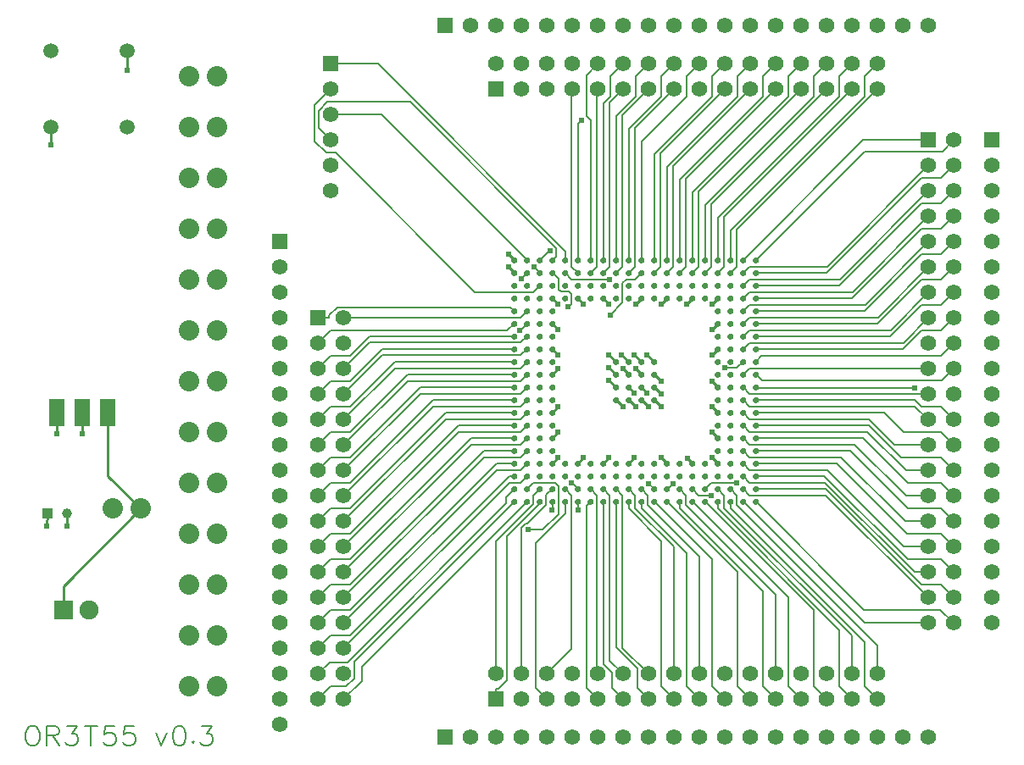
<source format=gtl>
G04 Layer: TopLayer*
G04 EasyEDA v5.9.42, Mon, 25 Mar 2019 10:54:48 GMT*
G04 9ec46c63b194450d96f21d754a7bc232*
G04 Gerber Generator version 0.2*
G04 Scale: 100 percent, Rotated: No, Reflected: No *
G04 Dimensions in inches *
G04 leading zeros omitted , absolute positions ,2 integer and 4 decimal *
%FSLAX24Y24*%
%MOIN*%
G90*
G70D02*

%ADD10C,0.010000*%
%ADD11C,0.008000*%
%ADD12C,0.024400*%
%ADD13C,0.024000*%
%ADD14C,0.080000*%
%ADD15R,0.062000X0.062000*%
%ADD16C,0.062000*%
%ADD17R,0.059700X0.107500*%
%ADD18R,0.039370X0.039370*%
%ADD19C,0.039370*%
%ADD20R,0.074803X0.074803*%
%ADD21C,0.074803*%
%ADD22C,0.059050*%

%LPD*%
G54D10*
G01X24223Y15876D02*
G01X23950Y16150D01*
G01X24723Y15876D02*
G01X24450Y16150D01*
G01X25223Y15876D02*
G01X24950Y16150D01*
G01X25723Y15876D02*
G01X25450Y16150D01*
G01X24223Y14376D02*
G01X24500Y14100D01*
G01X24723Y14376D02*
G01X25000Y14100D01*
G01X25223Y14376D02*
G01X25500Y14100D01*
G01X25723Y14376D02*
G01X26000Y14100D01*
G01X25723Y14876D02*
G01X26000Y14600D01*
G01X25723Y15376D02*
G01X26000Y15100D01*
G01X24223Y15376D02*
G01X23950Y15650D01*
G01X24223Y14876D02*
G01X23950Y15150D01*
G01X24723Y15376D02*
G01X24500Y15600D01*
G01X25223Y15376D02*
G01X25000Y15600D01*
G01X25223Y14876D02*
G01X25450Y14650D01*
G01X24723Y14876D02*
G01X24950Y14650D01*
G01X23723Y18376D02*
G01X23950Y18150D01*
G01X28223Y18376D02*
G01X28000Y18150D01*
G01X26223Y18376D02*
G01X26000Y18150D01*
G01X28223Y16376D02*
G01X28000Y16150D01*
G01X28223Y13876D02*
G01X28000Y14100D01*
G01X28223Y11876D02*
G01X28000Y12100D01*
G01X26223Y11876D02*
G01X26000Y12100D01*
G01X23723Y11876D02*
G01X23950Y12100D01*
G01X21723Y11876D02*
G01X21950Y12100D01*
G01X21723Y13876D02*
G01X21950Y14100D01*
G01X21723Y16376D02*
G01X21950Y16150D01*
G01X21723Y18376D02*
G01X21950Y18150D01*
G01X20223Y19876D02*
G01X20000Y20100D01*
G01X20223Y19376D02*
G01X20000Y19600D01*
G01X22723Y18376D02*
G01X22950Y18150D01*
G01X25223Y18376D02*
G01X25000Y18150D01*
G01X27223Y18376D02*
G01X27000Y18150D01*
G01X28223Y17376D02*
G01X28000Y17150D01*
G01X28223Y14876D02*
G01X28000Y15100D01*
G01X28223Y12876D02*
G01X28000Y13100D01*
G01X27223Y11876D02*
G01X27000Y12100D01*
G01X24723Y11876D02*
G01X24950Y12100D01*
G01X22723Y11876D02*
G01X22950Y12100D01*
G01X21723Y12876D02*
G01X21950Y13100D01*
G01X21723Y15376D02*
G01X21950Y15600D01*
G01X21723Y17376D02*
G01X21950Y17150D01*
G54D11*
G01X21223Y19876D02*
G01X21605Y20255D01*
G01X21622Y20255D01*
G01X22723Y19876D02*
G01X22723Y25246D01*
G01X22867Y25388D01*
G01X23500Y27600D02*
G01X23056Y27155D01*
G01X23056Y25540D01*
G01X23223Y25373D01*
G01X23223Y19876D01*
G01X23723Y19876D02*
G01X23723Y26053D01*
G01X24000Y26328D01*
G01X24000Y27100D01*
G01X24500Y27600D01*
G01X24223Y19876D02*
G01X24223Y25553D01*
G01X25000Y26328D01*
G01X25000Y27100D01*
G01X25500Y27600D01*
G01X25223Y19876D02*
G01X25223Y24553D01*
G01X27000Y26328D01*
G01X27000Y27100D01*
G01X27500Y27600D01*
G01X25723Y19876D02*
G01X25723Y24053D01*
G01X28000Y26328D01*
G01X28000Y27100D01*
G01X28500Y27600D01*
G01X27723Y19876D02*
G01X27723Y22053D01*
G01X32000Y26328D01*
G01X32000Y27100D01*
G01X32500Y27600D01*
G01X20723Y19376D02*
G01X20486Y19138D01*
G01X21223Y19376D02*
G01X20989Y19609D01*
G01X21723Y19376D02*
G01X21965Y19134D01*
G01X21965Y18730D01*
G01X22064Y18634D01*
G01X22368Y18634D01*
G01X22465Y18536D01*
G01X22465Y18165D01*
G01X22350Y18050D01*
G01X22223Y19376D02*
G01X22475Y19125D01*
G01X23975Y19125D01*
G01X22723Y19376D02*
G01X22475Y19625D01*
G01X22475Y26573D01*
G01X22500Y26600D01*
G01X23223Y19376D02*
G01X23473Y19626D01*
G01X23473Y26573D01*
G01X23500Y26600D01*
G01X23723Y19376D02*
G01X23975Y19626D01*
G01X23975Y26073D01*
G01X24500Y26600D01*
G01X24223Y19376D02*
G01X24475Y19626D01*
G01X24475Y25573D01*
G01X25500Y26600D01*
G01X24723Y19376D02*
G01X24973Y19626D01*
G01X24973Y25073D01*
G01X26500Y26600D01*
G01X27723Y19376D02*
G01X27973Y19626D01*
G01X27973Y22073D01*
G01X32500Y26600D01*
G01X28223Y19376D02*
G01X28473Y19626D01*
G01X28473Y21573D01*
G01X33500Y26600D01*
G01X36500Y22600D02*
G01X33026Y19125D01*
G01X29473Y19125D01*
G01X29223Y18876D01*
G01X36500Y21600D02*
G01X33526Y18625D01*
G01X29473Y18625D01*
G01X29223Y18376D01*
G01X36500Y18600D02*
G01X35026Y17125D01*
G01X29473Y17125D01*
G01X29223Y16876D01*
G01X36500Y17600D02*
G01X35526Y16625D01*
G01X29473Y16625D01*
G01X29223Y16376D01*
G01X29223Y15876D02*
G01X28982Y15634D01*
G01X28502Y15634D01*
G01X29723Y14876D02*
G01X29742Y14857D01*
G01X35954Y14857D01*
G01X12500Y3600D02*
G01X12956Y4057D01*
G01X13652Y4057D01*
G01X19914Y10319D01*
G01X19914Y10565D01*
G01X20223Y10876D01*
G01X19500Y3600D02*
G01X19500Y8809D01*
G01X20975Y10284D01*
G01X20975Y10626D01*
G01X21223Y10876D01*
G01X20500Y3600D02*
G01X20500Y9353D01*
G01X20663Y9515D01*
G01X20746Y9515D01*
G01X21482Y10251D01*
G01X21482Y10634D01*
G01X21723Y10876D01*
G01X21500Y3600D02*
G01X22482Y4582D01*
G01X22482Y10617D01*
G01X22223Y10876D01*
G01X22723Y10876D02*
G01X22489Y11109D01*
G01X22475Y11109D01*
G01X23223Y10876D02*
G01X23473Y10626D01*
G01X23473Y3626D01*
G01X23500Y3600D01*
G01X23723Y10876D02*
G01X23975Y10625D01*
G01X23975Y4125D01*
G01X24500Y3600D01*
G01X24223Y10876D02*
G01X24475Y10625D01*
G01X24475Y4625D01*
G01X25500Y3600D01*
G01X26500Y3600D02*
G01X26500Y8600D01*
G01X24975Y10125D01*
G01X24975Y10625D01*
G01X24723Y10876D01*
G01X27500Y3600D02*
G01X27500Y8230D01*
G01X25475Y10255D01*
G01X25475Y10625D01*
G01X25223Y10876D01*
G01X19500Y3030D02*
G01X19607Y3030D01*
G01X19931Y3353D01*
G01X19931Y9011D01*
G01X21223Y10305D01*
G01X21223Y10376D01*
G01X19500Y2600D02*
G01X19500Y3030D01*
G01X22223Y10376D02*
G01X22223Y9919D01*
G01X21063Y8757D01*
G01X21063Y3036D01*
G01X21500Y2600D01*
G01X22723Y10038D02*
G01X22723Y10376D01*
G01X23223Y10376D02*
G01X23056Y10207D01*
G01X23056Y3044D01*
G01X23500Y2600D01*
G01X24500Y2600D02*
G01X24056Y3042D01*
G01X24056Y3653D01*
G01X23723Y3984D01*
G01X23723Y10376D01*
G01X25500Y2600D02*
G01X25056Y3042D01*
G01X25056Y3813D01*
G01X24223Y4646D01*
G01X24223Y10376D01*
G01X26500Y2600D02*
G01X26000Y3100D01*
G01X26000Y8828D01*
G01X24723Y10103D01*
G01X24723Y10376D01*
G01X27500Y2600D02*
G01X27000Y3100D01*
G01X27000Y8334D01*
G01X25223Y10109D01*
G01X25223Y10376D01*
G01X25723Y10376D02*
G01X28000Y8100D01*
G01X28000Y3100D01*
G01X28500Y2600D01*
G01X24723Y19876D02*
G01X24723Y25053D01*
G01X26000Y26328D01*
G01X26000Y27100D01*
G01X26500Y27600D01*
G01X26223Y19876D02*
G01X26223Y23553D01*
G01X29000Y26328D01*
G01X29000Y27100D01*
G01X29500Y27600D01*
G01X26723Y19876D02*
G01X26723Y23053D01*
G01X30000Y26328D01*
G01X30000Y27100D01*
G01X30500Y27600D01*
G01X27223Y19876D02*
G01X27223Y22553D01*
G01X31000Y26328D01*
G01X31000Y27100D01*
G01X31500Y27600D01*
G01X28223Y19876D02*
G01X28223Y21553D01*
G01X33000Y26328D01*
G01X33000Y27100D01*
G01X33500Y27600D01*
G01X28723Y19876D02*
G01X28723Y21053D01*
G01X34000Y26328D01*
G01X34000Y27100D01*
G01X34500Y27600D01*
G01X29223Y19876D02*
G01X33948Y24600D01*
G01X36500Y24600D01*
G01X37500Y24600D02*
G01X37056Y24157D01*
G01X34006Y24157D01*
G01X29723Y19876D01*
G01X25723Y19376D02*
G01X25973Y19626D01*
G01X25973Y24073D01*
G01X28500Y26600D01*
G01X26223Y19376D02*
G01X26473Y19626D01*
G01X26473Y23573D01*
G01X29500Y26600D01*
G01X26723Y19376D02*
G01X26973Y19626D01*
G01X26973Y23073D01*
G01X30500Y26600D01*
G01X27223Y19376D02*
G01X27473Y19626D01*
G01X27473Y22573D01*
G01X31500Y26600D01*
G01X28723Y19376D02*
G01X28975Y19626D01*
G01X28975Y21073D01*
G01X34500Y26600D01*
G01X36500Y23600D02*
G01X32526Y19625D01*
G01X29473Y19625D01*
G01X29223Y19376D01*
G01X29723Y19376D02*
G01X32503Y19376D01*
G01X36229Y23100D01*
G01X37000Y23100D01*
G01X37500Y23600D01*
G01X29723Y18876D02*
G01X33004Y18876D01*
G01X36229Y22100D01*
G01X37000Y22100D01*
G01X37500Y22600D01*
G01X29723Y18376D02*
G01X33504Y18376D01*
G01X36229Y21100D01*
G01X37000Y21100D01*
G01X37500Y21600D01*
G01X12500Y17600D02*
G01X12931Y17600D01*
G01X20223Y17876D02*
G01X20068Y18030D01*
G01X13253Y18030D01*
G01X12931Y17707D01*
G01X12931Y17600D01*
G01X13500Y17600D02*
G01X13526Y17625D01*
G01X20473Y17625D01*
G01X20723Y17876D01*
G01X36500Y20600D02*
G01X34026Y18125D01*
G01X29473Y18125D01*
G01X29223Y17876D01*
G01X29723Y17876D02*
G01X34004Y17876D01*
G01X36229Y20100D01*
G01X37000Y20100D01*
G01X37500Y20600D01*
G01X20223Y17376D02*
G01X19948Y17100D01*
G01X13000Y17100D01*
G01X12500Y16600D01*
G01X20723Y17376D02*
G01X20473Y17125D01*
G01X20436Y17125D01*
G01X36500Y19600D02*
G01X34526Y17625D01*
G01X29473Y17625D01*
G01X29223Y17376D01*
G01X29723Y17376D02*
G01X34504Y17376D01*
G01X36229Y19100D01*
G01X37000Y19100D01*
G01X37500Y19600D01*
G01X20223Y16876D02*
G01X14547Y16876D01*
G01X13772Y16100D01*
G01X13000Y16100D01*
G01X12500Y15600D01*
G01X20723Y16876D02*
G01X20482Y16634D01*
G01X14534Y16634D01*
G01X13500Y15600D01*
G01X29723Y16876D02*
G01X35004Y16876D01*
G01X36229Y18100D01*
G01X37000Y18100D01*
G01X37500Y18600D01*
G01X20223Y16376D02*
G01X15047Y16376D01*
G01X13772Y15100D01*
G01X13000Y15100D01*
G01X12500Y14600D01*
G01X20723Y16376D02*
G01X20482Y16134D01*
G01X15034Y16134D01*
G01X13500Y14600D01*
G01X29723Y16376D02*
G01X35504Y16376D01*
G01X36229Y17100D01*
G01X37000Y17100D01*
G01X37500Y17600D01*
G01X20223Y15876D02*
G01X15547Y15876D01*
G01X13772Y14100D01*
G01X13000Y14100D01*
G01X12500Y13600D01*
G01X20723Y15876D02*
G01X20480Y15630D01*
G01X15531Y15630D01*
G01X13500Y13600D01*
G01X29723Y15876D02*
G01X29948Y16100D01*
G01X37000Y16100D01*
G01X37500Y16600D01*
G01X20223Y15376D02*
G01X16047Y15376D01*
G01X13772Y13100D01*
G01X13000Y13100D01*
G01X12500Y12600D01*
G01X20723Y15376D02*
G01X20480Y15130D01*
G01X16031Y15130D01*
G01X13500Y12600D01*
G01X36500Y15600D02*
G01X36475Y15625D01*
G01X29473Y15625D01*
G01X29223Y15376D01*
G01X29723Y15376D02*
G01X29952Y15148D01*
G01X37047Y15148D01*
G01X37500Y15600D01*
G01X20223Y14876D02*
G01X16547Y14876D01*
G01X13772Y12100D01*
G01X13000Y12100D01*
G01X12500Y11600D01*
G01X20723Y14876D02*
G01X20480Y14630D01*
G01X16531Y14630D01*
G01X13500Y11600D01*
G01X36500Y14600D02*
G01X35697Y14600D01*
G01X35672Y14625D01*
G01X29475Y14625D01*
G01X29223Y14876D01*
G01X20223Y14376D02*
G01X17047Y14376D01*
G01X13772Y11100D01*
G01X13000Y11100D01*
G01X12500Y10600D01*
G01X20723Y14376D02*
G01X20480Y14130D01*
G01X17031Y14130D01*
G01X13500Y10600D01*
G01X36500Y13600D02*
G01X35975Y14125D01*
G01X29475Y14125D01*
G01X29223Y14376D01*
G01X29723Y14376D02*
G01X35952Y14376D01*
G01X36229Y14100D01*
G01X37000Y14100D01*
G01X37500Y13600D01*
G01X20223Y13876D02*
G01X17547Y13876D01*
G01X13772Y10100D01*
G01X13000Y10100D01*
G01X12500Y9600D01*
G01X20723Y13876D02*
G01X20480Y13630D01*
G01X17531Y13630D01*
G01X13500Y9600D01*
G01X29223Y13876D02*
G01X29473Y13626D01*
G01X34154Y13626D01*
G01X35180Y12600D01*
G01X36500Y12600D01*
G01X29723Y13876D02*
G01X34761Y13876D01*
G01X35538Y13100D01*
G01X37000Y13100D01*
G01X37500Y12600D01*
G01X20223Y13376D02*
G01X18047Y13376D01*
G01X13772Y9100D01*
G01X13000Y9100D01*
G01X12500Y8600D01*
G01X20723Y13376D02*
G01X20480Y13130D01*
G01X18031Y13130D01*
G01X13500Y8600D01*
G01X29223Y13376D02*
G01X29475Y13125D01*
G01X34105Y13125D01*
G01X35630Y11600D01*
G01X36500Y11600D01*
G01X37500Y11600D02*
G01X37000Y12100D01*
G01X35451Y12100D01*
G01X34176Y13376D01*
G01X29723Y13376D01*
G01X20223Y12876D02*
G01X18547Y12876D01*
G01X13772Y8100D01*
G01X13000Y8100D01*
G01X12500Y7600D01*
G01X20723Y12876D02*
G01X20480Y12630D01*
G01X18531Y12630D01*
G01X13500Y7600D01*
G01X29223Y12876D02*
G01X29475Y12625D01*
G01X33593Y12625D01*
G01X35618Y10600D01*
G01X36500Y10600D01*
G01X37500Y10600D02*
G01X37000Y11100D01*
G01X35717Y11100D01*
G01X33940Y12876D01*
G01X29723Y12876D01*
G01X20223Y12376D02*
G01X19047Y12376D01*
G01X13772Y7100D01*
G01X13000Y7100D01*
G01X12500Y6600D01*
G01X20723Y12376D02*
G01X20480Y12130D01*
G01X19031Y12130D01*
G01X13500Y6600D01*
G01X29223Y12376D02*
G01X29475Y12125D01*
G01X33071Y12125D01*
G01X35596Y9600D01*
G01X36500Y9600D01*
G01X37500Y9600D02*
G01X37000Y10100D01*
G01X35706Y10100D01*
G01X33430Y12376D01*
G01X29723Y12376D01*
G01X20223Y11876D02*
G01X19547Y11876D01*
G01X13772Y6100D01*
G01X13000Y6100D01*
G01X12500Y5600D01*
G01X20723Y11876D02*
G01X20480Y11630D01*
G01X19531Y11630D01*
G01X13500Y5600D01*
G01X29223Y11876D02*
G01X29475Y11625D01*
G01X32526Y11625D01*
G01X35551Y8600D01*
G01X36500Y8600D01*
G01X37500Y8600D02*
G01X37000Y9100D01*
G01X35682Y9100D01*
G01X32907Y11876D01*
G01X29723Y11876D01*
G01X20223Y11376D02*
G01X20047Y11376D01*
G01X13772Y5100D01*
G01X13000Y5100D01*
G01X12500Y4600D01*
G01X20723Y11376D02*
G01X20473Y11125D01*
G01X20026Y11125D01*
G01X13500Y4600D01*
G01X29223Y11376D02*
G01X29475Y11125D01*
G01X32431Y11125D01*
G01X35956Y7600D01*
G01X36500Y7600D01*
G01X29723Y11376D02*
G01X32409Y11376D01*
G01X35685Y8100D01*
G01X37000Y8100D01*
G01X37500Y7600D01*
G01X20723Y10876D02*
G01X20965Y11117D01*
G01X21844Y11117D01*
G01X21975Y10988D01*
G01X21975Y9898D01*
G01X21351Y9273D01*
G01X20761Y9273D01*
G01X25723Y10876D02*
G01X25502Y11096D01*
G01X25490Y11096D01*
G01X26223Y10876D02*
G01X26263Y10876D01*
G01X26472Y11086D01*
G01X30500Y3600D02*
G01X30500Y6730D01*
G01X26975Y10255D01*
G01X26975Y10625D01*
G01X26723Y10876D01*
G01X27223Y10876D02*
G01X27475Y10625D01*
G01X27975Y10625D01*
G01X28975Y11125D02*
G01X27973Y11125D01*
G01X27723Y10876D01*
G01X33500Y3600D02*
G01X33500Y5100D01*
G01X28475Y10125D01*
G01X28475Y10625D01*
G01X28223Y10876D01*
G01X34500Y3600D02*
G01X34500Y4730D01*
G01X28975Y10255D01*
G01X28975Y10625D01*
G01X28723Y10876D01*
G01X36500Y6600D02*
G01X32475Y10625D01*
G01X29475Y10625D01*
G01X29223Y10876D01*
G01X29723Y10876D02*
G01X32452Y10876D01*
G01X36227Y7100D01*
G01X37000Y7100D01*
G01X37500Y6600D01*
G01X20223Y10376D02*
G01X13931Y4082D01*
G01X13931Y3421D01*
G01X13610Y3100D01*
G01X13000Y3100D01*
G01X12500Y2600D01*
G01X20723Y10376D02*
G01X14230Y3880D01*
G01X14230Y3330D01*
G01X13500Y2600D01*
G01X21711Y10046D02*
G01X21723Y10059D01*
G01X21723Y10376D01*
G01X26223Y10376D02*
G01X29000Y7600D01*
G01X29000Y3100D01*
G01X29500Y2600D01*
G01X30500Y2600D02*
G01X30000Y3100D01*
G01X30000Y6834D01*
G01X26723Y10109D01*
G01X26723Y10376D01*
G01X27223Y10376D02*
G01X31000Y6600D01*
G01X31000Y3100D01*
G01X31500Y2600D01*
G01X27723Y10376D02*
G01X32000Y6100D01*
G01X32000Y3100D01*
G01X32500Y2600D01*
G01X33500Y2600D02*
G01X33000Y3100D01*
G01X33000Y5328D01*
G01X28223Y10103D01*
G01X28223Y10376D01*
G01X34500Y2600D02*
G01X34000Y3100D01*
G01X34000Y4834D01*
G01X28723Y10109D01*
G01X28723Y10376D01*
G01X29223Y10376D02*
G01X34000Y5600D01*
G01X36500Y5600D01*
G01X29723Y10376D02*
G01X33981Y6119D01*
G01X36981Y6119D01*
G01X36981Y6119D01*
G01X37500Y5600D01*
G01X20723Y19876D02*
G01X15000Y25600D01*
G01X13000Y25600D01*
G01X13000Y24600D02*
G01X12528Y25071D01*
G01X12528Y25746D01*
G01X12881Y26100D01*
G01X16126Y26100D01*
G01X21872Y20353D01*
G01X21872Y20023D01*
G01X21723Y19876D01*
G01X13000Y27600D02*
G01X14853Y27600D01*
G01X22223Y20230D01*
G01X22223Y19876D01*
G01X21223Y18876D02*
G01X20973Y18625D01*
G01X18675Y18625D01*
G01X13201Y24100D01*
G01X12823Y24100D01*
G01X12368Y24555D01*
G01X12368Y25967D01*
G01X13000Y26600D01*
G54D10*
G01X3250Y13900D02*
G01X3250Y13050D01*
G01X2250Y13900D02*
G01X2250Y13050D01*
G01X1855Y9900D02*
G01X1850Y9400D01*
G01X2644Y9900D02*
G01X2650Y9400D01*
G01X4250Y13899D02*
G01X4250Y11399D01*
G01X5550Y10100D01*
G01X5550Y10100D02*
G01X2500Y7050D01*
G01X2500Y6100D01*
G01X5000Y28100D02*
G01X5000Y27350D01*
G01X2000Y25100D02*
G01X2000Y24400D01*
G54D11*
G01X23985Y17703D02*
G01X24482Y18201D01*
G01X24482Y18982D01*
G01X24626Y19125D01*
G01X24973Y19125D01*
G01X25223Y19376D01*
G01X1217Y1536D02*
G01X1144Y1500D01*
G01X1073Y1426D01*
G01X1036Y1355D01*
G01X1000Y1244D01*
G01X1000Y1063D01*
G01X1036Y955D01*
G01X1073Y882D01*
G01X1144Y809D01*
G01X1217Y773D01*
G01X1363Y773D01*
G01X1436Y809D01*
G01X1509Y882D01*
G01X1544Y955D01*
G01X1582Y1063D01*
G01X1582Y1244D01*
G01X1544Y1355D01*
G01X1509Y1426D01*
G01X1436Y1500D01*
G01X1363Y1536D01*
G01X1217Y1536D01*
G01X1821Y1536D02*
G01X1821Y773D01*
G01X1821Y1536D02*
G01X2148Y1536D01*
G01X2257Y1500D01*
G01X2294Y1463D01*
G01X2330Y1390D01*
G01X2330Y1317D01*
G01X2294Y1244D01*
G01X2257Y1209D01*
G01X2148Y1173D01*
G01X1821Y1173D01*
G01X2076Y1173D02*
G01X2330Y773D01*
G01X2644Y1536D02*
G01X3044Y1536D01*
G01X2825Y1244D01*
G01X2934Y1244D01*
G01X3007Y1209D01*
G01X3044Y1173D01*
G01X3080Y1063D01*
G01X3080Y990D01*
G01X3044Y882D01*
G01X2971Y809D01*
G01X2861Y773D01*
G01X2753Y773D01*
G01X2644Y809D01*
G01X2607Y844D01*
G01X2571Y917D01*
G01X3575Y1536D02*
G01X3575Y773D01*
G01X3319Y1536D02*
G01X3828Y1536D01*
G01X4505Y1536D02*
G01X4142Y1536D01*
G01X4105Y1209D01*
G01X4142Y1244D01*
G01X4251Y1282D01*
G01X4359Y1282D01*
G01X4469Y1244D01*
G01X4542Y1173D01*
G01X4578Y1063D01*
G01X4578Y990D01*
G01X4542Y882D01*
G01X4469Y809D01*
G01X4359Y773D01*
G01X4251Y773D01*
G01X4142Y809D01*
G01X4105Y844D01*
G01X4069Y917D01*
G01X5255Y1536D02*
G01X4890Y1536D01*
G01X4855Y1209D01*
G01X4890Y1244D01*
G01X5000Y1282D01*
G01X5109Y1282D01*
G01X5218Y1244D01*
G01X5290Y1173D01*
G01X5327Y1063D01*
G01X5327Y990D01*
G01X5290Y882D01*
G01X5218Y809D01*
G01X5109Y773D01*
G01X5000Y773D01*
G01X4890Y809D01*
G01X4855Y844D01*
G01X4818Y917D01*
G01X6127Y1282D02*
G01X6344Y773D01*
G01X6564Y1282D02*
G01X6344Y773D01*
G01X7022Y1536D02*
G01X6913Y1500D01*
G01X6839Y1390D01*
G01X6803Y1209D01*
G01X6803Y1100D01*
G01X6839Y917D01*
G01X6913Y809D01*
G01X7022Y773D01*
G01X7094Y773D01*
G01X7203Y809D01*
G01X7276Y917D01*
G01X7313Y1100D01*
G01X7313Y1209D01*
G01X7276Y1390D01*
G01X7203Y1500D01*
G01X7094Y1536D01*
G01X7022Y1536D01*
G01X7589Y955D02*
G01X7552Y917D01*
G01X7589Y882D01*
G01X7625Y917D01*
G01X7589Y955D01*
G01X7938Y1536D02*
G01X8338Y1536D01*
G01X8119Y1244D01*
G01X8228Y1244D01*
G01X8302Y1209D01*
G01X8338Y1173D01*
G01X8375Y1063D01*
G01X8375Y990D01*
G01X8338Y882D01*
G01X8264Y809D01*
G01X8156Y773D01*
G01X8047Y773D01*
G01X7938Y809D01*
G01X7902Y844D01*
G01X7864Y917D01*
G36*
G01X20103Y19876D02*
G01X20105Y19890D01*
G01X20106Y19903D01*
G01X20111Y19917D01*
G01X20118Y19932D01*
G01X20125Y19944D01*
G01X20134Y19955D01*
G01X20144Y19965D01*
G01X20156Y19975D01*
G01X20168Y19982D01*
G01X20181Y19988D01*
G01X20196Y19992D01*
G01X20210Y19994D01*
G01X20223Y19996D01*
G01X20223Y19996D01*
G01X20239Y19994D01*
G01X20252Y19992D01*
G01X20267Y19988D01*
G01X20280Y19982D01*
G01X20293Y19975D01*
G01X20303Y19965D01*
G01X20314Y19955D01*
G01X20323Y19944D01*
G01X20331Y19932D01*
G01X20336Y19917D01*
G01X20340Y19903D01*
G01X20343Y19890D01*
G01X20344Y19876D01*
G01X20344Y19876D01*
G01X20343Y19861D01*
G01X20340Y19846D01*
G01X20336Y19832D01*
G01X20331Y19819D01*
G01X20323Y19807D01*
G01X20314Y19796D01*
G01X20303Y19784D01*
G01X20293Y19776D01*
G01X20280Y19769D01*
G01X20267Y19763D01*
G01X20252Y19759D01*
G01X20239Y19755D01*
G01X20223Y19755D01*
G01X20223Y19755D01*
G01X20210Y19755D01*
G01X20196Y19759D01*
G01X20181Y19763D01*
G01X20168Y19769D01*
G01X20156Y19776D01*
G01X20144Y19784D01*
G01X20134Y19796D01*
G01X20125Y19807D01*
G01X20118Y19819D01*
G01X20111Y19832D01*
G01X20106Y19846D01*
G01X20105Y19861D01*
G01X20103Y19876D01*
G01X20103Y19876D01*
G37*
G36*
G01X20603Y19876D02*
G01X20605Y19890D01*
G01X20606Y19903D01*
G01X20611Y19917D01*
G01X20618Y19932D01*
G01X20625Y19944D01*
G01X20634Y19955D01*
G01X20644Y19965D01*
G01X20656Y19975D01*
G01X20668Y19982D01*
G01X20681Y19988D01*
G01X20696Y19992D01*
G01X20710Y19994D01*
G01X20723Y19996D01*
G01X20723Y19996D01*
G01X20739Y19994D01*
G01X20752Y19992D01*
G01X20767Y19988D01*
G01X20780Y19982D01*
G01X20793Y19975D01*
G01X20803Y19965D01*
G01X20814Y19955D01*
G01X20823Y19944D01*
G01X20831Y19932D01*
G01X20836Y19917D01*
G01X20840Y19903D01*
G01X20843Y19890D01*
G01X20844Y19876D01*
G01X20844Y19876D01*
G01X20843Y19861D01*
G01X20840Y19846D01*
G01X20836Y19832D01*
G01X20831Y19819D01*
G01X20823Y19807D01*
G01X20814Y19796D01*
G01X20803Y19784D01*
G01X20793Y19776D01*
G01X20780Y19769D01*
G01X20767Y19763D01*
G01X20752Y19759D01*
G01X20739Y19755D01*
G01X20723Y19755D01*
G01X20723Y19755D01*
G01X20710Y19755D01*
G01X20696Y19759D01*
G01X20681Y19763D01*
G01X20668Y19769D01*
G01X20656Y19776D01*
G01X20644Y19784D01*
G01X20634Y19796D01*
G01X20625Y19807D01*
G01X20618Y19819D01*
G01X20611Y19832D01*
G01X20606Y19846D01*
G01X20605Y19861D01*
G01X20603Y19876D01*
G01X20603Y19876D01*
G37*
G36*
G01X21103Y19876D02*
G01X21105Y19890D01*
G01X21106Y19903D01*
G01X21111Y19917D01*
G01X21118Y19932D01*
G01X21125Y19944D01*
G01X21134Y19955D01*
G01X21144Y19965D01*
G01X21156Y19975D01*
G01X21168Y19982D01*
G01X21181Y19988D01*
G01X21196Y19992D01*
G01X21210Y19994D01*
G01X21223Y19996D01*
G01X21223Y19996D01*
G01X21239Y19994D01*
G01X21252Y19992D01*
G01X21267Y19988D01*
G01X21280Y19982D01*
G01X21293Y19975D01*
G01X21303Y19965D01*
G01X21314Y19955D01*
G01X21323Y19944D01*
G01X21331Y19932D01*
G01X21336Y19917D01*
G01X21340Y19903D01*
G01X21343Y19890D01*
G01X21344Y19876D01*
G01X21344Y19876D01*
G01X21343Y19861D01*
G01X21340Y19846D01*
G01X21336Y19832D01*
G01X21331Y19819D01*
G01X21323Y19807D01*
G01X21314Y19796D01*
G01X21303Y19784D01*
G01X21293Y19776D01*
G01X21280Y19769D01*
G01X21267Y19763D01*
G01X21252Y19759D01*
G01X21239Y19755D01*
G01X21223Y19755D01*
G01X21223Y19755D01*
G01X21210Y19755D01*
G01X21196Y19759D01*
G01X21181Y19763D01*
G01X21168Y19769D01*
G01X21156Y19776D01*
G01X21144Y19784D01*
G01X21134Y19796D01*
G01X21125Y19807D01*
G01X21118Y19819D01*
G01X21111Y19832D01*
G01X21106Y19846D01*
G01X21105Y19861D01*
G01X21103Y19876D01*
G01X21103Y19876D01*
G37*
G36*
G01X21603Y19876D02*
G01X21605Y19890D01*
G01X21606Y19903D01*
G01X21611Y19917D01*
G01X21618Y19932D01*
G01X21625Y19944D01*
G01X21634Y19955D01*
G01X21644Y19965D01*
G01X21656Y19975D01*
G01X21668Y19982D01*
G01X21681Y19988D01*
G01X21696Y19992D01*
G01X21710Y19994D01*
G01X21723Y19996D01*
G01X21723Y19996D01*
G01X21739Y19994D01*
G01X21752Y19992D01*
G01X21767Y19988D01*
G01X21780Y19982D01*
G01X21793Y19975D01*
G01X21803Y19965D01*
G01X21814Y19955D01*
G01X21823Y19944D01*
G01X21831Y19932D01*
G01X21836Y19917D01*
G01X21840Y19903D01*
G01X21843Y19890D01*
G01X21844Y19876D01*
G01X21844Y19876D01*
G01X21843Y19861D01*
G01X21840Y19846D01*
G01X21836Y19832D01*
G01X21831Y19819D01*
G01X21823Y19807D01*
G01X21814Y19796D01*
G01X21803Y19784D01*
G01X21793Y19776D01*
G01X21780Y19769D01*
G01X21767Y19763D01*
G01X21752Y19759D01*
G01X21739Y19755D01*
G01X21723Y19755D01*
G01X21723Y19755D01*
G01X21710Y19755D01*
G01X21696Y19759D01*
G01X21681Y19763D01*
G01X21668Y19769D01*
G01X21656Y19776D01*
G01X21644Y19784D01*
G01X21634Y19796D01*
G01X21625Y19807D01*
G01X21618Y19819D01*
G01X21611Y19832D01*
G01X21606Y19846D01*
G01X21605Y19861D01*
G01X21603Y19876D01*
G01X21603Y19876D01*
G37*
G36*
G01X22103Y19876D02*
G01X22105Y19890D01*
G01X22106Y19903D01*
G01X22111Y19917D01*
G01X22118Y19932D01*
G01X22125Y19944D01*
G01X22134Y19955D01*
G01X22144Y19965D01*
G01X22156Y19975D01*
G01X22168Y19982D01*
G01X22181Y19988D01*
G01X22196Y19992D01*
G01X22210Y19994D01*
G01X22223Y19996D01*
G01X22223Y19996D01*
G01X22239Y19994D01*
G01X22252Y19992D01*
G01X22267Y19988D01*
G01X22280Y19982D01*
G01X22293Y19975D01*
G01X22303Y19965D01*
G01X22314Y19955D01*
G01X22323Y19944D01*
G01X22331Y19932D01*
G01X22336Y19917D01*
G01X22340Y19903D01*
G01X22343Y19890D01*
G01X22344Y19876D01*
G01X22344Y19876D01*
G01X22343Y19861D01*
G01X22340Y19846D01*
G01X22336Y19832D01*
G01X22331Y19819D01*
G01X22323Y19807D01*
G01X22314Y19796D01*
G01X22303Y19784D01*
G01X22293Y19776D01*
G01X22280Y19769D01*
G01X22267Y19763D01*
G01X22252Y19759D01*
G01X22239Y19755D01*
G01X22223Y19755D01*
G01X22223Y19755D01*
G01X22210Y19755D01*
G01X22196Y19759D01*
G01X22181Y19763D01*
G01X22168Y19769D01*
G01X22156Y19776D01*
G01X22144Y19784D01*
G01X22134Y19796D01*
G01X22125Y19807D01*
G01X22118Y19819D01*
G01X22111Y19832D01*
G01X22106Y19846D01*
G01X22105Y19861D01*
G01X22103Y19876D01*
G01X22103Y19876D01*
G37*
G36*
G01X22603Y19876D02*
G01X22605Y19890D01*
G01X22606Y19903D01*
G01X22611Y19917D01*
G01X22618Y19932D01*
G01X22625Y19944D01*
G01X22634Y19955D01*
G01X22644Y19965D01*
G01X22656Y19975D01*
G01X22668Y19982D01*
G01X22681Y19988D01*
G01X22696Y19992D01*
G01X22710Y19994D01*
G01X22723Y19996D01*
G01X22723Y19996D01*
G01X22739Y19994D01*
G01X22752Y19992D01*
G01X22767Y19988D01*
G01X22780Y19982D01*
G01X22793Y19975D01*
G01X22803Y19965D01*
G01X22814Y19955D01*
G01X22823Y19944D01*
G01X22831Y19932D01*
G01X22836Y19917D01*
G01X22840Y19903D01*
G01X22843Y19890D01*
G01X22844Y19876D01*
G01X22844Y19876D01*
G01X22843Y19861D01*
G01X22840Y19846D01*
G01X22836Y19832D01*
G01X22831Y19819D01*
G01X22823Y19807D01*
G01X22814Y19796D01*
G01X22803Y19784D01*
G01X22793Y19776D01*
G01X22780Y19769D01*
G01X22767Y19763D01*
G01X22752Y19759D01*
G01X22739Y19755D01*
G01X22723Y19755D01*
G01X22723Y19755D01*
G01X22710Y19755D01*
G01X22696Y19759D01*
G01X22681Y19763D01*
G01X22668Y19769D01*
G01X22656Y19776D01*
G01X22644Y19784D01*
G01X22634Y19796D01*
G01X22625Y19807D01*
G01X22618Y19819D01*
G01X22611Y19832D01*
G01X22606Y19846D01*
G01X22605Y19861D01*
G01X22603Y19876D01*
G01X22603Y19876D01*
G37*
G36*
G01X23103Y19876D02*
G01X23105Y19890D01*
G01X23106Y19903D01*
G01X23111Y19917D01*
G01X23118Y19932D01*
G01X23125Y19944D01*
G01X23134Y19955D01*
G01X23144Y19965D01*
G01X23156Y19975D01*
G01X23168Y19982D01*
G01X23181Y19988D01*
G01X23196Y19992D01*
G01X23210Y19994D01*
G01X23223Y19996D01*
G01X23223Y19996D01*
G01X23239Y19994D01*
G01X23252Y19992D01*
G01X23267Y19988D01*
G01X23280Y19982D01*
G01X23293Y19975D01*
G01X23303Y19965D01*
G01X23314Y19955D01*
G01X23323Y19944D01*
G01X23331Y19932D01*
G01X23336Y19917D01*
G01X23340Y19903D01*
G01X23343Y19890D01*
G01X23344Y19876D01*
G01X23344Y19876D01*
G01X23343Y19861D01*
G01X23340Y19846D01*
G01X23336Y19832D01*
G01X23331Y19819D01*
G01X23323Y19807D01*
G01X23314Y19796D01*
G01X23303Y19784D01*
G01X23293Y19776D01*
G01X23280Y19769D01*
G01X23267Y19763D01*
G01X23252Y19759D01*
G01X23239Y19755D01*
G01X23223Y19755D01*
G01X23223Y19755D01*
G01X23210Y19755D01*
G01X23196Y19759D01*
G01X23181Y19763D01*
G01X23168Y19769D01*
G01X23156Y19776D01*
G01X23144Y19784D01*
G01X23134Y19796D01*
G01X23125Y19807D01*
G01X23118Y19819D01*
G01X23111Y19832D01*
G01X23106Y19846D01*
G01X23105Y19861D01*
G01X23103Y19876D01*
G01X23103Y19876D01*
G37*
G36*
G01X23603Y19876D02*
G01X23605Y19890D01*
G01X23606Y19903D01*
G01X23611Y19917D01*
G01X23618Y19932D01*
G01X23625Y19944D01*
G01X23634Y19955D01*
G01X23644Y19965D01*
G01X23656Y19975D01*
G01X23668Y19982D01*
G01X23681Y19988D01*
G01X23696Y19992D01*
G01X23710Y19994D01*
G01X23723Y19996D01*
G01X23723Y19996D01*
G01X23739Y19994D01*
G01X23752Y19992D01*
G01X23767Y19988D01*
G01X23780Y19982D01*
G01X23793Y19975D01*
G01X23803Y19965D01*
G01X23814Y19955D01*
G01X23823Y19944D01*
G01X23831Y19932D01*
G01X23836Y19917D01*
G01X23840Y19903D01*
G01X23843Y19890D01*
G01X23844Y19876D01*
G01X23844Y19876D01*
G01X23843Y19861D01*
G01X23840Y19846D01*
G01X23836Y19832D01*
G01X23831Y19819D01*
G01X23823Y19807D01*
G01X23814Y19796D01*
G01X23803Y19784D01*
G01X23793Y19776D01*
G01X23780Y19769D01*
G01X23767Y19763D01*
G01X23752Y19759D01*
G01X23739Y19755D01*
G01X23723Y19755D01*
G01X23723Y19755D01*
G01X23710Y19755D01*
G01X23696Y19759D01*
G01X23681Y19763D01*
G01X23668Y19769D01*
G01X23656Y19776D01*
G01X23644Y19784D01*
G01X23634Y19796D01*
G01X23625Y19807D01*
G01X23618Y19819D01*
G01X23611Y19832D01*
G01X23606Y19846D01*
G01X23605Y19861D01*
G01X23603Y19876D01*
G01X23603Y19876D01*
G37*
G36*
G01X24103Y19876D02*
G01X24105Y19890D01*
G01X24106Y19903D01*
G01X24111Y19917D01*
G01X24118Y19932D01*
G01X24125Y19944D01*
G01X24134Y19955D01*
G01X24144Y19965D01*
G01X24156Y19975D01*
G01X24168Y19982D01*
G01X24181Y19988D01*
G01X24196Y19992D01*
G01X24210Y19994D01*
G01X24223Y19996D01*
G01X24223Y19996D01*
G01X24239Y19994D01*
G01X24252Y19992D01*
G01X24267Y19988D01*
G01X24280Y19982D01*
G01X24293Y19975D01*
G01X24303Y19965D01*
G01X24314Y19955D01*
G01X24323Y19944D01*
G01X24331Y19932D01*
G01X24336Y19917D01*
G01X24340Y19903D01*
G01X24343Y19890D01*
G01X24344Y19876D01*
G01X24344Y19876D01*
G01X24343Y19861D01*
G01X24340Y19846D01*
G01X24336Y19832D01*
G01X24331Y19819D01*
G01X24323Y19807D01*
G01X24314Y19796D01*
G01X24303Y19784D01*
G01X24293Y19776D01*
G01X24280Y19769D01*
G01X24267Y19763D01*
G01X24252Y19759D01*
G01X24239Y19755D01*
G01X24223Y19755D01*
G01X24223Y19755D01*
G01X24210Y19755D01*
G01X24196Y19759D01*
G01X24181Y19763D01*
G01X24168Y19769D01*
G01X24156Y19776D01*
G01X24144Y19784D01*
G01X24134Y19796D01*
G01X24125Y19807D01*
G01X24118Y19819D01*
G01X24111Y19832D01*
G01X24106Y19846D01*
G01X24105Y19861D01*
G01X24103Y19876D01*
G01X24103Y19876D01*
G37*
G36*
G01X24603Y19876D02*
G01X24605Y19890D01*
G01X24606Y19903D01*
G01X24611Y19917D01*
G01X24618Y19932D01*
G01X24625Y19944D01*
G01X24634Y19955D01*
G01X24644Y19965D01*
G01X24656Y19975D01*
G01X24668Y19982D01*
G01X24681Y19988D01*
G01X24696Y19992D01*
G01X24710Y19994D01*
G01X24723Y19996D01*
G01X24723Y19996D01*
G01X24739Y19994D01*
G01X24752Y19992D01*
G01X24767Y19988D01*
G01X24780Y19982D01*
G01X24793Y19975D01*
G01X24803Y19965D01*
G01X24814Y19955D01*
G01X24823Y19944D01*
G01X24831Y19932D01*
G01X24836Y19917D01*
G01X24840Y19903D01*
G01X24843Y19890D01*
G01X24844Y19876D01*
G01X24844Y19876D01*
G01X24843Y19861D01*
G01X24840Y19846D01*
G01X24836Y19832D01*
G01X24831Y19819D01*
G01X24823Y19807D01*
G01X24814Y19796D01*
G01X24803Y19784D01*
G01X24793Y19776D01*
G01X24780Y19769D01*
G01X24767Y19763D01*
G01X24752Y19759D01*
G01X24739Y19755D01*
G01X24723Y19755D01*
G01X24723Y19755D01*
G01X24710Y19755D01*
G01X24696Y19759D01*
G01X24681Y19763D01*
G01X24668Y19769D01*
G01X24656Y19776D01*
G01X24644Y19784D01*
G01X24634Y19796D01*
G01X24625Y19807D01*
G01X24618Y19819D01*
G01X24611Y19832D01*
G01X24606Y19846D01*
G01X24605Y19861D01*
G01X24603Y19876D01*
G01X24603Y19876D01*
G37*
G36*
G01X25103Y19876D02*
G01X25105Y19890D01*
G01X25106Y19903D01*
G01X25111Y19917D01*
G01X25118Y19932D01*
G01X25125Y19944D01*
G01X25134Y19955D01*
G01X25144Y19965D01*
G01X25156Y19975D01*
G01X25168Y19982D01*
G01X25181Y19988D01*
G01X25196Y19992D01*
G01X25210Y19994D01*
G01X25223Y19996D01*
G01X25223Y19996D01*
G01X25239Y19994D01*
G01X25252Y19992D01*
G01X25267Y19988D01*
G01X25280Y19982D01*
G01X25293Y19975D01*
G01X25303Y19965D01*
G01X25314Y19955D01*
G01X25323Y19944D01*
G01X25331Y19932D01*
G01X25336Y19917D01*
G01X25340Y19903D01*
G01X25343Y19890D01*
G01X25344Y19876D01*
G01X25344Y19876D01*
G01X25343Y19861D01*
G01X25340Y19846D01*
G01X25336Y19832D01*
G01X25331Y19819D01*
G01X25323Y19807D01*
G01X25314Y19796D01*
G01X25303Y19784D01*
G01X25293Y19776D01*
G01X25280Y19769D01*
G01X25267Y19763D01*
G01X25252Y19759D01*
G01X25239Y19755D01*
G01X25223Y19755D01*
G01X25223Y19755D01*
G01X25210Y19755D01*
G01X25196Y19759D01*
G01X25181Y19763D01*
G01X25168Y19769D01*
G01X25156Y19776D01*
G01X25144Y19784D01*
G01X25134Y19796D01*
G01X25125Y19807D01*
G01X25118Y19819D01*
G01X25111Y19832D01*
G01X25106Y19846D01*
G01X25105Y19861D01*
G01X25103Y19876D01*
G01X25103Y19876D01*
G37*
G36*
G01X25603Y19876D02*
G01X25605Y19890D01*
G01X25606Y19903D01*
G01X25611Y19917D01*
G01X25618Y19932D01*
G01X25625Y19944D01*
G01X25634Y19955D01*
G01X25644Y19965D01*
G01X25656Y19975D01*
G01X25668Y19982D01*
G01X25681Y19988D01*
G01X25696Y19992D01*
G01X25710Y19994D01*
G01X25723Y19996D01*
G01X25723Y19996D01*
G01X25739Y19994D01*
G01X25752Y19992D01*
G01X25767Y19988D01*
G01X25780Y19982D01*
G01X25793Y19975D01*
G01X25803Y19965D01*
G01X25814Y19955D01*
G01X25823Y19944D01*
G01X25831Y19932D01*
G01X25836Y19917D01*
G01X25840Y19903D01*
G01X25843Y19890D01*
G01X25844Y19876D01*
G01X25844Y19876D01*
G01X25843Y19861D01*
G01X25840Y19846D01*
G01X25836Y19832D01*
G01X25831Y19819D01*
G01X25823Y19807D01*
G01X25814Y19796D01*
G01X25803Y19784D01*
G01X25793Y19776D01*
G01X25780Y19769D01*
G01X25767Y19763D01*
G01X25752Y19759D01*
G01X25739Y19755D01*
G01X25723Y19755D01*
G01X25723Y19755D01*
G01X25710Y19755D01*
G01X25696Y19759D01*
G01X25681Y19763D01*
G01X25668Y19769D01*
G01X25656Y19776D01*
G01X25644Y19784D01*
G01X25634Y19796D01*
G01X25625Y19807D01*
G01X25618Y19819D01*
G01X25611Y19832D01*
G01X25606Y19846D01*
G01X25605Y19861D01*
G01X25603Y19876D01*
G01X25603Y19876D01*
G37*
G36*
G01X26103Y19876D02*
G01X26105Y19890D01*
G01X26106Y19903D01*
G01X26111Y19917D01*
G01X26118Y19932D01*
G01X26125Y19944D01*
G01X26134Y19955D01*
G01X26144Y19965D01*
G01X26156Y19975D01*
G01X26168Y19982D01*
G01X26181Y19988D01*
G01X26196Y19992D01*
G01X26210Y19994D01*
G01X26223Y19996D01*
G01X26223Y19996D01*
G01X26239Y19994D01*
G01X26252Y19992D01*
G01X26267Y19988D01*
G01X26280Y19982D01*
G01X26293Y19975D01*
G01X26303Y19965D01*
G01X26314Y19955D01*
G01X26323Y19944D01*
G01X26331Y19932D01*
G01X26336Y19917D01*
G01X26340Y19903D01*
G01X26343Y19890D01*
G01X26344Y19876D01*
G01X26344Y19876D01*
G01X26343Y19861D01*
G01X26340Y19846D01*
G01X26336Y19832D01*
G01X26331Y19819D01*
G01X26323Y19807D01*
G01X26314Y19796D01*
G01X26303Y19784D01*
G01X26293Y19776D01*
G01X26280Y19769D01*
G01X26267Y19763D01*
G01X26252Y19759D01*
G01X26239Y19755D01*
G01X26223Y19755D01*
G01X26223Y19755D01*
G01X26210Y19755D01*
G01X26196Y19759D01*
G01X26181Y19763D01*
G01X26168Y19769D01*
G01X26156Y19776D01*
G01X26144Y19784D01*
G01X26134Y19796D01*
G01X26125Y19807D01*
G01X26118Y19819D01*
G01X26111Y19832D01*
G01X26106Y19846D01*
G01X26105Y19861D01*
G01X26103Y19876D01*
G01X26103Y19876D01*
G37*
G36*
G01X26603Y19876D02*
G01X26605Y19890D01*
G01X26606Y19903D01*
G01X26611Y19917D01*
G01X26618Y19932D01*
G01X26625Y19944D01*
G01X26634Y19955D01*
G01X26644Y19965D01*
G01X26656Y19975D01*
G01X26668Y19982D01*
G01X26681Y19988D01*
G01X26696Y19992D01*
G01X26710Y19994D01*
G01X26723Y19996D01*
G01X26723Y19996D01*
G01X26739Y19994D01*
G01X26752Y19992D01*
G01X26767Y19988D01*
G01X26780Y19982D01*
G01X26793Y19975D01*
G01X26803Y19965D01*
G01X26814Y19955D01*
G01X26823Y19944D01*
G01X26831Y19932D01*
G01X26836Y19917D01*
G01X26840Y19903D01*
G01X26843Y19890D01*
G01X26844Y19876D01*
G01X26844Y19876D01*
G01X26843Y19861D01*
G01X26840Y19846D01*
G01X26836Y19832D01*
G01X26831Y19819D01*
G01X26823Y19807D01*
G01X26814Y19796D01*
G01X26803Y19784D01*
G01X26793Y19776D01*
G01X26780Y19769D01*
G01X26767Y19763D01*
G01X26752Y19759D01*
G01X26739Y19755D01*
G01X26723Y19755D01*
G01X26723Y19755D01*
G01X26710Y19755D01*
G01X26696Y19759D01*
G01X26681Y19763D01*
G01X26668Y19769D01*
G01X26656Y19776D01*
G01X26644Y19784D01*
G01X26634Y19796D01*
G01X26625Y19807D01*
G01X26618Y19819D01*
G01X26611Y19832D01*
G01X26606Y19846D01*
G01X26605Y19861D01*
G01X26603Y19876D01*
G01X26603Y19876D01*
G37*
G36*
G01X27103Y19876D02*
G01X27105Y19890D01*
G01X27106Y19903D01*
G01X27111Y19917D01*
G01X27118Y19932D01*
G01X27125Y19944D01*
G01X27134Y19955D01*
G01X27144Y19965D01*
G01X27156Y19975D01*
G01X27168Y19982D01*
G01X27181Y19988D01*
G01X27196Y19992D01*
G01X27210Y19994D01*
G01X27223Y19996D01*
G01X27223Y19996D01*
G01X27239Y19994D01*
G01X27252Y19992D01*
G01X27267Y19988D01*
G01X27280Y19982D01*
G01X27293Y19975D01*
G01X27303Y19965D01*
G01X27314Y19955D01*
G01X27323Y19944D01*
G01X27331Y19932D01*
G01X27336Y19917D01*
G01X27340Y19903D01*
G01X27343Y19890D01*
G01X27344Y19876D01*
G01X27344Y19876D01*
G01X27343Y19861D01*
G01X27340Y19846D01*
G01X27336Y19832D01*
G01X27331Y19819D01*
G01X27323Y19807D01*
G01X27314Y19796D01*
G01X27303Y19784D01*
G01X27293Y19776D01*
G01X27280Y19769D01*
G01X27267Y19763D01*
G01X27252Y19759D01*
G01X27239Y19755D01*
G01X27223Y19755D01*
G01X27223Y19755D01*
G01X27210Y19755D01*
G01X27196Y19759D01*
G01X27181Y19763D01*
G01X27168Y19769D01*
G01X27156Y19776D01*
G01X27144Y19784D01*
G01X27134Y19796D01*
G01X27125Y19807D01*
G01X27118Y19819D01*
G01X27111Y19832D01*
G01X27106Y19846D01*
G01X27105Y19861D01*
G01X27103Y19876D01*
G01X27103Y19876D01*
G37*
G36*
G01X27603Y19876D02*
G01X27605Y19890D01*
G01X27606Y19903D01*
G01X27611Y19917D01*
G01X27618Y19932D01*
G01X27625Y19944D01*
G01X27634Y19955D01*
G01X27644Y19965D01*
G01X27656Y19975D01*
G01X27668Y19982D01*
G01X27681Y19988D01*
G01X27696Y19992D01*
G01X27710Y19994D01*
G01X27723Y19996D01*
G01X27723Y19996D01*
G01X27739Y19994D01*
G01X27752Y19992D01*
G01X27767Y19988D01*
G01X27780Y19982D01*
G01X27793Y19975D01*
G01X27803Y19965D01*
G01X27814Y19955D01*
G01X27823Y19944D01*
G01X27831Y19932D01*
G01X27836Y19917D01*
G01X27840Y19903D01*
G01X27843Y19890D01*
G01X27844Y19876D01*
G01X27844Y19876D01*
G01X27843Y19861D01*
G01X27840Y19846D01*
G01X27836Y19832D01*
G01X27831Y19819D01*
G01X27823Y19807D01*
G01X27814Y19796D01*
G01X27803Y19784D01*
G01X27793Y19776D01*
G01X27780Y19769D01*
G01X27767Y19763D01*
G01X27752Y19759D01*
G01X27739Y19755D01*
G01X27723Y19755D01*
G01X27723Y19755D01*
G01X27710Y19755D01*
G01X27696Y19759D01*
G01X27681Y19763D01*
G01X27668Y19769D01*
G01X27656Y19776D01*
G01X27644Y19784D01*
G01X27634Y19796D01*
G01X27625Y19807D01*
G01X27618Y19819D01*
G01X27611Y19832D01*
G01X27606Y19846D01*
G01X27605Y19861D01*
G01X27603Y19876D01*
G01X27603Y19876D01*
G37*
G36*
G01X28103Y19876D02*
G01X28105Y19890D01*
G01X28106Y19903D01*
G01X28111Y19917D01*
G01X28118Y19932D01*
G01X28125Y19944D01*
G01X28134Y19955D01*
G01X28144Y19965D01*
G01X28156Y19975D01*
G01X28168Y19982D01*
G01X28181Y19988D01*
G01X28196Y19992D01*
G01X28210Y19994D01*
G01X28223Y19996D01*
G01X28223Y19996D01*
G01X28239Y19994D01*
G01X28252Y19992D01*
G01X28267Y19988D01*
G01X28280Y19982D01*
G01X28293Y19975D01*
G01X28303Y19965D01*
G01X28314Y19955D01*
G01X28323Y19944D01*
G01X28331Y19932D01*
G01X28336Y19917D01*
G01X28340Y19903D01*
G01X28343Y19890D01*
G01X28344Y19876D01*
G01X28344Y19876D01*
G01X28343Y19861D01*
G01X28340Y19846D01*
G01X28336Y19832D01*
G01X28331Y19819D01*
G01X28323Y19807D01*
G01X28314Y19796D01*
G01X28303Y19784D01*
G01X28293Y19776D01*
G01X28280Y19769D01*
G01X28267Y19763D01*
G01X28252Y19759D01*
G01X28239Y19755D01*
G01X28223Y19755D01*
G01X28223Y19755D01*
G01X28210Y19755D01*
G01X28196Y19759D01*
G01X28181Y19763D01*
G01X28168Y19769D01*
G01X28156Y19776D01*
G01X28144Y19784D01*
G01X28134Y19796D01*
G01X28125Y19807D01*
G01X28118Y19819D01*
G01X28111Y19832D01*
G01X28106Y19846D01*
G01X28105Y19861D01*
G01X28103Y19876D01*
G01X28103Y19876D01*
G37*
G36*
G01X28603Y19876D02*
G01X28605Y19890D01*
G01X28606Y19903D01*
G01X28611Y19917D01*
G01X28618Y19932D01*
G01X28625Y19944D01*
G01X28634Y19955D01*
G01X28644Y19965D01*
G01X28656Y19975D01*
G01X28668Y19982D01*
G01X28681Y19988D01*
G01X28696Y19992D01*
G01X28710Y19994D01*
G01X28723Y19996D01*
G01X28723Y19996D01*
G01X28739Y19994D01*
G01X28752Y19992D01*
G01X28767Y19988D01*
G01X28780Y19982D01*
G01X28793Y19975D01*
G01X28803Y19965D01*
G01X28814Y19955D01*
G01X28823Y19944D01*
G01X28831Y19932D01*
G01X28836Y19917D01*
G01X28840Y19903D01*
G01X28843Y19890D01*
G01X28844Y19876D01*
G01X28844Y19876D01*
G01X28843Y19861D01*
G01X28840Y19846D01*
G01X28836Y19832D01*
G01X28831Y19819D01*
G01X28823Y19807D01*
G01X28814Y19796D01*
G01X28803Y19784D01*
G01X28793Y19776D01*
G01X28780Y19769D01*
G01X28767Y19763D01*
G01X28752Y19759D01*
G01X28739Y19755D01*
G01X28723Y19755D01*
G01X28723Y19755D01*
G01X28710Y19755D01*
G01X28696Y19759D01*
G01X28681Y19763D01*
G01X28668Y19769D01*
G01X28656Y19776D01*
G01X28644Y19784D01*
G01X28634Y19796D01*
G01X28625Y19807D01*
G01X28618Y19819D01*
G01X28611Y19832D01*
G01X28606Y19846D01*
G01X28605Y19861D01*
G01X28603Y19876D01*
G01X28603Y19876D01*
G37*
G36*
G01X29103Y19876D02*
G01X29105Y19890D01*
G01X29106Y19903D01*
G01X29111Y19917D01*
G01X29118Y19932D01*
G01X29125Y19944D01*
G01X29134Y19955D01*
G01X29144Y19965D01*
G01X29156Y19975D01*
G01X29168Y19982D01*
G01X29181Y19988D01*
G01X29196Y19992D01*
G01X29210Y19994D01*
G01X29223Y19996D01*
G01X29223Y19996D01*
G01X29239Y19994D01*
G01X29252Y19992D01*
G01X29267Y19988D01*
G01X29280Y19982D01*
G01X29293Y19975D01*
G01X29303Y19965D01*
G01X29314Y19955D01*
G01X29323Y19944D01*
G01X29331Y19932D01*
G01X29336Y19917D01*
G01X29340Y19903D01*
G01X29343Y19890D01*
G01X29344Y19876D01*
G01X29344Y19876D01*
G01X29343Y19861D01*
G01X29340Y19846D01*
G01X29336Y19832D01*
G01X29331Y19819D01*
G01X29323Y19807D01*
G01X29314Y19796D01*
G01X29303Y19784D01*
G01X29293Y19776D01*
G01X29280Y19769D01*
G01X29267Y19763D01*
G01X29252Y19759D01*
G01X29239Y19755D01*
G01X29223Y19755D01*
G01X29223Y19755D01*
G01X29210Y19755D01*
G01X29196Y19759D01*
G01X29181Y19763D01*
G01X29168Y19769D01*
G01X29156Y19776D01*
G01X29144Y19784D01*
G01X29134Y19796D01*
G01X29125Y19807D01*
G01X29118Y19819D01*
G01X29111Y19832D01*
G01X29106Y19846D01*
G01X29105Y19861D01*
G01X29103Y19876D01*
G01X29103Y19876D01*
G37*
G36*
G01X29603Y19876D02*
G01X29605Y19890D01*
G01X29606Y19903D01*
G01X29611Y19917D01*
G01X29618Y19932D01*
G01X29625Y19944D01*
G01X29634Y19955D01*
G01X29644Y19965D01*
G01X29656Y19975D01*
G01X29668Y19982D01*
G01X29681Y19988D01*
G01X29696Y19992D01*
G01X29710Y19994D01*
G01X29723Y19996D01*
G01X29723Y19996D01*
G01X29739Y19994D01*
G01X29752Y19992D01*
G01X29767Y19988D01*
G01X29780Y19982D01*
G01X29793Y19975D01*
G01X29803Y19965D01*
G01X29814Y19955D01*
G01X29823Y19944D01*
G01X29831Y19932D01*
G01X29836Y19917D01*
G01X29840Y19903D01*
G01X29843Y19890D01*
G01X29844Y19876D01*
G01X29844Y19876D01*
G01X29843Y19861D01*
G01X29840Y19846D01*
G01X29836Y19832D01*
G01X29831Y19819D01*
G01X29823Y19807D01*
G01X29814Y19796D01*
G01X29803Y19784D01*
G01X29793Y19776D01*
G01X29780Y19769D01*
G01X29767Y19763D01*
G01X29752Y19759D01*
G01X29739Y19755D01*
G01X29723Y19755D01*
G01X29723Y19755D01*
G01X29710Y19755D01*
G01X29696Y19759D01*
G01X29681Y19763D01*
G01X29668Y19769D01*
G01X29656Y19776D01*
G01X29644Y19784D01*
G01X29634Y19796D01*
G01X29625Y19807D01*
G01X29618Y19819D01*
G01X29611Y19832D01*
G01X29606Y19846D01*
G01X29605Y19861D01*
G01X29603Y19876D01*
G01X29603Y19876D01*
G37*
G36*
G01X20103Y19376D02*
G01X20105Y19390D01*
G01X20106Y19403D01*
G01X20111Y19417D01*
G01X20118Y19432D01*
G01X20125Y19444D01*
G01X20134Y19455D01*
G01X20144Y19465D01*
G01X20156Y19475D01*
G01X20168Y19482D01*
G01X20181Y19488D01*
G01X20196Y19492D01*
G01X20210Y19494D01*
G01X20223Y19496D01*
G01X20223Y19496D01*
G01X20239Y19494D01*
G01X20252Y19492D01*
G01X20267Y19488D01*
G01X20280Y19482D01*
G01X20293Y19475D01*
G01X20303Y19465D01*
G01X20314Y19455D01*
G01X20323Y19444D01*
G01X20331Y19432D01*
G01X20336Y19417D01*
G01X20340Y19403D01*
G01X20343Y19390D01*
G01X20344Y19376D01*
G01X20344Y19376D01*
G01X20343Y19361D01*
G01X20340Y19346D01*
G01X20336Y19332D01*
G01X20331Y19319D01*
G01X20323Y19307D01*
G01X20314Y19296D01*
G01X20303Y19284D01*
G01X20293Y19276D01*
G01X20280Y19269D01*
G01X20267Y19263D01*
G01X20252Y19259D01*
G01X20239Y19255D01*
G01X20223Y19255D01*
G01X20223Y19255D01*
G01X20210Y19255D01*
G01X20196Y19259D01*
G01X20181Y19263D01*
G01X20168Y19269D01*
G01X20156Y19276D01*
G01X20144Y19284D01*
G01X20134Y19296D01*
G01X20125Y19307D01*
G01X20118Y19319D01*
G01X20111Y19332D01*
G01X20106Y19346D01*
G01X20105Y19361D01*
G01X20103Y19376D01*
G01X20103Y19376D01*
G37*
G36*
G01X20603Y19376D02*
G01X20605Y19390D01*
G01X20606Y19403D01*
G01X20611Y19417D01*
G01X20618Y19432D01*
G01X20625Y19444D01*
G01X20634Y19455D01*
G01X20644Y19465D01*
G01X20656Y19475D01*
G01X20668Y19482D01*
G01X20681Y19488D01*
G01X20696Y19492D01*
G01X20710Y19494D01*
G01X20723Y19496D01*
G01X20723Y19496D01*
G01X20739Y19494D01*
G01X20752Y19492D01*
G01X20767Y19488D01*
G01X20780Y19482D01*
G01X20793Y19475D01*
G01X20803Y19465D01*
G01X20814Y19455D01*
G01X20823Y19444D01*
G01X20831Y19432D01*
G01X20836Y19417D01*
G01X20840Y19403D01*
G01X20843Y19390D01*
G01X20844Y19376D01*
G01X20844Y19376D01*
G01X20843Y19361D01*
G01X20840Y19346D01*
G01X20836Y19332D01*
G01X20831Y19319D01*
G01X20823Y19307D01*
G01X20814Y19296D01*
G01X20803Y19284D01*
G01X20793Y19276D01*
G01X20780Y19269D01*
G01X20767Y19263D01*
G01X20752Y19259D01*
G01X20739Y19255D01*
G01X20723Y19255D01*
G01X20723Y19255D01*
G01X20710Y19255D01*
G01X20696Y19259D01*
G01X20681Y19263D01*
G01X20668Y19269D01*
G01X20656Y19276D01*
G01X20644Y19284D01*
G01X20634Y19296D01*
G01X20625Y19307D01*
G01X20618Y19319D01*
G01X20611Y19332D01*
G01X20606Y19346D01*
G01X20605Y19361D01*
G01X20603Y19376D01*
G01X20603Y19376D01*
G37*
G36*
G01X21103Y19376D02*
G01X21105Y19390D01*
G01X21106Y19403D01*
G01X21111Y19417D01*
G01X21118Y19432D01*
G01X21125Y19444D01*
G01X21134Y19455D01*
G01X21144Y19465D01*
G01X21156Y19475D01*
G01X21168Y19482D01*
G01X21181Y19488D01*
G01X21196Y19492D01*
G01X21210Y19494D01*
G01X21223Y19496D01*
G01X21223Y19496D01*
G01X21239Y19494D01*
G01X21252Y19492D01*
G01X21267Y19488D01*
G01X21280Y19482D01*
G01X21293Y19475D01*
G01X21303Y19465D01*
G01X21314Y19455D01*
G01X21323Y19444D01*
G01X21331Y19432D01*
G01X21336Y19417D01*
G01X21340Y19403D01*
G01X21343Y19390D01*
G01X21344Y19376D01*
G01X21344Y19376D01*
G01X21343Y19361D01*
G01X21340Y19346D01*
G01X21336Y19332D01*
G01X21331Y19319D01*
G01X21323Y19307D01*
G01X21314Y19296D01*
G01X21303Y19284D01*
G01X21293Y19276D01*
G01X21280Y19269D01*
G01X21267Y19263D01*
G01X21252Y19259D01*
G01X21239Y19255D01*
G01X21223Y19255D01*
G01X21223Y19255D01*
G01X21210Y19255D01*
G01X21196Y19259D01*
G01X21181Y19263D01*
G01X21168Y19269D01*
G01X21156Y19276D01*
G01X21144Y19284D01*
G01X21134Y19296D01*
G01X21125Y19307D01*
G01X21118Y19319D01*
G01X21111Y19332D01*
G01X21106Y19346D01*
G01X21105Y19361D01*
G01X21103Y19376D01*
G01X21103Y19376D01*
G37*
G36*
G01X21603Y19376D02*
G01X21605Y19390D01*
G01X21606Y19403D01*
G01X21611Y19417D01*
G01X21618Y19432D01*
G01X21625Y19444D01*
G01X21634Y19455D01*
G01X21644Y19465D01*
G01X21656Y19475D01*
G01X21668Y19482D01*
G01X21681Y19488D01*
G01X21696Y19492D01*
G01X21710Y19494D01*
G01X21723Y19496D01*
G01X21723Y19496D01*
G01X21739Y19494D01*
G01X21752Y19492D01*
G01X21767Y19488D01*
G01X21780Y19482D01*
G01X21793Y19475D01*
G01X21803Y19465D01*
G01X21814Y19455D01*
G01X21823Y19444D01*
G01X21831Y19432D01*
G01X21836Y19417D01*
G01X21840Y19403D01*
G01X21843Y19390D01*
G01X21844Y19376D01*
G01X21844Y19376D01*
G01X21843Y19361D01*
G01X21840Y19346D01*
G01X21836Y19332D01*
G01X21831Y19319D01*
G01X21823Y19307D01*
G01X21814Y19296D01*
G01X21803Y19284D01*
G01X21793Y19276D01*
G01X21780Y19269D01*
G01X21767Y19263D01*
G01X21752Y19259D01*
G01X21739Y19255D01*
G01X21723Y19255D01*
G01X21723Y19255D01*
G01X21710Y19255D01*
G01X21696Y19259D01*
G01X21681Y19263D01*
G01X21668Y19269D01*
G01X21656Y19276D01*
G01X21644Y19284D01*
G01X21634Y19296D01*
G01X21625Y19307D01*
G01X21618Y19319D01*
G01X21611Y19332D01*
G01X21606Y19346D01*
G01X21605Y19361D01*
G01X21603Y19376D01*
G01X21603Y19376D01*
G37*
G36*
G01X22103Y19376D02*
G01X22105Y19390D01*
G01X22106Y19403D01*
G01X22111Y19417D01*
G01X22118Y19432D01*
G01X22125Y19444D01*
G01X22134Y19455D01*
G01X22144Y19465D01*
G01X22156Y19475D01*
G01X22168Y19482D01*
G01X22181Y19488D01*
G01X22196Y19492D01*
G01X22210Y19494D01*
G01X22223Y19496D01*
G01X22223Y19496D01*
G01X22239Y19494D01*
G01X22252Y19492D01*
G01X22267Y19488D01*
G01X22280Y19482D01*
G01X22293Y19475D01*
G01X22303Y19465D01*
G01X22314Y19455D01*
G01X22323Y19444D01*
G01X22331Y19432D01*
G01X22336Y19417D01*
G01X22340Y19403D01*
G01X22343Y19390D01*
G01X22344Y19376D01*
G01X22344Y19376D01*
G01X22343Y19361D01*
G01X22340Y19346D01*
G01X22336Y19332D01*
G01X22331Y19319D01*
G01X22323Y19307D01*
G01X22314Y19296D01*
G01X22303Y19284D01*
G01X22293Y19276D01*
G01X22280Y19269D01*
G01X22267Y19263D01*
G01X22252Y19259D01*
G01X22239Y19255D01*
G01X22223Y19255D01*
G01X22223Y19255D01*
G01X22210Y19255D01*
G01X22196Y19259D01*
G01X22181Y19263D01*
G01X22168Y19269D01*
G01X22156Y19276D01*
G01X22144Y19284D01*
G01X22134Y19296D01*
G01X22125Y19307D01*
G01X22118Y19319D01*
G01X22111Y19332D01*
G01X22106Y19346D01*
G01X22105Y19361D01*
G01X22103Y19376D01*
G01X22103Y19376D01*
G37*
G36*
G01X22603Y19376D02*
G01X22605Y19390D01*
G01X22606Y19403D01*
G01X22611Y19417D01*
G01X22618Y19432D01*
G01X22625Y19444D01*
G01X22634Y19455D01*
G01X22644Y19465D01*
G01X22656Y19475D01*
G01X22668Y19482D01*
G01X22681Y19488D01*
G01X22696Y19492D01*
G01X22710Y19494D01*
G01X22723Y19496D01*
G01X22723Y19496D01*
G01X22739Y19494D01*
G01X22752Y19492D01*
G01X22767Y19488D01*
G01X22780Y19482D01*
G01X22793Y19475D01*
G01X22803Y19465D01*
G01X22814Y19455D01*
G01X22823Y19444D01*
G01X22831Y19432D01*
G01X22836Y19417D01*
G01X22840Y19403D01*
G01X22843Y19390D01*
G01X22844Y19376D01*
G01X22844Y19376D01*
G01X22843Y19361D01*
G01X22840Y19346D01*
G01X22836Y19332D01*
G01X22831Y19319D01*
G01X22823Y19307D01*
G01X22814Y19296D01*
G01X22803Y19284D01*
G01X22793Y19276D01*
G01X22780Y19269D01*
G01X22767Y19263D01*
G01X22752Y19259D01*
G01X22739Y19255D01*
G01X22723Y19255D01*
G01X22723Y19255D01*
G01X22710Y19255D01*
G01X22696Y19259D01*
G01X22681Y19263D01*
G01X22668Y19269D01*
G01X22656Y19276D01*
G01X22644Y19284D01*
G01X22634Y19296D01*
G01X22625Y19307D01*
G01X22618Y19319D01*
G01X22611Y19332D01*
G01X22606Y19346D01*
G01X22605Y19361D01*
G01X22603Y19376D01*
G01X22603Y19376D01*
G37*
G36*
G01X23103Y19376D02*
G01X23105Y19390D01*
G01X23106Y19403D01*
G01X23111Y19417D01*
G01X23118Y19432D01*
G01X23125Y19444D01*
G01X23134Y19455D01*
G01X23144Y19465D01*
G01X23156Y19475D01*
G01X23168Y19482D01*
G01X23181Y19488D01*
G01X23196Y19492D01*
G01X23210Y19494D01*
G01X23223Y19496D01*
G01X23223Y19496D01*
G01X23239Y19494D01*
G01X23252Y19492D01*
G01X23267Y19488D01*
G01X23280Y19482D01*
G01X23293Y19475D01*
G01X23303Y19465D01*
G01X23314Y19455D01*
G01X23323Y19444D01*
G01X23331Y19432D01*
G01X23336Y19417D01*
G01X23340Y19403D01*
G01X23343Y19390D01*
G01X23344Y19376D01*
G01X23344Y19376D01*
G01X23343Y19361D01*
G01X23340Y19346D01*
G01X23336Y19332D01*
G01X23331Y19319D01*
G01X23323Y19307D01*
G01X23314Y19296D01*
G01X23303Y19284D01*
G01X23293Y19276D01*
G01X23280Y19269D01*
G01X23267Y19263D01*
G01X23252Y19259D01*
G01X23239Y19255D01*
G01X23223Y19255D01*
G01X23223Y19255D01*
G01X23210Y19255D01*
G01X23196Y19259D01*
G01X23181Y19263D01*
G01X23168Y19269D01*
G01X23156Y19276D01*
G01X23144Y19284D01*
G01X23134Y19296D01*
G01X23125Y19307D01*
G01X23118Y19319D01*
G01X23111Y19332D01*
G01X23106Y19346D01*
G01X23105Y19361D01*
G01X23103Y19376D01*
G01X23103Y19376D01*
G37*
G36*
G01X23603Y19376D02*
G01X23605Y19390D01*
G01X23606Y19403D01*
G01X23611Y19417D01*
G01X23618Y19432D01*
G01X23625Y19444D01*
G01X23634Y19455D01*
G01X23644Y19465D01*
G01X23656Y19475D01*
G01X23668Y19482D01*
G01X23681Y19488D01*
G01X23696Y19492D01*
G01X23710Y19494D01*
G01X23723Y19496D01*
G01X23723Y19496D01*
G01X23739Y19494D01*
G01X23752Y19492D01*
G01X23767Y19488D01*
G01X23780Y19482D01*
G01X23793Y19475D01*
G01X23803Y19465D01*
G01X23814Y19455D01*
G01X23823Y19444D01*
G01X23831Y19432D01*
G01X23836Y19417D01*
G01X23840Y19403D01*
G01X23843Y19390D01*
G01X23844Y19376D01*
G01X23844Y19376D01*
G01X23843Y19361D01*
G01X23840Y19346D01*
G01X23836Y19332D01*
G01X23831Y19319D01*
G01X23823Y19307D01*
G01X23814Y19296D01*
G01X23803Y19284D01*
G01X23793Y19276D01*
G01X23780Y19269D01*
G01X23767Y19263D01*
G01X23752Y19259D01*
G01X23739Y19255D01*
G01X23723Y19255D01*
G01X23723Y19255D01*
G01X23710Y19255D01*
G01X23696Y19259D01*
G01X23681Y19263D01*
G01X23668Y19269D01*
G01X23656Y19276D01*
G01X23644Y19284D01*
G01X23634Y19296D01*
G01X23625Y19307D01*
G01X23618Y19319D01*
G01X23611Y19332D01*
G01X23606Y19346D01*
G01X23605Y19361D01*
G01X23603Y19376D01*
G01X23603Y19376D01*
G37*
G36*
G01X24103Y19376D02*
G01X24105Y19390D01*
G01X24106Y19403D01*
G01X24111Y19417D01*
G01X24118Y19432D01*
G01X24125Y19444D01*
G01X24134Y19455D01*
G01X24144Y19465D01*
G01X24156Y19475D01*
G01X24168Y19482D01*
G01X24181Y19488D01*
G01X24196Y19492D01*
G01X24210Y19494D01*
G01X24223Y19496D01*
G01X24223Y19496D01*
G01X24239Y19494D01*
G01X24252Y19492D01*
G01X24267Y19488D01*
G01X24280Y19482D01*
G01X24293Y19475D01*
G01X24303Y19465D01*
G01X24314Y19455D01*
G01X24323Y19444D01*
G01X24331Y19432D01*
G01X24336Y19417D01*
G01X24340Y19403D01*
G01X24343Y19390D01*
G01X24344Y19376D01*
G01X24344Y19376D01*
G01X24343Y19361D01*
G01X24340Y19346D01*
G01X24336Y19332D01*
G01X24331Y19319D01*
G01X24323Y19307D01*
G01X24314Y19296D01*
G01X24303Y19284D01*
G01X24293Y19276D01*
G01X24280Y19269D01*
G01X24267Y19263D01*
G01X24252Y19259D01*
G01X24239Y19255D01*
G01X24223Y19255D01*
G01X24223Y19255D01*
G01X24210Y19255D01*
G01X24196Y19259D01*
G01X24181Y19263D01*
G01X24168Y19269D01*
G01X24156Y19276D01*
G01X24144Y19284D01*
G01X24134Y19296D01*
G01X24125Y19307D01*
G01X24118Y19319D01*
G01X24111Y19332D01*
G01X24106Y19346D01*
G01X24105Y19361D01*
G01X24103Y19376D01*
G01X24103Y19376D01*
G37*
G36*
G01X24603Y19376D02*
G01X24605Y19390D01*
G01X24606Y19403D01*
G01X24611Y19417D01*
G01X24618Y19432D01*
G01X24625Y19444D01*
G01X24634Y19455D01*
G01X24644Y19465D01*
G01X24656Y19475D01*
G01X24668Y19482D01*
G01X24681Y19488D01*
G01X24696Y19492D01*
G01X24710Y19494D01*
G01X24723Y19496D01*
G01X24723Y19496D01*
G01X24739Y19494D01*
G01X24752Y19492D01*
G01X24767Y19488D01*
G01X24780Y19482D01*
G01X24793Y19475D01*
G01X24803Y19465D01*
G01X24814Y19455D01*
G01X24823Y19444D01*
G01X24831Y19432D01*
G01X24836Y19417D01*
G01X24840Y19403D01*
G01X24843Y19390D01*
G01X24844Y19376D01*
G01X24844Y19376D01*
G01X24843Y19361D01*
G01X24840Y19346D01*
G01X24836Y19332D01*
G01X24831Y19319D01*
G01X24823Y19307D01*
G01X24814Y19296D01*
G01X24803Y19284D01*
G01X24793Y19276D01*
G01X24780Y19269D01*
G01X24767Y19263D01*
G01X24752Y19259D01*
G01X24739Y19255D01*
G01X24723Y19255D01*
G01X24723Y19255D01*
G01X24710Y19255D01*
G01X24696Y19259D01*
G01X24681Y19263D01*
G01X24668Y19269D01*
G01X24656Y19276D01*
G01X24644Y19284D01*
G01X24634Y19296D01*
G01X24625Y19307D01*
G01X24618Y19319D01*
G01X24611Y19332D01*
G01X24606Y19346D01*
G01X24605Y19361D01*
G01X24603Y19376D01*
G01X24603Y19376D01*
G37*
G36*
G01X25103Y19376D02*
G01X25105Y19390D01*
G01X25106Y19403D01*
G01X25111Y19417D01*
G01X25118Y19432D01*
G01X25125Y19444D01*
G01X25134Y19455D01*
G01X25144Y19465D01*
G01X25156Y19475D01*
G01X25168Y19482D01*
G01X25181Y19488D01*
G01X25196Y19492D01*
G01X25210Y19494D01*
G01X25223Y19496D01*
G01X25223Y19496D01*
G01X25239Y19494D01*
G01X25252Y19492D01*
G01X25267Y19488D01*
G01X25280Y19482D01*
G01X25293Y19475D01*
G01X25303Y19465D01*
G01X25314Y19455D01*
G01X25323Y19444D01*
G01X25331Y19432D01*
G01X25336Y19417D01*
G01X25340Y19403D01*
G01X25343Y19390D01*
G01X25344Y19376D01*
G01X25344Y19376D01*
G01X25343Y19361D01*
G01X25340Y19346D01*
G01X25336Y19332D01*
G01X25331Y19319D01*
G01X25323Y19307D01*
G01X25314Y19296D01*
G01X25303Y19284D01*
G01X25293Y19276D01*
G01X25280Y19269D01*
G01X25267Y19263D01*
G01X25252Y19259D01*
G01X25239Y19255D01*
G01X25223Y19255D01*
G01X25223Y19255D01*
G01X25210Y19255D01*
G01X25196Y19259D01*
G01X25181Y19263D01*
G01X25168Y19269D01*
G01X25156Y19276D01*
G01X25144Y19284D01*
G01X25134Y19296D01*
G01X25125Y19307D01*
G01X25118Y19319D01*
G01X25111Y19332D01*
G01X25106Y19346D01*
G01X25105Y19361D01*
G01X25103Y19376D01*
G01X25103Y19376D01*
G37*
G36*
G01X25603Y19376D02*
G01X25605Y19390D01*
G01X25606Y19403D01*
G01X25611Y19417D01*
G01X25618Y19432D01*
G01X25625Y19444D01*
G01X25634Y19455D01*
G01X25644Y19465D01*
G01X25656Y19475D01*
G01X25668Y19482D01*
G01X25681Y19488D01*
G01X25696Y19492D01*
G01X25710Y19494D01*
G01X25723Y19496D01*
G01X25723Y19496D01*
G01X25739Y19494D01*
G01X25752Y19492D01*
G01X25767Y19488D01*
G01X25780Y19482D01*
G01X25793Y19475D01*
G01X25803Y19465D01*
G01X25814Y19455D01*
G01X25823Y19444D01*
G01X25831Y19432D01*
G01X25836Y19417D01*
G01X25840Y19403D01*
G01X25843Y19390D01*
G01X25844Y19376D01*
G01X25844Y19376D01*
G01X25843Y19361D01*
G01X25840Y19346D01*
G01X25836Y19332D01*
G01X25831Y19319D01*
G01X25823Y19307D01*
G01X25814Y19296D01*
G01X25803Y19284D01*
G01X25793Y19276D01*
G01X25780Y19269D01*
G01X25767Y19263D01*
G01X25752Y19259D01*
G01X25739Y19255D01*
G01X25723Y19255D01*
G01X25723Y19255D01*
G01X25710Y19255D01*
G01X25696Y19259D01*
G01X25681Y19263D01*
G01X25668Y19269D01*
G01X25656Y19276D01*
G01X25644Y19284D01*
G01X25634Y19296D01*
G01X25625Y19307D01*
G01X25618Y19319D01*
G01X25611Y19332D01*
G01X25606Y19346D01*
G01X25605Y19361D01*
G01X25603Y19376D01*
G01X25603Y19376D01*
G37*
G36*
G01X26103Y19376D02*
G01X26105Y19390D01*
G01X26106Y19403D01*
G01X26111Y19417D01*
G01X26118Y19432D01*
G01X26125Y19444D01*
G01X26134Y19455D01*
G01X26144Y19465D01*
G01X26156Y19475D01*
G01X26168Y19482D01*
G01X26181Y19488D01*
G01X26196Y19492D01*
G01X26210Y19494D01*
G01X26223Y19496D01*
G01X26223Y19496D01*
G01X26239Y19494D01*
G01X26252Y19492D01*
G01X26267Y19488D01*
G01X26280Y19482D01*
G01X26293Y19475D01*
G01X26303Y19465D01*
G01X26314Y19455D01*
G01X26323Y19444D01*
G01X26331Y19432D01*
G01X26336Y19417D01*
G01X26340Y19403D01*
G01X26343Y19390D01*
G01X26344Y19376D01*
G01X26344Y19376D01*
G01X26343Y19361D01*
G01X26340Y19346D01*
G01X26336Y19332D01*
G01X26331Y19319D01*
G01X26323Y19307D01*
G01X26314Y19296D01*
G01X26303Y19284D01*
G01X26293Y19276D01*
G01X26280Y19269D01*
G01X26267Y19263D01*
G01X26252Y19259D01*
G01X26239Y19255D01*
G01X26223Y19255D01*
G01X26223Y19255D01*
G01X26210Y19255D01*
G01X26196Y19259D01*
G01X26181Y19263D01*
G01X26168Y19269D01*
G01X26156Y19276D01*
G01X26144Y19284D01*
G01X26134Y19296D01*
G01X26125Y19307D01*
G01X26118Y19319D01*
G01X26111Y19332D01*
G01X26106Y19346D01*
G01X26105Y19361D01*
G01X26103Y19376D01*
G01X26103Y19376D01*
G37*
G36*
G01X26603Y19376D02*
G01X26605Y19390D01*
G01X26606Y19403D01*
G01X26611Y19417D01*
G01X26618Y19432D01*
G01X26625Y19444D01*
G01X26634Y19455D01*
G01X26644Y19465D01*
G01X26656Y19475D01*
G01X26668Y19482D01*
G01X26681Y19488D01*
G01X26696Y19492D01*
G01X26710Y19494D01*
G01X26723Y19496D01*
G01X26723Y19496D01*
G01X26739Y19494D01*
G01X26752Y19492D01*
G01X26767Y19488D01*
G01X26780Y19482D01*
G01X26793Y19475D01*
G01X26803Y19465D01*
G01X26814Y19455D01*
G01X26823Y19444D01*
G01X26831Y19432D01*
G01X26836Y19417D01*
G01X26840Y19403D01*
G01X26843Y19390D01*
G01X26844Y19376D01*
G01X26844Y19376D01*
G01X26843Y19361D01*
G01X26840Y19346D01*
G01X26836Y19332D01*
G01X26831Y19319D01*
G01X26823Y19307D01*
G01X26814Y19296D01*
G01X26803Y19284D01*
G01X26793Y19276D01*
G01X26780Y19269D01*
G01X26767Y19263D01*
G01X26752Y19259D01*
G01X26739Y19255D01*
G01X26723Y19255D01*
G01X26723Y19255D01*
G01X26710Y19255D01*
G01X26696Y19259D01*
G01X26681Y19263D01*
G01X26668Y19269D01*
G01X26656Y19276D01*
G01X26644Y19284D01*
G01X26634Y19296D01*
G01X26625Y19307D01*
G01X26618Y19319D01*
G01X26611Y19332D01*
G01X26606Y19346D01*
G01X26605Y19361D01*
G01X26603Y19376D01*
G01X26603Y19376D01*
G37*
G36*
G01X27103Y19376D02*
G01X27105Y19390D01*
G01X27106Y19403D01*
G01X27111Y19417D01*
G01X27118Y19432D01*
G01X27125Y19444D01*
G01X27134Y19455D01*
G01X27144Y19465D01*
G01X27156Y19475D01*
G01X27168Y19482D01*
G01X27181Y19488D01*
G01X27196Y19492D01*
G01X27210Y19494D01*
G01X27223Y19496D01*
G01X27223Y19496D01*
G01X27239Y19494D01*
G01X27252Y19492D01*
G01X27267Y19488D01*
G01X27280Y19482D01*
G01X27293Y19475D01*
G01X27303Y19465D01*
G01X27314Y19455D01*
G01X27323Y19444D01*
G01X27331Y19432D01*
G01X27336Y19417D01*
G01X27340Y19403D01*
G01X27343Y19390D01*
G01X27344Y19376D01*
G01X27344Y19376D01*
G01X27343Y19361D01*
G01X27340Y19346D01*
G01X27336Y19332D01*
G01X27331Y19319D01*
G01X27323Y19307D01*
G01X27314Y19296D01*
G01X27303Y19284D01*
G01X27293Y19276D01*
G01X27280Y19269D01*
G01X27267Y19263D01*
G01X27252Y19259D01*
G01X27239Y19255D01*
G01X27223Y19255D01*
G01X27223Y19255D01*
G01X27210Y19255D01*
G01X27196Y19259D01*
G01X27181Y19263D01*
G01X27168Y19269D01*
G01X27156Y19276D01*
G01X27144Y19284D01*
G01X27134Y19296D01*
G01X27125Y19307D01*
G01X27118Y19319D01*
G01X27111Y19332D01*
G01X27106Y19346D01*
G01X27105Y19361D01*
G01X27103Y19376D01*
G01X27103Y19376D01*
G37*
G36*
G01X27603Y19376D02*
G01X27605Y19390D01*
G01X27606Y19403D01*
G01X27611Y19417D01*
G01X27618Y19432D01*
G01X27625Y19444D01*
G01X27634Y19455D01*
G01X27644Y19465D01*
G01X27656Y19475D01*
G01X27668Y19482D01*
G01X27681Y19488D01*
G01X27696Y19492D01*
G01X27710Y19494D01*
G01X27723Y19496D01*
G01X27723Y19496D01*
G01X27739Y19494D01*
G01X27752Y19492D01*
G01X27767Y19488D01*
G01X27780Y19482D01*
G01X27793Y19475D01*
G01X27803Y19465D01*
G01X27814Y19455D01*
G01X27823Y19444D01*
G01X27831Y19432D01*
G01X27836Y19417D01*
G01X27840Y19403D01*
G01X27843Y19390D01*
G01X27844Y19376D01*
G01X27844Y19376D01*
G01X27843Y19361D01*
G01X27840Y19346D01*
G01X27836Y19332D01*
G01X27831Y19319D01*
G01X27823Y19307D01*
G01X27814Y19296D01*
G01X27803Y19284D01*
G01X27793Y19276D01*
G01X27780Y19269D01*
G01X27767Y19263D01*
G01X27752Y19259D01*
G01X27739Y19255D01*
G01X27723Y19255D01*
G01X27723Y19255D01*
G01X27710Y19255D01*
G01X27696Y19259D01*
G01X27681Y19263D01*
G01X27668Y19269D01*
G01X27656Y19276D01*
G01X27644Y19284D01*
G01X27634Y19296D01*
G01X27625Y19307D01*
G01X27618Y19319D01*
G01X27611Y19332D01*
G01X27606Y19346D01*
G01X27605Y19361D01*
G01X27603Y19376D01*
G01X27603Y19376D01*
G37*
G36*
G01X28103Y19376D02*
G01X28105Y19390D01*
G01X28106Y19403D01*
G01X28111Y19417D01*
G01X28118Y19432D01*
G01X28125Y19444D01*
G01X28134Y19455D01*
G01X28144Y19465D01*
G01X28156Y19475D01*
G01X28168Y19482D01*
G01X28181Y19488D01*
G01X28196Y19492D01*
G01X28210Y19494D01*
G01X28223Y19496D01*
G01X28223Y19496D01*
G01X28239Y19494D01*
G01X28252Y19492D01*
G01X28267Y19488D01*
G01X28280Y19482D01*
G01X28293Y19475D01*
G01X28303Y19465D01*
G01X28314Y19455D01*
G01X28323Y19444D01*
G01X28331Y19432D01*
G01X28336Y19417D01*
G01X28340Y19403D01*
G01X28343Y19390D01*
G01X28344Y19376D01*
G01X28344Y19376D01*
G01X28343Y19361D01*
G01X28340Y19346D01*
G01X28336Y19332D01*
G01X28331Y19319D01*
G01X28323Y19307D01*
G01X28314Y19296D01*
G01X28303Y19284D01*
G01X28293Y19276D01*
G01X28280Y19269D01*
G01X28267Y19263D01*
G01X28252Y19259D01*
G01X28239Y19255D01*
G01X28223Y19255D01*
G01X28223Y19255D01*
G01X28210Y19255D01*
G01X28196Y19259D01*
G01X28181Y19263D01*
G01X28168Y19269D01*
G01X28156Y19276D01*
G01X28144Y19284D01*
G01X28134Y19296D01*
G01X28125Y19307D01*
G01X28118Y19319D01*
G01X28111Y19332D01*
G01X28106Y19346D01*
G01X28105Y19361D01*
G01X28103Y19376D01*
G01X28103Y19376D01*
G37*
G36*
G01X28603Y19376D02*
G01X28605Y19390D01*
G01X28606Y19403D01*
G01X28611Y19417D01*
G01X28618Y19432D01*
G01X28625Y19444D01*
G01X28634Y19455D01*
G01X28644Y19465D01*
G01X28656Y19475D01*
G01X28668Y19482D01*
G01X28681Y19488D01*
G01X28696Y19492D01*
G01X28710Y19494D01*
G01X28723Y19496D01*
G01X28723Y19496D01*
G01X28739Y19494D01*
G01X28752Y19492D01*
G01X28767Y19488D01*
G01X28780Y19482D01*
G01X28793Y19475D01*
G01X28803Y19465D01*
G01X28814Y19455D01*
G01X28823Y19444D01*
G01X28831Y19432D01*
G01X28836Y19417D01*
G01X28840Y19403D01*
G01X28843Y19390D01*
G01X28844Y19376D01*
G01X28844Y19376D01*
G01X28843Y19361D01*
G01X28840Y19346D01*
G01X28836Y19332D01*
G01X28831Y19319D01*
G01X28823Y19307D01*
G01X28814Y19296D01*
G01X28803Y19284D01*
G01X28793Y19276D01*
G01X28780Y19269D01*
G01X28767Y19263D01*
G01X28752Y19259D01*
G01X28739Y19255D01*
G01X28723Y19255D01*
G01X28723Y19255D01*
G01X28710Y19255D01*
G01X28696Y19259D01*
G01X28681Y19263D01*
G01X28668Y19269D01*
G01X28656Y19276D01*
G01X28644Y19284D01*
G01X28634Y19296D01*
G01X28625Y19307D01*
G01X28618Y19319D01*
G01X28611Y19332D01*
G01X28606Y19346D01*
G01X28605Y19361D01*
G01X28603Y19376D01*
G01X28603Y19376D01*
G37*
G36*
G01X29103Y19376D02*
G01X29105Y19390D01*
G01X29106Y19403D01*
G01X29111Y19417D01*
G01X29118Y19432D01*
G01X29125Y19444D01*
G01X29134Y19455D01*
G01X29144Y19465D01*
G01X29156Y19475D01*
G01X29168Y19482D01*
G01X29181Y19488D01*
G01X29196Y19492D01*
G01X29210Y19494D01*
G01X29223Y19496D01*
G01X29223Y19496D01*
G01X29239Y19494D01*
G01X29252Y19492D01*
G01X29267Y19488D01*
G01X29280Y19482D01*
G01X29293Y19475D01*
G01X29303Y19465D01*
G01X29314Y19455D01*
G01X29323Y19444D01*
G01X29331Y19432D01*
G01X29336Y19417D01*
G01X29340Y19403D01*
G01X29343Y19390D01*
G01X29344Y19376D01*
G01X29344Y19376D01*
G01X29343Y19361D01*
G01X29340Y19346D01*
G01X29336Y19332D01*
G01X29331Y19319D01*
G01X29323Y19307D01*
G01X29314Y19296D01*
G01X29303Y19284D01*
G01X29293Y19276D01*
G01X29280Y19269D01*
G01X29267Y19263D01*
G01X29252Y19259D01*
G01X29239Y19255D01*
G01X29223Y19255D01*
G01X29223Y19255D01*
G01X29210Y19255D01*
G01X29196Y19259D01*
G01X29181Y19263D01*
G01X29168Y19269D01*
G01X29156Y19276D01*
G01X29144Y19284D01*
G01X29134Y19296D01*
G01X29125Y19307D01*
G01X29118Y19319D01*
G01X29111Y19332D01*
G01X29106Y19346D01*
G01X29105Y19361D01*
G01X29103Y19376D01*
G01X29103Y19376D01*
G37*
G36*
G01X29603Y19376D02*
G01X29605Y19390D01*
G01X29606Y19403D01*
G01X29611Y19417D01*
G01X29618Y19432D01*
G01X29625Y19444D01*
G01X29634Y19455D01*
G01X29644Y19465D01*
G01X29656Y19475D01*
G01X29668Y19482D01*
G01X29681Y19488D01*
G01X29696Y19492D01*
G01X29710Y19494D01*
G01X29723Y19496D01*
G01X29723Y19496D01*
G01X29739Y19494D01*
G01X29752Y19492D01*
G01X29767Y19488D01*
G01X29780Y19482D01*
G01X29793Y19475D01*
G01X29803Y19465D01*
G01X29814Y19455D01*
G01X29823Y19444D01*
G01X29831Y19432D01*
G01X29836Y19417D01*
G01X29840Y19403D01*
G01X29843Y19390D01*
G01X29844Y19376D01*
G01X29844Y19376D01*
G01X29843Y19361D01*
G01X29840Y19346D01*
G01X29836Y19332D01*
G01X29831Y19319D01*
G01X29823Y19307D01*
G01X29814Y19296D01*
G01X29803Y19284D01*
G01X29793Y19276D01*
G01X29780Y19269D01*
G01X29767Y19263D01*
G01X29752Y19259D01*
G01X29739Y19255D01*
G01X29723Y19255D01*
G01X29723Y19255D01*
G01X29710Y19255D01*
G01X29696Y19259D01*
G01X29681Y19263D01*
G01X29668Y19269D01*
G01X29656Y19276D01*
G01X29644Y19284D01*
G01X29634Y19296D01*
G01X29625Y19307D01*
G01X29618Y19319D01*
G01X29611Y19332D01*
G01X29606Y19346D01*
G01X29605Y19361D01*
G01X29603Y19376D01*
G01X29603Y19376D01*
G37*
G36*
G01X20103Y18876D02*
G01X20105Y18890D01*
G01X20106Y18903D01*
G01X20111Y18917D01*
G01X20118Y18932D01*
G01X20125Y18944D01*
G01X20134Y18955D01*
G01X20144Y18965D01*
G01X20156Y18975D01*
G01X20168Y18982D01*
G01X20181Y18988D01*
G01X20196Y18992D01*
G01X20210Y18994D01*
G01X20223Y18996D01*
G01X20223Y18996D01*
G01X20239Y18994D01*
G01X20252Y18992D01*
G01X20267Y18988D01*
G01X20280Y18982D01*
G01X20293Y18975D01*
G01X20303Y18965D01*
G01X20314Y18955D01*
G01X20323Y18944D01*
G01X20331Y18932D01*
G01X20336Y18917D01*
G01X20340Y18903D01*
G01X20343Y18890D01*
G01X20344Y18876D01*
G01X20344Y18876D01*
G01X20343Y18861D01*
G01X20340Y18846D01*
G01X20336Y18832D01*
G01X20331Y18819D01*
G01X20323Y18807D01*
G01X20314Y18796D01*
G01X20303Y18784D01*
G01X20293Y18776D01*
G01X20280Y18769D01*
G01X20267Y18763D01*
G01X20252Y18759D01*
G01X20239Y18755D01*
G01X20223Y18755D01*
G01X20223Y18755D01*
G01X20210Y18755D01*
G01X20196Y18759D01*
G01X20181Y18763D01*
G01X20168Y18769D01*
G01X20156Y18776D01*
G01X20144Y18784D01*
G01X20134Y18796D01*
G01X20125Y18807D01*
G01X20118Y18819D01*
G01X20111Y18832D01*
G01X20106Y18846D01*
G01X20105Y18861D01*
G01X20103Y18876D01*
G01X20103Y18876D01*
G37*
G36*
G01X20603Y18876D02*
G01X20605Y18890D01*
G01X20606Y18903D01*
G01X20611Y18917D01*
G01X20618Y18932D01*
G01X20625Y18944D01*
G01X20634Y18955D01*
G01X20644Y18965D01*
G01X20656Y18975D01*
G01X20668Y18982D01*
G01X20681Y18988D01*
G01X20696Y18992D01*
G01X20710Y18994D01*
G01X20723Y18996D01*
G01X20723Y18996D01*
G01X20739Y18994D01*
G01X20752Y18992D01*
G01X20767Y18988D01*
G01X20780Y18982D01*
G01X20793Y18975D01*
G01X20803Y18965D01*
G01X20814Y18955D01*
G01X20823Y18944D01*
G01X20831Y18932D01*
G01X20836Y18917D01*
G01X20840Y18903D01*
G01X20843Y18890D01*
G01X20844Y18876D01*
G01X20844Y18876D01*
G01X20843Y18861D01*
G01X20840Y18846D01*
G01X20836Y18832D01*
G01X20831Y18819D01*
G01X20823Y18807D01*
G01X20814Y18796D01*
G01X20803Y18784D01*
G01X20793Y18776D01*
G01X20780Y18769D01*
G01X20767Y18763D01*
G01X20752Y18759D01*
G01X20739Y18755D01*
G01X20723Y18755D01*
G01X20723Y18755D01*
G01X20710Y18755D01*
G01X20696Y18759D01*
G01X20681Y18763D01*
G01X20668Y18769D01*
G01X20656Y18776D01*
G01X20644Y18784D01*
G01X20634Y18796D01*
G01X20625Y18807D01*
G01X20618Y18819D01*
G01X20611Y18832D01*
G01X20606Y18846D01*
G01X20605Y18861D01*
G01X20603Y18876D01*
G01X20603Y18876D01*
G37*
G36*
G01X21103Y18876D02*
G01X21105Y18890D01*
G01X21106Y18903D01*
G01X21111Y18917D01*
G01X21118Y18932D01*
G01X21125Y18944D01*
G01X21134Y18955D01*
G01X21144Y18965D01*
G01X21156Y18975D01*
G01X21168Y18982D01*
G01X21181Y18988D01*
G01X21196Y18992D01*
G01X21210Y18994D01*
G01X21223Y18996D01*
G01X21223Y18996D01*
G01X21239Y18994D01*
G01X21252Y18992D01*
G01X21267Y18988D01*
G01X21280Y18982D01*
G01X21293Y18975D01*
G01X21303Y18965D01*
G01X21314Y18955D01*
G01X21323Y18944D01*
G01X21331Y18932D01*
G01X21336Y18917D01*
G01X21340Y18903D01*
G01X21343Y18890D01*
G01X21344Y18876D01*
G01X21344Y18876D01*
G01X21343Y18861D01*
G01X21340Y18846D01*
G01X21336Y18832D01*
G01X21331Y18819D01*
G01X21323Y18807D01*
G01X21314Y18796D01*
G01X21303Y18784D01*
G01X21293Y18776D01*
G01X21280Y18769D01*
G01X21267Y18763D01*
G01X21252Y18759D01*
G01X21239Y18755D01*
G01X21223Y18755D01*
G01X21223Y18755D01*
G01X21210Y18755D01*
G01X21196Y18759D01*
G01X21181Y18763D01*
G01X21168Y18769D01*
G01X21156Y18776D01*
G01X21144Y18784D01*
G01X21134Y18796D01*
G01X21125Y18807D01*
G01X21118Y18819D01*
G01X21111Y18832D01*
G01X21106Y18846D01*
G01X21105Y18861D01*
G01X21103Y18876D01*
G01X21103Y18876D01*
G37*
G36*
G01X21603Y18876D02*
G01X21605Y18890D01*
G01X21606Y18903D01*
G01X21611Y18917D01*
G01X21618Y18932D01*
G01X21625Y18944D01*
G01X21634Y18955D01*
G01X21644Y18965D01*
G01X21656Y18975D01*
G01X21668Y18982D01*
G01X21681Y18988D01*
G01X21696Y18992D01*
G01X21710Y18994D01*
G01X21723Y18996D01*
G01X21723Y18996D01*
G01X21739Y18994D01*
G01X21752Y18992D01*
G01X21767Y18988D01*
G01X21780Y18982D01*
G01X21793Y18975D01*
G01X21803Y18965D01*
G01X21814Y18955D01*
G01X21823Y18944D01*
G01X21831Y18932D01*
G01X21836Y18917D01*
G01X21840Y18903D01*
G01X21843Y18890D01*
G01X21844Y18876D01*
G01X21844Y18876D01*
G01X21843Y18861D01*
G01X21840Y18846D01*
G01X21836Y18832D01*
G01X21831Y18819D01*
G01X21823Y18807D01*
G01X21814Y18796D01*
G01X21803Y18784D01*
G01X21793Y18776D01*
G01X21780Y18769D01*
G01X21767Y18763D01*
G01X21752Y18759D01*
G01X21739Y18755D01*
G01X21723Y18755D01*
G01X21723Y18755D01*
G01X21710Y18755D01*
G01X21696Y18759D01*
G01X21681Y18763D01*
G01X21668Y18769D01*
G01X21656Y18776D01*
G01X21644Y18784D01*
G01X21634Y18796D01*
G01X21625Y18807D01*
G01X21618Y18819D01*
G01X21611Y18832D01*
G01X21606Y18846D01*
G01X21605Y18861D01*
G01X21603Y18876D01*
G01X21603Y18876D01*
G37*
G36*
G01X22103Y18876D02*
G01X22105Y18890D01*
G01X22106Y18903D01*
G01X22111Y18917D01*
G01X22118Y18932D01*
G01X22125Y18944D01*
G01X22134Y18955D01*
G01X22144Y18965D01*
G01X22156Y18975D01*
G01X22168Y18982D01*
G01X22181Y18988D01*
G01X22196Y18992D01*
G01X22210Y18994D01*
G01X22223Y18996D01*
G01X22223Y18996D01*
G01X22239Y18994D01*
G01X22252Y18992D01*
G01X22267Y18988D01*
G01X22280Y18982D01*
G01X22293Y18975D01*
G01X22303Y18965D01*
G01X22314Y18955D01*
G01X22323Y18944D01*
G01X22331Y18932D01*
G01X22336Y18917D01*
G01X22340Y18903D01*
G01X22343Y18890D01*
G01X22344Y18876D01*
G01X22344Y18876D01*
G01X22343Y18861D01*
G01X22340Y18846D01*
G01X22336Y18832D01*
G01X22331Y18819D01*
G01X22323Y18807D01*
G01X22314Y18796D01*
G01X22303Y18784D01*
G01X22293Y18776D01*
G01X22280Y18769D01*
G01X22267Y18763D01*
G01X22252Y18759D01*
G01X22239Y18755D01*
G01X22223Y18755D01*
G01X22223Y18755D01*
G01X22210Y18755D01*
G01X22196Y18759D01*
G01X22181Y18763D01*
G01X22168Y18769D01*
G01X22156Y18776D01*
G01X22144Y18784D01*
G01X22134Y18796D01*
G01X22125Y18807D01*
G01X22118Y18819D01*
G01X22111Y18832D01*
G01X22106Y18846D01*
G01X22105Y18861D01*
G01X22103Y18876D01*
G01X22103Y18876D01*
G37*
G36*
G01X22603Y18876D02*
G01X22605Y18890D01*
G01X22606Y18903D01*
G01X22611Y18917D01*
G01X22618Y18932D01*
G01X22625Y18944D01*
G01X22634Y18955D01*
G01X22644Y18965D01*
G01X22656Y18975D01*
G01X22668Y18982D01*
G01X22681Y18988D01*
G01X22696Y18992D01*
G01X22710Y18994D01*
G01X22723Y18996D01*
G01X22723Y18996D01*
G01X22739Y18994D01*
G01X22752Y18992D01*
G01X22767Y18988D01*
G01X22780Y18982D01*
G01X22793Y18975D01*
G01X22803Y18965D01*
G01X22814Y18955D01*
G01X22823Y18944D01*
G01X22831Y18932D01*
G01X22836Y18917D01*
G01X22840Y18903D01*
G01X22843Y18890D01*
G01X22844Y18876D01*
G01X22844Y18876D01*
G01X22843Y18861D01*
G01X22840Y18846D01*
G01X22836Y18832D01*
G01X22831Y18819D01*
G01X22823Y18807D01*
G01X22814Y18796D01*
G01X22803Y18784D01*
G01X22793Y18776D01*
G01X22780Y18769D01*
G01X22767Y18763D01*
G01X22752Y18759D01*
G01X22739Y18755D01*
G01X22723Y18755D01*
G01X22723Y18755D01*
G01X22710Y18755D01*
G01X22696Y18759D01*
G01X22681Y18763D01*
G01X22668Y18769D01*
G01X22656Y18776D01*
G01X22644Y18784D01*
G01X22634Y18796D01*
G01X22625Y18807D01*
G01X22618Y18819D01*
G01X22611Y18832D01*
G01X22606Y18846D01*
G01X22605Y18861D01*
G01X22603Y18876D01*
G01X22603Y18876D01*
G37*
G36*
G01X23103Y18876D02*
G01X23105Y18890D01*
G01X23106Y18903D01*
G01X23111Y18917D01*
G01X23118Y18932D01*
G01X23125Y18944D01*
G01X23134Y18955D01*
G01X23144Y18965D01*
G01X23156Y18975D01*
G01X23168Y18982D01*
G01X23181Y18988D01*
G01X23196Y18992D01*
G01X23210Y18994D01*
G01X23223Y18996D01*
G01X23223Y18996D01*
G01X23239Y18994D01*
G01X23252Y18992D01*
G01X23267Y18988D01*
G01X23280Y18982D01*
G01X23293Y18975D01*
G01X23303Y18965D01*
G01X23314Y18955D01*
G01X23323Y18944D01*
G01X23331Y18932D01*
G01X23336Y18917D01*
G01X23340Y18903D01*
G01X23343Y18890D01*
G01X23344Y18876D01*
G01X23344Y18876D01*
G01X23343Y18861D01*
G01X23340Y18846D01*
G01X23336Y18832D01*
G01X23331Y18819D01*
G01X23323Y18807D01*
G01X23314Y18796D01*
G01X23303Y18784D01*
G01X23293Y18776D01*
G01X23280Y18769D01*
G01X23267Y18763D01*
G01X23252Y18759D01*
G01X23239Y18755D01*
G01X23223Y18755D01*
G01X23223Y18755D01*
G01X23210Y18755D01*
G01X23196Y18759D01*
G01X23181Y18763D01*
G01X23168Y18769D01*
G01X23156Y18776D01*
G01X23144Y18784D01*
G01X23134Y18796D01*
G01X23125Y18807D01*
G01X23118Y18819D01*
G01X23111Y18832D01*
G01X23106Y18846D01*
G01X23105Y18861D01*
G01X23103Y18876D01*
G01X23103Y18876D01*
G37*
G36*
G01X23603Y18876D02*
G01X23605Y18890D01*
G01X23606Y18903D01*
G01X23611Y18917D01*
G01X23618Y18932D01*
G01X23625Y18944D01*
G01X23634Y18955D01*
G01X23644Y18965D01*
G01X23656Y18975D01*
G01X23668Y18982D01*
G01X23681Y18988D01*
G01X23696Y18992D01*
G01X23710Y18994D01*
G01X23723Y18996D01*
G01X23723Y18996D01*
G01X23739Y18994D01*
G01X23752Y18992D01*
G01X23767Y18988D01*
G01X23780Y18982D01*
G01X23793Y18975D01*
G01X23803Y18965D01*
G01X23814Y18955D01*
G01X23823Y18944D01*
G01X23831Y18932D01*
G01X23836Y18917D01*
G01X23840Y18903D01*
G01X23843Y18890D01*
G01X23844Y18876D01*
G01X23844Y18876D01*
G01X23843Y18861D01*
G01X23840Y18846D01*
G01X23836Y18832D01*
G01X23831Y18819D01*
G01X23823Y18807D01*
G01X23814Y18796D01*
G01X23803Y18784D01*
G01X23793Y18776D01*
G01X23780Y18769D01*
G01X23767Y18763D01*
G01X23752Y18759D01*
G01X23739Y18755D01*
G01X23723Y18755D01*
G01X23723Y18755D01*
G01X23710Y18755D01*
G01X23696Y18759D01*
G01X23681Y18763D01*
G01X23668Y18769D01*
G01X23656Y18776D01*
G01X23644Y18784D01*
G01X23634Y18796D01*
G01X23625Y18807D01*
G01X23618Y18819D01*
G01X23611Y18832D01*
G01X23606Y18846D01*
G01X23605Y18861D01*
G01X23603Y18876D01*
G01X23603Y18876D01*
G37*
G36*
G01X24103Y18876D02*
G01X24105Y18890D01*
G01X24106Y18903D01*
G01X24111Y18917D01*
G01X24118Y18932D01*
G01X24125Y18944D01*
G01X24134Y18955D01*
G01X24144Y18965D01*
G01X24156Y18975D01*
G01X24168Y18982D01*
G01X24181Y18988D01*
G01X24196Y18992D01*
G01X24210Y18994D01*
G01X24223Y18996D01*
G01X24223Y18996D01*
G01X24239Y18994D01*
G01X24252Y18992D01*
G01X24267Y18988D01*
G01X24280Y18982D01*
G01X24293Y18975D01*
G01X24303Y18965D01*
G01X24314Y18955D01*
G01X24323Y18944D01*
G01X24331Y18932D01*
G01X24336Y18917D01*
G01X24340Y18903D01*
G01X24343Y18890D01*
G01X24344Y18876D01*
G01X24344Y18876D01*
G01X24343Y18861D01*
G01X24340Y18846D01*
G01X24336Y18832D01*
G01X24331Y18819D01*
G01X24323Y18807D01*
G01X24314Y18796D01*
G01X24303Y18784D01*
G01X24293Y18776D01*
G01X24280Y18769D01*
G01X24267Y18763D01*
G01X24252Y18759D01*
G01X24239Y18755D01*
G01X24223Y18755D01*
G01X24223Y18755D01*
G01X24210Y18755D01*
G01X24196Y18759D01*
G01X24181Y18763D01*
G01X24168Y18769D01*
G01X24156Y18776D01*
G01X24144Y18784D01*
G01X24134Y18796D01*
G01X24125Y18807D01*
G01X24118Y18819D01*
G01X24111Y18832D01*
G01X24106Y18846D01*
G01X24105Y18861D01*
G01X24103Y18876D01*
G01X24103Y18876D01*
G37*
G36*
G01X24603Y18876D02*
G01X24605Y18890D01*
G01X24606Y18903D01*
G01X24611Y18917D01*
G01X24618Y18932D01*
G01X24625Y18944D01*
G01X24634Y18955D01*
G01X24644Y18965D01*
G01X24656Y18975D01*
G01X24668Y18982D01*
G01X24681Y18988D01*
G01X24696Y18992D01*
G01X24710Y18994D01*
G01X24723Y18996D01*
G01X24723Y18996D01*
G01X24739Y18994D01*
G01X24752Y18992D01*
G01X24767Y18988D01*
G01X24780Y18982D01*
G01X24793Y18975D01*
G01X24803Y18965D01*
G01X24814Y18955D01*
G01X24823Y18944D01*
G01X24831Y18932D01*
G01X24836Y18917D01*
G01X24840Y18903D01*
G01X24843Y18890D01*
G01X24844Y18876D01*
G01X24844Y18876D01*
G01X24843Y18861D01*
G01X24840Y18846D01*
G01X24836Y18832D01*
G01X24831Y18819D01*
G01X24823Y18807D01*
G01X24814Y18796D01*
G01X24803Y18784D01*
G01X24793Y18776D01*
G01X24780Y18769D01*
G01X24767Y18763D01*
G01X24752Y18759D01*
G01X24739Y18755D01*
G01X24723Y18755D01*
G01X24723Y18755D01*
G01X24710Y18755D01*
G01X24696Y18759D01*
G01X24681Y18763D01*
G01X24668Y18769D01*
G01X24656Y18776D01*
G01X24644Y18784D01*
G01X24634Y18796D01*
G01X24625Y18807D01*
G01X24618Y18819D01*
G01X24611Y18832D01*
G01X24606Y18846D01*
G01X24605Y18861D01*
G01X24603Y18876D01*
G01X24603Y18876D01*
G37*
G36*
G01X25103Y18876D02*
G01X25105Y18890D01*
G01X25106Y18903D01*
G01X25111Y18917D01*
G01X25118Y18932D01*
G01X25125Y18944D01*
G01X25134Y18955D01*
G01X25144Y18965D01*
G01X25156Y18975D01*
G01X25168Y18982D01*
G01X25181Y18988D01*
G01X25196Y18992D01*
G01X25210Y18994D01*
G01X25223Y18996D01*
G01X25223Y18996D01*
G01X25239Y18994D01*
G01X25252Y18992D01*
G01X25267Y18988D01*
G01X25280Y18982D01*
G01X25293Y18975D01*
G01X25303Y18965D01*
G01X25314Y18955D01*
G01X25323Y18944D01*
G01X25331Y18932D01*
G01X25336Y18917D01*
G01X25340Y18903D01*
G01X25343Y18890D01*
G01X25344Y18876D01*
G01X25344Y18876D01*
G01X25343Y18861D01*
G01X25340Y18846D01*
G01X25336Y18832D01*
G01X25331Y18819D01*
G01X25323Y18807D01*
G01X25314Y18796D01*
G01X25303Y18784D01*
G01X25293Y18776D01*
G01X25280Y18769D01*
G01X25267Y18763D01*
G01X25252Y18759D01*
G01X25239Y18755D01*
G01X25223Y18755D01*
G01X25223Y18755D01*
G01X25210Y18755D01*
G01X25196Y18759D01*
G01X25181Y18763D01*
G01X25168Y18769D01*
G01X25156Y18776D01*
G01X25144Y18784D01*
G01X25134Y18796D01*
G01X25125Y18807D01*
G01X25118Y18819D01*
G01X25111Y18832D01*
G01X25106Y18846D01*
G01X25105Y18861D01*
G01X25103Y18876D01*
G01X25103Y18876D01*
G37*
G36*
G01X25603Y18876D02*
G01X25605Y18890D01*
G01X25606Y18903D01*
G01X25611Y18917D01*
G01X25618Y18932D01*
G01X25625Y18944D01*
G01X25634Y18955D01*
G01X25644Y18965D01*
G01X25656Y18975D01*
G01X25668Y18982D01*
G01X25681Y18988D01*
G01X25696Y18992D01*
G01X25710Y18994D01*
G01X25723Y18996D01*
G01X25723Y18996D01*
G01X25739Y18994D01*
G01X25752Y18992D01*
G01X25767Y18988D01*
G01X25780Y18982D01*
G01X25793Y18975D01*
G01X25803Y18965D01*
G01X25814Y18955D01*
G01X25823Y18944D01*
G01X25831Y18932D01*
G01X25836Y18917D01*
G01X25840Y18903D01*
G01X25843Y18890D01*
G01X25844Y18876D01*
G01X25844Y18876D01*
G01X25843Y18861D01*
G01X25840Y18846D01*
G01X25836Y18832D01*
G01X25831Y18819D01*
G01X25823Y18807D01*
G01X25814Y18796D01*
G01X25803Y18784D01*
G01X25793Y18776D01*
G01X25780Y18769D01*
G01X25767Y18763D01*
G01X25752Y18759D01*
G01X25739Y18755D01*
G01X25723Y18755D01*
G01X25723Y18755D01*
G01X25710Y18755D01*
G01X25696Y18759D01*
G01X25681Y18763D01*
G01X25668Y18769D01*
G01X25656Y18776D01*
G01X25644Y18784D01*
G01X25634Y18796D01*
G01X25625Y18807D01*
G01X25618Y18819D01*
G01X25611Y18832D01*
G01X25606Y18846D01*
G01X25605Y18861D01*
G01X25603Y18876D01*
G01X25603Y18876D01*
G37*
G36*
G01X26103Y18876D02*
G01X26105Y18890D01*
G01X26106Y18903D01*
G01X26111Y18917D01*
G01X26118Y18932D01*
G01X26125Y18944D01*
G01X26134Y18955D01*
G01X26144Y18965D01*
G01X26156Y18975D01*
G01X26168Y18982D01*
G01X26181Y18988D01*
G01X26196Y18992D01*
G01X26210Y18994D01*
G01X26223Y18996D01*
G01X26223Y18996D01*
G01X26239Y18994D01*
G01X26252Y18992D01*
G01X26267Y18988D01*
G01X26280Y18982D01*
G01X26293Y18975D01*
G01X26303Y18965D01*
G01X26314Y18955D01*
G01X26323Y18944D01*
G01X26331Y18932D01*
G01X26336Y18917D01*
G01X26340Y18903D01*
G01X26343Y18890D01*
G01X26344Y18876D01*
G01X26344Y18876D01*
G01X26343Y18861D01*
G01X26340Y18846D01*
G01X26336Y18832D01*
G01X26331Y18819D01*
G01X26323Y18807D01*
G01X26314Y18796D01*
G01X26303Y18784D01*
G01X26293Y18776D01*
G01X26280Y18769D01*
G01X26267Y18763D01*
G01X26252Y18759D01*
G01X26239Y18755D01*
G01X26223Y18755D01*
G01X26223Y18755D01*
G01X26210Y18755D01*
G01X26196Y18759D01*
G01X26181Y18763D01*
G01X26168Y18769D01*
G01X26156Y18776D01*
G01X26144Y18784D01*
G01X26134Y18796D01*
G01X26125Y18807D01*
G01X26118Y18819D01*
G01X26111Y18832D01*
G01X26106Y18846D01*
G01X26105Y18861D01*
G01X26103Y18876D01*
G01X26103Y18876D01*
G37*
G36*
G01X26603Y18876D02*
G01X26605Y18890D01*
G01X26606Y18903D01*
G01X26611Y18917D01*
G01X26618Y18932D01*
G01X26625Y18944D01*
G01X26634Y18955D01*
G01X26644Y18965D01*
G01X26656Y18975D01*
G01X26668Y18982D01*
G01X26681Y18988D01*
G01X26696Y18992D01*
G01X26710Y18994D01*
G01X26723Y18996D01*
G01X26723Y18996D01*
G01X26739Y18994D01*
G01X26752Y18992D01*
G01X26767Y18988D01*
G01X26780Y18982D01*
G01X26793Y18975D01*
G01X26803Y18965D01*
G01X26814Y18955D01*
G01X26823Y18944D01*
G01X26831Y18932D01*
G01X26836Y18917D01*
G01X26840Y18903D01*
G01X26843Y18890D01*
G01X26844Y18876D01*
G01X26844Y18876D01*
G01X26843Y18861D01*
G01X26840Y18846D01*
G01X26836Y18832D01*
G01X26831Y18819D01*
G01X26823Y18807D01*
G01X26814Y18796D01*
G01X26803Y18784D01*
G01X26793Y18776D01*
G01X26780Y18769D01*
G01X26767Y18763D01*
G01X26752Y18759D01*
G01X26739Y18755D01*
G01X26723Y18755D01*
G01X26723Y18755D01*
G01X26710Y18755D01*
G01X26696Y18759D01*
G01X26681Y18763D01*
G01X26668Y18769D01*
G01X26656Y18776D01*
G01X26644Y18784D01*
G01X26634Y18796D01*
G01X26625Y18807D01*
G01X26618Y18819D01*
G01X26611Y18832D01*
G01X26606Y18846D01*
G01X26605Y18861D01*
G01X26603Y18876D01*
G01X26603Y18876D01*
G37*
G36*
G01X27103Y18876D02*
G01X27105Y18890D01*
G01X27106Y18903D01*
G01X27111Y18917D01*
G01X27118Y18932D01*
G01X27125Y18944D01*
G01X27134Y18955D01*
G01X27144Y18965D01*
G01X27156Y18975D01*
G01X27168Y18982D01*
G01X27181Y18988D01*
G01X27196Y18992D01*
G01X27210Y18994D01*
G01X27223Y18996D01*
G01X27223Y18996D01*
G01X27239Y18994D01*
G01X27252Y18992D01*
G01X27267Y18988D01*
G01X27280Y18982D01*
G01X27293Y18975D01*
G01X27303Y18965D01*
G01X27314Y18955D01*
G01X27323Y18944D01*
G01X27331Y18932D01*
G01X27336Y18917D01*
G01X27340Y18903D01*
G01X27343Y18890D01*
G01X27344Y18876D01*
G01X27344Y18876D01*
G01X27343Y18861D01*
G01X27340Y18846D01*
G01X27336Y18832D01*
G01X27331Y18819D01*
G01X27323Y18807D01*
G01X27314Y18796D01*
G01X27303Y18784D01*
G01X27293Y18776D01*
G01X27280Y18769D01*
G01X27267Y18763D01*
G01X27252Y18759D01*
G01X27239Y18755D01*
G01X27223Y18755D01*
G01X27223Y18755D01*
G01X27210Y18755D01*
G01X27196Y18759D01*
G01X27181Y18763D01*
G01X27168Y18769D01*
G01X27156Y18776D01*
G01X27144Y18784D01*
G01X27134Y18796D01*
G01X27125Y18807D01*
G01X27118Y18819D01*
G01X27111Y18832D01*
G01X27106Y18846D01*
G01X27105Y18861D01*
G01X27103Y18876D01*
G01X27103Y18876D01*
G37*
G36*
G01X27603Y18876D02*
G01X27605Y18890D01*
G01X27606Y18903D01*
G01X27611Y18917D01*
G01X27618Y18932D01*
G01X27625Y18944D01*
G01X27634Y18955D01*
G01X27644Y18965D01*
G01X27656Y18975D01*
G01X27668Y18982D01*
G01X27681Y18988D01*
G01X27696Y18992D01*
G01X27710Y18994D01*
G01X27723Y18996D01*
G01X27723Y18996D01*
G01X27739Y18994D01*
G01X27752Y18992D01*
G01X27767Y18988D01*
G01X27780Y18982D01*
G01X27793Y18975D01*
G01X27803Y18965D01*
G01X27814Y18955D01*
G01X27823Y18944D01*
G01X27831Y18932D01*
G01X27836Y18917D01*
G01X27840Y18903D01*
G01X27843Y18890D01*
G01X27844Y18876D01*
G01X27844Y18876D01*
G01X27843Y18861D01*
G01X27840Y18846D01*
G01X27836Y18832D01*
G01X27831Y18819D01*
G01X27823Y18807D01*
G01X27814Y18796D01*
G01X27803Y18784D01*
G01X27793Y18776D01*
G01X27780Y18769D01*
G01X27767Y18763D01*
G01X27752Y18759D01*
G01X27739Y18755D01*
G01X27723Y18755D01*
G01X27723Y18755D01*
G01X27710Y18755D01*
G01X27696Y18759D01*
G01X27681Y18763D01*
G01X27668Y18769D01*
G01X27656Y18776D01*
G01X27644Y18784D01*
G01X27634Y18796D01*
G01X27625Y18807D01*
G01X27618Y18819D01*
G01X27611Y18832D01*
G01X27606Y18846D01*
G01X27605Y18861D01*
G01X27603Y18876D01*
G01X27603Y18876D01*
G37*
G36*
G01X28103Y18876D02*
G01X28105Y18890D01*
G01X28106Y18903D01*
G01X28111Y18917D01*
G01X28118Y18932D01*
G01X28125Y18944D01*
G01X28134Y18955D01*
G01X28144Y18965D01*
G01X28156Y18975D01*
G01X28168Y18982D01*
G01X28181Y18988D01*
G01X28196Y18992D01*
G01X28210Y18994D01*
G01X28223Y18996D01*
G01X28223Y18996D01*
G01X28239Y18994D01*
G01X28252Y18992D01*
G01X28267Y18988D01*
G01X28280Y18982D01*
G01X28293Y18975D01*
G01X28303Y18965D01*
G01X28314Y18955D01*
G01X28323Y18944D01*
G01X28331Y18932D01*
G01X28336Y18917D01*
G01X28340Y18903D01*
G01X28343Y18890D01*
G01X28344Y18876D01*
G01X28344Y18876D01*
G01X28343Y18861D01*
G01X28340Y18846D01*
G01X28336Y18832D01*
G01X28331Y18819D01*
G01X28323Y18807D01*
G01X28314Y18796D01*
G01X28303Y18784D01*
G01X28293Y18776D01*
G01X28280Y18769D01*
G01X28267Y18763D01*
G01X28252Y18759D01*
G01X28239Y18755D01*
G01X28223Y18755D01*
G01X28223Y18755D01*
G01X28210Y18755D01*
G01X28196Y18759D01*
G01X28181Y18763D01*
G01X28168Y18769D01*
G01X28156Y18776D01*
G01X28144Y18784D01*
G01X28134Y18796D01*
G01X28125Y18807D01*
G01X28118Y18819D01*
G01X28111Y18832D01*
G01X28106Y18846D01*
G01X28105Y18861D01*
G01X28103Y18876D01*
G01X28103Y18876D01*
G37*
G36*
G01X28603Y18876D02*
G01X28605Y18890D01*
G01X28606Y18903D01*
G01X28611Y18917D01*
G01X28618Y18932D01*
G01X28625Y18944D01*
G01X28634Y18955D01*
G01X28644Y18965D01*
G01X28656Y18975D01*
G01X28668Y18982D01*
G01X28681Y18988D01*
G01X28696Y18992D01*
G01X28710Y18994D01*
G01X28723Y18996D01*
G01X28723Y18996D01*
G01X28739Y18994D01*
G01X28752Y18992D01*
G01X28767Y18988D01*
G01X28780Y18982D01*
G01X28793Y18975D01*
G01X28803Y18965D01*
G01X28814Y18955D01*
G01X28823Y18944D01*
G01X28831Y18932D01*
G01X28836Y18917D01*
G01X28840Y18903D01*
G01X28843Y18890D01*
G01X28844Y18876D01*
G01X28844Y18876D01*
G01X28843Y18861D01*
G01X28840Y18846D01*
G01X28836Y18832D01*
G01X28831Y18819D01*
G01X28823Y18807D01*
G01X28814Y18796D01*
G01X28803Y18784D01*
G01X28793Y18776D01*
G01X28780Y18769D01*
G01X28767Y18763D01*
G01X28752Y18759D01*
G01X28739Y18755D01*
G01X28723Y18755D01*
G01X28723Y18755D01*
G01X28710Y18755D01*
G01X28696Y18759D01*
G01X28681Y18763D01*
G01X28668Y18769D01*
G01X28656Y18776D01*
G01X28644Y18784D01*
G01X28634Y18796D01*
G01X28625Y18807D01*
G01X28618Y18819D01*
G01X28611Y18832D01*
G01X28606Y18846D01*
G01X28605Y18861D01*
G01X28603Y18876D01*
G01X28603Y18876D01*
G37*
G36*
G01X29103Y18876D02*
G01X29105Y18890D01*
G01X29106Y18903D01*
G01X29111Y18917D01*
G01X29118Y18932D01*
G01X29125Y18944D01*
G01X29134Y18955D01*
G01X29144Y18965D01*
G01X29156Y18975D01*
G01X29168Y18982D01*
G01X29181Y18988D01*
G01X29196Y18992D01*
G01X29210Y18994D01*
G01X29223Y18996D01*
G01X29223Y18996D01*
G01X29239Y18994D01*
G01X29252Y18992D01*
G01X29267Y18988D01*
G01X29280Y18982D01*
G01X29293Y18975D01*
G01X29303Y18965D01*
G01X29314Y18955D01*
G01X29323Y18944D01*
G01X29331Y18932D01*
G01X29336Y18917D01*
G01X29340Y18903D01*
G01X29343Y18890D01*
G01X29344Y18876D01*
G01X29344Y18876D01*
G01X29343Y18861D01*
G01X29340Y18846D01*
G01X29336Y18832D01*
G01X29331Y18819D01*
G01X29323Y18807D01*
G01X29314Y18796D01*
G01X29303Y18784D01*
G01X29293Y18776D01*
G01X29280Y18769D01*
G01X29267Y18763D01*
G01X29252Y18759D01*
G01X29239Y18755D01*
G01X29223Y18755D01*
G01X29223Y18755D01*
G01X29210Y18755D01*
G01X29196Y18759D01*
G01X29181Y18763D01*
G01X29168Y18769D01*
G01X29156Y18776D01*
G01X29144Y18784D01*
G01X29134Y18796D01*
G01X29125Y18807D01*
G01X29118Y18819D01*
G01X29111Y18832D01*
G01X29106Y18846D01*
G01X29105Y18861D01*
G01X29103Y18876D01*
G01X29103Y18876D01*
G37*
G36*
G01X29603Y18876D02*
G01X29605Y18890D01*
G01X29606Y18903D01*
G01X29611Y18917D01*
G01X29618Y18932D01*
G01X29625Y18944D01*
G01X29634Y18955D01*
G01X29644Y18965D01*
G01X29656Y18975D01*
G01X29668Y18982D01*
G01X29681Y18988D01*
G01X29696Y18992D01*
G01X29710Y18994D01*
G01X29723Y18996D01*
G01X29723Y18996D01*
G01X29739Y18994D01*
G01X29752Y18992D01*
G01X29767Y18988D01*
G01X29780Y18982D01*
G01X29793Y18975D01*
G01X29803Y18965D01*
G01X29814Y18955D01*
G01X29823Y18944D01*
G01X29831Y18932D01*
G01X29836Y18917D01*
G01X29840Y18903D01*
G01X29843Y18890D01*
G01X29844Y18876D01*
G01X29844Y18876D01*
G01X29843Y18861D01*
G01X29840Y18846D01*
G01X29836Y18832D01*
G01X29831Y18819D01*
G01X29823Y18807D01*
G01X29814Y18796D01*
G01X29803Y18784D01*
G01X29793Y18776D01*
G01X29780Y18769D01*
G01X29767Y18763D01*
G01X29752Y18759D01*
G01X29739Y18755D01*
G01X29723Y18755D01*
G01X29723Y18755D01*
G01X29710Y18755D01*
G01X29696Y18759D01*
G01X29681Y18763D01*
G01X29668Y18769D01*
G01X29656Y18776D01*
G01X29644Y18784D01*
G01X29634Y18796D01*
G01X29625Y18807D01*
G01X29618Y18819D01*
G01X29611Y18832D01*
G01X29606Y18846D01*
G01X29605Y18861D01*
G01X29603Y18876D01*
G01X29603Y18876D01*
G37*
G36*
G01X20103Y18376D02*
G01X20105Y18390D01*
G01X20106Y18403D01*
G01X20111Y18417D01*
G01X20118Y18432D01*
G01X20125Y18444D01*
G01X20134Y18455D01*
G01X20144Y18465D01*
G01X20156Y18475D01*
G01X20168Y18482D01*
G01X20181Y18488D01*
G01X20196Y18492D01*
G01X20210Y18494D01*
G01X20223Y18496D01*
G01X20223Y18496D01*
G01X20239Y18494D01*
G01X20252Y18492D01*
G01X20267Y18488D01*
G01X20280Y18482D01*
G01X20293Y18475D01*
G01X20303Y18465D01*
G01X20314Y18455D01*
G01X20323Y18444D01*
G01X20331Y18432D01*
G01X20336Y18417D01*
G01X20340Y18403D01*
G01X20343Y18390D01*
G01X20344Y18376D01*
G01X20344Y18376D01*
G01X20343Y18361D01*
G01X20340Y18346D01*
G01X20336Y18332D01*
G01X20331Y18319D01*
G01X20323Y18307D01*
G01X20314Y18296D01*
G01X20303Y18284D01*
G01X20293Y18276D01*
G01X20280Y18269D01*
G01X20267Y18263D01*
G01X20252Y18259D01*
G01X20239Y18255D01*
G01X20223Y18255D01*
G01X20223Y18255D01*
G01X20210Y18255D01*
G01X20196Y18259D01*
G01X20181Y18263D01*
G01X20168Y18269D01*
G01X20156Y18276D01*
G01X20144Y18284D01*
G01X20134Y18296D01*
G01X20125Y18307D01*
G01X20118Y18319D01*
G01X20111Y18332D01*
G01X20106Y18346D01*
G01X20105Y18361D01*
G01X20103Y18376D01*
G01X20103Y18376D01*
G37*
G36*
G01X20603Y18376D02*
G01X20605Y18390D01*
G01X20606Y18403D01*
G01X20611Y18417D01*
G01X20618Y18432D01*
G01X20625Y18444D01*
G01X20634Y18455D01*
G01X20644Y18465D01*
G01X20656Y18475D01*
G01X20668Y18482D01*
G01X20681Y18488D01*
G01X20696Y18492D01*
G01X20710Y18494D01*
G01X20723Y18496D01*
G01X20723Y18496D01*
G01X20739Y18494D01*
G01X20752Y18492D01*
G01X20767Y18488D01*
G01X20780Y18482D01*
G01X20793Y18475D01*
G01X20803Y18465D01*
G01X20814Y18455D01*
G01X20823Y18444D01*
G01X20831Y18432D01*
G01X20836Y18417D01*
G01X20840Y18403D01*
G01X20843Y18390D01*
G01X20844Y18376D01*
G01X20844Y18376D01*
G01X20843Y18361D01*
G01X20840Y18346D01*
G01X20836Y18332D01*
G01X20831Y18319D01*
G01X20823Y18307D01*
G01X20814Y18296D01*
G01X20803Y18284D01*
G01X20793Y18276D01*
G01X20780Y18269D01*
G01X20767Y18263D01*
G01X20752Y18259D01*
G01X20739Y18255D01*
G01X20723Y18255D01*
G01X20723Y18255D01*
G01X20710Y18255D01*
G01X20696Y18259D01*
G01X20681Y18263D01*
G01X20668Y18269D01*
G01X20656Y18276D01*
G01X20644Y18284D01*
G01X20634Y18296D01*
G01X20625Y18307D01*
G01X20618Y18319D01*
G01X20611Y18332D01*
G01X20606Y18346D01*
G01X20605Y18361D01*
G01X20603Y18376D01*
G01X20603Y18376D01*
G37*
G36*
G01X21103Y18376D02*
G01X21105Y18390D01*
G01X21106Y18403D01*
G01X21111Y18417D01*
G01X21118Y18432D01*
G01X21125Y18444D01*
G01X21134Y18455D01*
G01X21144Y18465D01*
G01X21156Y18475D01*
G01X21168Y18482D01*
G01X21181Y18488D01*
G01X21196Y18492D01*
G01X21210Y18494D01*
G01X21223Y18496D01*
G01X21223Y18496D01*
G01X21239Y18494D01*
G01X21252Y18492D01*
G01X21267Y18488D01*
G01X21280Y18482D01*
G01X21293Y18475D01*
G01X21303Y18465D01*
G01X21314Y18455D01*
G01X21323Y18444D01*
G01X21331Y18432D01*
G01X21336Y18417D01*
G01X21340Y18403D01*
G01X21343Y18390D01*
G01X21344Y18376D01*
G01X21344Y18376D01*
G01X21343Y18361D01*
G01X21340Y18346D01*
G01X21336Y18332D01*
G01X21331Y18319D01*
G01X21323Y18307D01*
G01X21314Y18296D01*
G01X21303Y18284D01*
G01X21293Y18276D01*
G01X21280Y18269D01*
G01X21267Y18263D01*
G01X21252Y18259D01*
G01X21239Y18255D01*
G01X21223Y18255D01*
G01X21223Y18255D01*
G01X21210Y18255D01*
G01X21196Y18259D01*
G01X21181Y18263D01*
G01X21168Y18269D01*
G01X21156Y18276D01*
G01X21144Y18284D01*
G01X21134Y18296D01*
G01X21125Y18307D01*
G01X21118Y18319D01*
G01X21111Y18332D01*
G01X21106Y18346D01*
G01X21105Y18361D01*
G01X21103Y18376D01*
G01X21103Y18376D01*
G37*
G36*
G01X21603Y18376D02*
G01X21605Y18390D01*
G01X21606Y18403D01*
G01X21611Y18417D01*
G01X21618Y18432D01*
G01X21625Y18444D01*
G01X21634Y18455D01*
G01X21644Y18465D01*
G01X21656Y18475D01*
G01X21668Y18482D01*
G01X21681Y18488D01*
G01X21696Y18492D01*
G01X21710Y18494D01*
G01X21723Y18496D01*
G01X21723Y18496D01*
G01X21739Y18494D01*
G01X21752Y18492D01*
G01X21767Y18488D01*
G01X21780Y18482D01*
G01X21793Y18475D01*
G01X21803Y18465D01*
G01X21814Y18455D01*
G01X21823Y18444D01*
G01X21831Y18432D01*
G01X21836Y18417D01*
G01X21840Y18403D01*
G01X21843Y18390D01*
G01X21844Y18376D01*
G01X21844Y18376D01*
G01X21843Y18361D01*
G01X21840Y18346D01*
G01X21836Y18332D01*
G01X21831Y18319D01*
G01X21823Y18307D01*
G01X21814Y18296D01*
G01X21803Y18284D01*
G01X21793Y18276D01*
G01X21780Y18269D01*
G01X21767Y18263D01*
G01X21752Y18259D01*
G01X21739Y18255D01*
G01X21723Y18255D01*
G01X21723Y18255D01*
G01X21710Y18255D01*
G01X21696Y18259D01*
G01X21681Y18263D01*
G01X21668Y18269D01*
G01X21656Y18276D01*
G01X21644Y18284D01*
G01X21634Y18296D01*
G01X21625Y18307D01*
G01X21618Y18319D01*
G01X21611Y18332D01*
G01X21606Y18346D01*
G01X21605Y18361D01*
G01X21603Y18376D01*
G01X21603Y18376D01*
G37*
G36*
G01X22103Y18376D02*
G01X22105Y18390D01*
G01X22106Y18403D01*
G01X22111Y18417D01*
G01X22118Y18432D01*
G01X22125Y18444D01*
G01X22134Y18455D01*
G01X22144Y18465D01*
G01X22156Y18475D01*
G01X22168Y18482D01*
G01X22181Y18488D01*
G01X22196Y18492D01*
G01X22210Y18494D01*
G01X22223Y18496D01*
G01X22223Y18496D01*
G01X22239Y18494D01*
G01X22252Y18492D01*
G01X22267Y18488D01*
G01X22280Y18482D01*
G01X22293Y18475D01*
G01X22303Y18465D01*
G01X22314Y18455D01*
G01X22323Y18444D01*
G01X22331Y18432D01*
G01X22336Y18417D01*
G01X22340Y18403D01*
G01X22343Y18390D01*
G01X22344Y18376D01*
G01X22344Y18376D01*
G01X22343Y18361D01*
G01X22340Y18346D01*
G01X22336Y18332D01*
G01X22331Y18319D01*
G01X22323Y18307D01*
G01X22314Y18296D01*
G01X22303Y18284D01*
G01X22293Y18276D01*
G01X22280Y18269D01*
G01X22267Y18263D01*
G01X22252Y18259D01*
G01X22239Y18255D01*
G01X22223Y18255D01*
G01X22223Y18255D01*
G01X22210Y18255D01*
G01X22196Y18259D01*
G01X22181Y18263D01*
G01X22168Y18269D01*
G01X22156Y18276D01*
G01X22144Y18284D01*
G01X22134Y18296D01*
G01X22125Y18307D01*
G01X22118Y18319D01*
G01X22111Y18332D01*
G01X22106Y18346D01*
G01X22105Y18361D01*
G01X22103Y18376D01*
G01X22103Y18376D01*
G37*
G36*
G01X22603Y18376D02*
G01X22605Y18390D01*
G01X22606Y18403D01*
G01X22611Y18417D01*
G01X22618Y18432D01*
G01X22625Y18444D01*
G01X22634Y18455D01*
G01X22644Y18465D01*
G01X22656Y18475D01*
G01X22668Y18482D01*
G01X22681Y18488D01*
G01X22696Y18492D01*
G01X22710Y18494D01*
G01X22723Y18496D01*
G01X22723Y18496D01*
G01X22739Y18494D01*
G01X22752Y18492D01*
G01X22767Y18488D01*
G01X22780Y18482D01*
G01X22793Y18475D01*
G01X22803Y18465D01*
G01X22814Y18455D01*
G01X22823Y18444D01*
G01X22831Y18432D01*
G01X22836Y18417D01*
G01X22840Y18403D01*
G01X22843Y18390D01*
G01X22844Y18376D01*
G01X22844Y18376D01*
G01X22843Y18361D01*
G01X22840Y18346D01*
G01X22836Y18332D01*
G01X22831Y18319D01*
G01X22823Y18307D01*
G01X22814Y18296D01*
G01X22803Y18284D01*
G01X22793Y18276D01*
G01X22780Y18269D01*
G01X22767Y18263D01*
G01X22752Y18259D01*
G01X22739Y18255D01*
G01X22723Y18255D01*
G01X22723Y18255D01*
G01X22710Y18255D01*
G01X22696Y18259D01*
G01X22681Y18263D01*
G01X22668Y18269D01*
G01X22656Y18276D01*
G01X22644Y18284D01*
G01X22634Y18296D01*
G01X22625Y18307D01*
G01X22618Y18319D01*
G01X22611Y18332D01*
G01X22606Y18346D01*
G01X22605Y18361D01*
G01X22603Y18376D01*
G01X22603Y18376D01*
G37*
G36*
G01X23103Y18376D02*
G01X23105Y18390D01*
G01X23106Y18403D01*
G01X23111Y18417D01*
G01X23118Y18432D01*
G01X23125Y18444D01*
G01X23134Y18455D01*
G01X23144Y18465D01*
G01X23156Y18475D01*
G01X23168Y18482D01*
G01X23181Y18488D01*
G01X23196Y18492D01*
G01X23210Y18494D01*
G01X23223Y18496D01*
G01X23223Y18496D01*
G01X23239Y18494D01*
G01X23252Y18492D01*
G01X23267Y18488D01*
G01X23280Y18482D01*
G01X23293Y18475D01*
G01X23303Y18465D01*
G01X23314Y18455D01*
G01X23323Y18444D01*
G01X23331Y18432D01*
G01X23336Y18417D01*
G01X23340Y18403D01*
G01X23343Y18390D01*
G01X23344Y18376D01*
G01X23344Y18376D01*
G01X23343Y18361D01*
G01X23340Y18346D01*
G01X23336Y18332D01*
G01X23331Y18319D01*
G01X23323Y18307D01*
G01X23314Y18296D01*
G01X23303Y18284D01*
G01X23293Y18276D01*
G01X23280Y18269D01*
G01X23267Y18263D01*
G01X23252Y18259D01*
G01X23239Y18255D01*
G01X23223Y18255D01*
G01X23223Y18255D01*
G01X23210Y18255D01*
G01X23196Y18259D01*
G01X23181Y18263D01*
G01X23168Y18269D01*
G01X23156Y18276D01*
G01X23144Y18284D01*
G01X23134Y18296D01*
G01X23125Y18307D01*
G01X23118Y18319D01*
G01X23111Y18332D01*
G01X23106Y18346D01*
G01X23105Y18361D01*
G01X23103Y18376D01*
G01X23103Y18376D01*
G37*
G36*
G01X23603Y18376D02*
G01X23605Y18390D01*
G01X23606Y18403D01*
G01X23611Y18417D01*
G01X23618Y18432D01*
G01X23625Y18444D01*
G01X23634Y18455D01*
G01X23644Y18465D01*
G01X23656Y18475D01*
G01X23668Y18482D01*
G01X23681Y18488D01*
G01X23696Y18492D01*
G01X23710Y18494D01*
G01X23723Y18496D01*
G01X23723Y18496D01*
G01X23739Y18494D01*
G01X23752Y18492D01*
G01X23767Y18488D01*
G01X23780Y18482D01*
G01X23793Y18475D01*
G01X23803Y18465D01*
G01X23814Y18455D01*
G01X23823Y18444D01*
G01X23831Y18432D01*
G01X23836Y18417D01*
G01X23840Y18403D01*
G01X23843Y18390D01*
G01X23844Y18376D01*
G01X23844Y18376D01*
G01X23843Y18361D01*
G01X23840Y18346D01*
G01X23836Y18332D01*
G01X23831Y18319D01*
G01X23823Y18307D01*
G01X23814Y18296D01*
G01X23803Y18284D01*
G01X23793Y18276D01*
G01X23780Y18269D01*
G01X23767Y18263D01*
G01X23752Y18259D01*
G01X23739Y18255D01*
G01X23723Y18255D01*
G01X23723Y18255D01*
G01X23710Y18255D01*
G01X23696Y18259D01*
G01X23681Y18263D01*
G01X23668Y18269D01*
G01X23656Y18276D01*
G01X23644Y18284D01*
G01X23634Y18296D01*
G01X23625Y18307D01*
G01X23618Y18319D01*
G01X23611Y18332D01*
G01X23606Y18346D01*
G01X23605Y18361D01*
G01X23603Y18376D01*
G01X23603Y18376D01*
G37*
G36*
G01X24103Y18376D02*
G01X24105Y18390D01*
G01X24106Y18403D01*
G01X24111Y18417D01*
G01X24118Y18432D01*
G01X24125Y18444D01*
G01X24134Y18455D01*
G01X24144Y18465D01*
G01X24156Y18475D01*
G01X24168Y18482D01*
G01X24181Y18488D01*
G01X24196Y18492D01*
G01X24210Y18494D01*
G01X24223Y18496D01*
G01X24223Y18496D01*
G01X24239Y18494D01*
G01X24252Y18492D01*
G01X24267Y18488D01*
G01X24280Y18482D01*
G01X24293Y18475D01*
G01X24303Y18465D01*
G01X24314Y18455D01*
G01X24323Y18444D01*
G01X24331Y18432D01*
G01X24336Y18417D01*
G01X24340Y18403D01*
G01X24343Y18390D01*
G01X24344Y18376D01*
G01X24344Y18376D01*
G01X24343Y18361D01*
G01X24340Y18346D01*
G01X24336Y18332D01*
G01X24331Y18319D01*
G01X24323Y18307D01*
G01X24314Y18296D01*
G01X24303Y18284D01*
G01X24293Y18276D01*
G01X24280Y18269D01*
G01X24267Y18263D01*
G01X24252Y18259D01*
G01X24239Y18255D01*
G01X24223Y18255D01*
G01X24223Y18255D01*
G01X24210Y18255D01*
G01X24196Y18259D01*
G01X24181Y18263D01*
G01X24168Y18269D01*
G01X24156Y18276D01*
G01X24144Y18284D01*
G01X24134Y18296D01*
G01X24125Y18307D01*
G01X24118Y18319D01*
G01X24111Y18332D01*
G01X24106Y18346D01*
G01X24105Y18361D01*
G01X24103Y18376D01*
G01X24103Y18376D01*
G37*
G36*
G01X24603Y18376D02*
G01X24605Y18390D01*
G01X24606Y18403D01*
G01X24611Y18417D01*
G01X24618Y18432D01*
G01X24625Y18444D01*
G01X24634Y18455D01*
G01X24644Y18465D01*
G01X24656Y18475D01*
G01X24668Y18482D01*
G01X24681Y18488D01*
G01X24696Y18492D01*
G01X24710Y18494D01*
G01X24723Y18496D01*
G01X24723Y18496D01*
G01X24739Y18494D01*
G01X24752Y18492D01*
G01X24767Y18488D01*
G01X24780Y18482D01*
G01X24793Y18475D01*
G01X24803Y18465D01*
G01X24814Y18455D01*
G01X24823Y18444D01*
G01X24831Y18432D01*
G01X24836Y18417D01*
G01X24840Y18403D01*
G01X24843Y18390D01*
G01X24844Y18376D01*
G01X24844Y18376D01*
G01X24843Y18361D01*
G01X24840Y18346D01*
G01X24836Y18332D01*
G01X24831Y18319D01*
G01X24823Y18307D01*
G01X24814Y18296D01*
G01X24803Y18284D01*
G01X24793Y18276D01*
G01X24780Y18269D01*
G01X24767Y18263D01*
G01X24752Y18259D01*
G01X24739Y18255D01*
G01X24723Y18255D01*
G01X24723Y18255D01*
G01X24710Y18255D01*
G01X24696Y18259D01*
G01X24681Y18263D01*
G01X24668Y18269D01*
G01X24656Y18276D01*
G01X24644Y18284D01*
G01X24634Y18296D01*
G01X24625Y18307D01*
G01X24618Y18319D01*
G01X24611Y18332D01*
G01X24606Y18346D01*
G01X24605Y18361D01*
G01X24603Y18376D01*
G01X24603Y18376D01*
G37*
G36*
G01X25103Y18376D02*
G01X25105Y18390D01*
G01X25106Y18403D01*
G01X25111Y18417D01*
G01X25118Y18432D01*
G01X25125Y18444D01*
G01X25134Y18455D01*
G01X25144Y18465D01*
G01X25156Y18475D01*
G01X25168Y18482D01*
G01X25181Y18488D01*
G01X25196Y18492D01*
G01X25210Y18494D01*
G01X25223Y18496D01*
G01X25223Y18496D01*
G01X25239Y18494D01*
G01X25252Y18492D01*
G01X25267Y18488D01*
G01X25280Y18482D01*
G01X25293Y18475D01*
G01X25303Y18465D01*
G01X25314Y18455D01*
G01X25323Y18444D01*
G01X25331Y18432D01*
G01X25336Y18417D01*
G01X25340Y18403D01*
G01X25343Y18390D01*
G01X25344Y18376D01*
G01X25344Y18376D01*
G01X25343Y18361D01*
G01X25340Y18346D01*
G01X25336Y18332D01*
G01X25331Y18319D01*
G01X25323Y18307D01*
G01X25314Y18296D01*
G01X25303Y18284D01*
G01X25293Y18276D01*
G01X25280Y18269D01*
G01X25267Y18263D01*
G01X25252Y18259D01*
G01X25239Y18255D01*
G01X25223Y18255D01*
G01X25223Y18255D01*
G01X25210Y18255D01*
G01X25196Y18259D01*
G01X25181Y18263D01*
G01X25168Y18269D01*
G01X25156Y18276D01*
G01X25144Y18284D01*
G01X25134Y18296D01*
G01X25125Y18307D01*
G01X25118Y18319D01*
G01X25111Y18332D01*
G01X25106Y18346D01*
G01X25105Y18361D01*
G01X25103Y18376D01*
G01X25103Y18376D01*
G37*
G36*
G01X25603Y18376D02*
G01X25605Y18390D01*
G01X25606Y18403D01*
G01X25611Y18417D01*
G01X25618Y18432D01*
G01X25625Y18444D01*
G01X25634Y18455D01*
G01X25644Y18465D01*
G01X25656Y18475D01*
G01X25668Y18482D01*
G01X25681Y18488D01*
G01X25696Y18492D01*
G01X25710Y18494D01*
G01X25723Y18496D01*
G01X25723Y18496D01*
G01X25739Y18494D01*
G01X25752Y18492D01*
G01X25767Y18488D01*
G01X25780Y18482D01*
G01X25793Y18475D01*
G01X25803Y18465D01*
G01X25814Y18455D01*
G01X25823Y18444D01*
G01X25831Y18432D01*
G01X25836Y18417D01*
G01X25840Y18403D01*
G01X25843Y18390D01*
G01X25844Y18376D01*
G01X25844Y18376D01*
G01X25843Y18361D01*
G01X25840Y18346D01*
G01X25836Y18332D01*
G01X25831Y18319D01*
G01X25823Y18307D01*
G01X25814Y18296D01*
G01X25803Y18284D01*
G01X25793Y18276D01*
G01X25780Y18269D01*
G01X25767Y18263D01*
G01X25752Y18259D01*
G01X25739Y18255D01*
G01X25723Y18255D01*
G01X25723Y18255D01*
G01X25710Y18255D01*
G01X25696Y18259D01*
G01X25681Y18263D01*
G01X25668Y18269D01*
G01X25656Y18276D01*
G01X25644Y18284D01*
G01X25634Y18296D01*
G01X25625Y18307D01*
G01X25618Y18319D01*
G01X25611Y18332D01*
G01X25606Y18346D01*
G01X25605Y18361D01*
G01X25603Y18376D01*
G01X25603Y18376D01*
G37*
G36*
G01X26103Y18376D02*
G01X26105Y18390D01*
G01X26106Y18403D01*
G01X26111Y18417D01*
G01X26118Y18432D01*
G01X26125Y18444D01*
G01X26134Y18455D01*
G01X26144Y18465D01*
G01X26156Y18475D01*
G01X26168Y18482D01*
G01X26181Y18488D01*
G01X26196Y18492D01*
G01X26210Y18494D01*
G01X26223Y18496D01*
G01X26223Y18496D01*
G01X26239Y18494D01*
G01X26252Y18492D01*
G01X26267Y18488D01*
G01X26280Y18482D01*
G01X26293Y18475D01*
G01X26303Y18465D01*
G01X26314Y18455D01*
G01X26323Y18444D01*
G01X26331Y18432D01*
G01X26336Y18417D01*
G01X26340Y18403D01*
G01X26343Y18390D01*
G01X26344Y18376D01*
G01X26344Y18376D01*
G01X26343Y18361D01*
G01X26340Y18346D01*
G01X26336Y18332D01*
G01X26331Y18319D01*
G01X26323Y18307D01*
G01X26314Y18296D01*
G01X26303Y18284D01*
G01X26293Y18276D01*
G01X26280Y18269D01*
G01X26267Y18263D01*
G01X26252Y18259D01*
G01X26239Y18255D01*
G01X26223Y18255D01*
G01X26223Y18255D01*
G01X26210Y18255D01*
G01X26196Y18259D01*
G01X26181Y18263D01*
G01X26168Y18269D01*
G01X26156Y18276D01*
G01X26144Y18284D01*
G01X26134Y18296D01*
G01X26125Y18307D01*
G01X26118Y18319D01*
G01X26111Y18332D01*
G01X26106Y18346D01*
G01X26105Y18361D01*
G01X26103Y18376D01*
G01X26103Y18376D01*
G37*
G36*
G01X26603Y18376D02*
G01X26605Y18390D01*
G01X26606Y18403D01*
G01X26611Y18417D01*
G01X26618Y18432D01*
G01X26625Y18444D01*
G01X26634Y18455D01*
G01X26644Y18465D01*
G01X26656Y18475D01*
G01X26668Y18482D01*
G01X26681Y18488D01*
G01X26696Y18492D01*
G01X26710Y18494D01*
G01X26723Y18496D01*
G01X26723Y18496D01*
G01X26739Y18494D01*
G01X26752Y18492D01*
G01X26767Y18488D01*
G01X26780Y18482D01*
G01X26793Y18475D01*
G01X26803Y18465D01*
G01X26814Y18455D01*
G01X26823Y18444D01*
G01X26831Y18432D01*
G01X26836Y18417D01*
G01X26840Y18403D01*
G01X26843Y18390D01*
G01X26844Y18376D01*
G01X26844Y18376D01*
G01X26843Y18361D01*
G01X26840Y18346D01*
G01X26836Y18332D01*
G01X26831Y18319D01*
G01X26823Y18307D01*
G01X26814Y18296D01*
G01X26803Y18284D01*
G01X26793Y18276D01*
G01X26780Y18269D01*
G01X26767Y18263D01*
G01X26752Y18259D01*
G01X26739Y18255D01*
G01X26723Y18255D01*
G01X26723Y18255D01*
G01X26710Y18255D01*
G01X26696Y18259D01*
G01X26681Y18263D01*
G01X26668Y18269D01*
G01X26656Y18276D01*
G01X26644Y18284D01*
G01X26634Y18296D01*
G01X26625Y18307D01*
G01X26618Y18319D01*
G01X26611Y18332D01*
G01X26606Y18346D01*
G01X26605Y18361D01*
G01X26603Y18376D01*
G01X26603Y18376D01*
G37*
G36*
G01X27103Y18376D02*
G01X27105Y18390D01*
G01X27106Y18403D01*
G01X27111Y18417D01*
G01X27118Y18432D01*
G01X27125Y18444D01*
G01X27134Y18455D01*
G01X27144Y18465D01*
G01X27156Y18475D01*
G01X27168Y18482D01*
G01X27181Y18488D01*
G01X27196Y18492D01*
G01X27210Y18494D01*
G01X27223Y18496D01*
G01X27223Y18496D01*
G01X27239Y18494D01*
G01X27252Y18492D01*
G01X27267Y18488D01*
G01X27280Y18482D01*
G01X27293Y18475D01*
G01X27303Y18465D01*
G01X27314Y18455D01*
G01X27323Y18444D01*
G01X27331Y18432D01*
G01X27336Y18417D01*
G01X27340Y18403D01*
G01X27343Y18390D01*
G01X27344Y18376D01*
G01X27344Y18376D01*
G01X27343Y18361D01*
G01X27340Y18346D01*
G01X27336Y18332D01*
G01X27331Y18319D01*
G01X27323Y18307D01*
G01X27314Y18296D01*
G01X27303Y18284D01*
G01X27293Y18276D01*
G01X27280Y18269D01*
G01X27267Y18263D01*
G01X27252Y18259D01*
G01X27239Y18255D01*
G01X27223Y18255D01*
G01X27223Y18255D01*
G01X27210Y18255D01*
G01X27196Y18259D01*
G01X27181Y18263D01*
G01X27168Y18269D01*
G01X27156Y18276D01*
G01X27144Y18284D01*
G01X27134Y18296D01*
G01X27125Y18307D01*
G01X27118Y18319D01*
G01X27111Y18332D01*
G01X27106Y18346D01*
G01X27105Y18361D01*
G01X27103Y18376D01*
G01X27103Y18376D01*
G37*
G36*
G01X27603Y18376D02*
G01X27605Y18390D01*
G01X27606Y18403D01*
G01X27611Y18417D01*
G01X27618Y18432D01*
G01X27625Y18444D01*
G01X27634Y18455D01*
G01X27644Y18465D01*
G01X27656Y18475D01*
G01X27668Y18482D01*
G01X27681Y18488D01*
G01X27696Y18492D01*
G01X27710Y18494D01*
G01X27723Y18496D01*
G01X27723Y18496D01*
G01X27739Y18494D01*
G01X27752Y18492D01*
G01X27767Y18488D01*
G01X27780Y18482D01*
G01X27793Y18475D01*
G01X27803Y18465D01*
G01X27814Y18455D01*
G01X27823Y18444D01*
G01X27831Y18432D01*
G01X27836Y18417D01*
G01X27840Y18403D01*
G01X27843Y18390D01*
G01X27844Y18376D01*
G01X27844Y18376D01*
G01X27843Y18361D01*
G01X27840Y18346D01*
G01X27836Y18332D01*
G01X27831Y18319D01*
G01X27823Y18307D01*
G01X27814Y18296D01*
G01X27803Y18284D01*
G01X27793Y18276D01*
G01X27780Y18269D01*
G01X27767Y18263D01*
G01X27752Y18259D01*
G01X27739Y18255D01*
G01X27723Y18255D01*
G01X27723Y18255D01*
G01X27710Y18255D01*
G01X27696Y18259D01*
G01X27681Y18263D01*
G01X27668Y18269D01*
G01X27656Y18276D01*
G01X27644Y18284D01*
G01X27634Y18296D01*
G01X27625Y18307D01*
G01X27618Y18319D01*
G01X27611Y18332D01*
G01X27606Y18346D01*
G01X27605Y18361D01*
G01X27603Y18376D01*
G01X27603Y18376D01*
G37*
G36*
G01X28103Y18376D02*
G01X28105Y18390D01*
G01X28106Y18403D01*
G01X28111Y18417D01*
G01X28118Y18432D01*
G01X28125Y18444D01*
G01X28134Y18455D01*
G01X28144Y18465D01*
G01X28156Y18475D01*
G01X28168Y18482D01*
G01X28181Y18488D01*
G01X28196Y18492D01*
G01X28210Y18494D01*
G01X28223Y18496D01*
G01X28223Y18496D01*
G01X28239Y18494D01*
G01X28252Y18492D01*
G01X28267Y18488D01*
G01X28280Y18482D01*
G01X28293Y18475D01*
G01X28303Y18465D01*
G01X28314Y18455D01*
G01X28323Y18444D01*
G01X28331Y18432D01*
G01X28336Y18417D01*
G01X28340Y18403D01*
G01X28343Y18390D01*
G01X28344Y18376D01*
G01X28344Y18376D01*
G01X28343Y18361D01*
G01X28340Y18346D01*
G01X28336Y18332D01*
G01X28331Y18319D01*
G01X28323Y18307D01*
G01X28314Y18296D01*
G01X28303Y18284D01*
G01X28293Y18276D01*
G01X28280Y18269D01*
G01X28267Y18263D01*
G01X28252Y18259D01*
G01X28239Y18255D01*
G01X28223Y18255D01*
G01X28223Y18255D01*
G01X28210Y18255D01*
G01X28196Y18259D01*
G01X28181Y18263D01*
G01X28168Y18269D01*
G01X28156Y18276D01*
G01X28144Y18284D01*
G01X28134Y18296D01*
G01X28125Y18307D01*
G01X28118Y18319D01*
G01X28111Y18332D01*
G01X28106Y18346D01*
G01X28105Y18361D01*
G01X28103Y18376D01*
G01X28103Y18376D01*
G37*
G36*
G01X28603Y18376D02*
G01X28605Y18390D01*
G01X28606Y18403D01*
G01X28611Y18417D01*
G01X28618Y18432D01*
G01X28625Y18444D01*
G01X28634Y18455D01*
G01X28644Y18465D01*
G01X28656Y18475D01*
G01X28668Y18482D01*
G01X28681Y18488D01*
G01X28696Y18492D01*
G01X28710Y18494D01*
G01X28723Y18496D01*
G01X28723Y18496D01*
G01X28739Y18494D01*
G01X28752Y18492D01*
G01X28767Y18488D01*
G01X28780Y18482D01*
G01X28793Y18475D01*
G01X28803Y18465D01*
G01X28814Y18455D01*
G01X28823Y18444D01*
G01X28831Y18432D01*
G01X28836Y18417D01*
G01X28840Y18403D01*
G01X28843Y18390D01*
G01X28844Y18376D01*
G01X28844Y18376D01*
G01X28843Y18361D01*
G01X28840Y18346D01*
G01X28836Y18332D01*
G01X28831Y18319D01*
G01X28823Y18307D01*
G01X28814Y18296D01*
G01X28803Y18284D01*
G01X28793Y18276D01*
G01X28780Y18269D01*
G01X28767Y18263D01*
G01X28752Y18259D01*
G01X28739Y18255D01*
G01X28723Y18255D01*
G01X28723Y18255D01*
G01X28710Y18255D01*
G01X28696Y18259D01*
G01X28681Y18263D01*
G01X28668Y18269D01*
G01X28656Y18276D01*
G01X28644Y18284D01*
G01X28634Y18296D01*
G01X28625Y18307D01*
G01X28618Y18319D01*
G01X28611Y18332D01*
G01X28606Y18346D01*
G01X28605Y18361D01*
G01X28603Y18376D01*
G01X28603Y18376D01*
G37*
G36*
G01X29103Y18376D02*
G01X29105Y18390D01*
G01X29106Y18403D01*
G01X29111Y18417D01*
G01X29118Y18432D01*
G01X29125Y18444D01*
G01X29134Y18455D01*
G01X29144Y18465D01*
G01X29156Y18475D01*
G01X29168Y18482D01*
G01X29181Y18488D01*
G01X29196Y18492D01*
G01X29210Y18494D01*
G01X29223Y18496D01*
G01X29223Y18496D01*
G01X29239Y18494D01*
G01X29252Y18492D01*
G01X29267Y18488D01*
G01X29280Y18482D01*
G01X29293Y18475D01*
G01X29303Y18465D01*
G01X29314Y18455D01*
G01X29323Y18444D01*
G01X29331Y18432D01*
G01X29336Y18417D01*
G01X29340Y18403D01*
G01X29343Y18390D01*
G01X29344Y18376D01*
G01X29344Y18376D01*
G01X29343Y18361D01*
G01X29340Y18346D01*
G01X29336Y18332D01*
G01X29331Y18319D01*
G01X29323Y18307D01*
G01X29314Y18296D01*
G01X29303Y18284D01*
G01X29293Y18276D01*
G01X29280Y18269D01*
G01X29267Y18263D01*
G01X29252Y18259D01*
G01X29239Y18255D01*
G01X29223Y18255D01*
G01X29223Y18255D01*
G01X29210Y18255D01*
G01X29196Y18259D01*
G01X29181Y18263D01*
G01X29168Y18269D01*
G01X29156Y18276D01*
G01X29144Y18284D01*
G01X29134Y18296D01*
G01X29125Y18307D01*
G01X29118Y18319D01*
G01X29111Y18332D01*
G01X29106Y18346D01*
G01X29105Y18361D01*
G01X29103Y18376D01*
G01X29103Y18376D01*
G37*
G36*
G01X29603Y18376D02*
G01X29605Y18390D01*
G01X29606Y18403D01*
G01X29611Y18417D01*
G01X29618Y18432D01*
G01X29625Y18444D01*
G01X29634Y18455D01*
G01X29644Y18465D01*
G01X29656Y18475D01*
G01X29668Y18482D01*
G01X29681Y18488D01*
G01X29696Y18492D01*
G01X29710Y18494D01*
G01X29723Y18496D01*
G01X29723Y18496D01*
G01X29739Y18494D01*
G01X29752Y18492D01*
G01X29767Y18488D01*
G01X29780Y18482D01*
G01X29793Y18475D01*
G01X29803Y18465D01*
G01X29814Y18455D01*
G01X29823Y18444D01*
G01X29831Y18432D01*
G01X29836Y18417D01*
G01X29840Y18403D01*
G01X29843Y18390D01*
G01X29844Y18376D01*
G01X29844Y18376D01*
G01X29843Y18361D01*
G01X29840Y18346D01*
G01X29836Y18332D01*
G01X29831Y18319D01*
G01X29823Y18307D01*
G01X29814Y18296D01*
G01X29803Y18284D01*
G01X29793Y18276D01*
G01X29780Y18269D01*
G01X29767Y18263D01*
G01X29752Y18259D01*
G01X29739Y18255D01*
G01X29723Y18255D01*
G01X29723Y18255D01*
G01X29710Y18255D01*
G01X29696Y18259D01*
G01X29681Y18263D01*
G01X29668Y18269D01*
G01X29656Y18276D01*
G01X29644Y18284D01*
G01X29634Y18296D01*
G01X29625Y18307D01*
G01X29618Y18319D01*
G01X29611Y18332D01*
G01X29606Y18346D01*
G01X29605Y18361D01*
G01X29603Y18376D01*
G01X29603Y18376D01*
G37*
G36*
G01X20103Y17876D02*
G01X20105Y17890D01*
G01X20106Y17903D01*
G01X20111Y17917D01*
G01X20118Y17932D01*
G01X20125Y17944D01*
G01X20134Y17955D01*
G01X20144Y17965D01*
G01X20156Y17975D01*
G01X20168Y17982D01*
G01X20181Y17988D01*
G01X20196Y17992D01*
G01X20210Y17994D01*
G01X20223Y17996D01*
G01X20223Y17996D01*
G01X20239Y17994D01*
G01X20252Y17992D01*
G01X20267Y17988D01*
G01X20280Y17982D01*
G01X20293Y17975D01*
G01X20303Y17965D01*
G01X20314Y17955D01*
G01X20323Y17944D01*
G01X20331Y17932D01*
G01X20336Y17917D01*
G01X20340Y17903D01*
G01X20343Y17890D01*
G01X20344Y17876D01*
G01X20344Y17876D01*
G01X20343Y17861D01*
G01X20340Y17846D01*
G01X20336Y17832D01*
G01X20331Y17819D01*
G01X20323Y17807D01*
G01X20314Y17796D01*
G01X20303Y17784D01*
G01X20293Y17776D01*
G01X20280Y17769D01*
G01X20267Y17763D01*
G01X20252Y17759D01*
G01X20239Y17755D01*
G01X20223Y17755D01*
G01X20223Y17755D01*
G01X20210Y17755D01*
G01X20196Y17759D01*
G01X20181Y17763D01*
G01X20168Y17769D01*
G01X20156Y17776D01*
G01X20144Y17784D01*
G01X20134Y17796D01*
G01X20125Y17807D01*
G01X20118Y17819D01*
G01X20111Y17832D01*
G01X20106Y17846D01*
G01X20105Y17861D01*
G01X20103Y17876D01*
G01X20103Y17876D01*
G37*
G36*
G01X20603Y17876D02*
G01X20605Y17890D01*
G01X20606Y17903D01*
G01X20611Y17917D01*
G01X20618Y17932D01*
G01X20625Y17944D01*
G01X20634Y17955D01*
G01X20644Y17965D01*
G01X20656Y17975D01*
G01X20668Y17982D01*
G01X20681Y17988D01*
G01X20696Y17992D01*
G01X20710Y17994D01*
G01X20723Y17996D01*
G01X20723Y17996D01*
G01X20739Y17994D01*
G01X20752Y17992D01*
G01X20767Y17988D01*
G01X20780Y17982D01*
G01X20793Y17975D01*
G01X20803Y17965D01*
G01X20814Y17955D01*
G01X20823Y17944D01*
G01X20831Y17932D01*
G01X20836Y17917D01*
G01X20840Y17903D01*
G01X20843Y17890D01*
G01X20844Y17876D01*
G01X20844Y17876D01*
G01X20843Y17861D01*
G01X20840Y17846D01*
G01X20836Y17832D01*
G01X20831Y17819D01*
G01X20823Y17807D01*
G01X20814Y17796D01*
G01X20803Y17784D01*
G01X20793Y17776D01*
G01X20780Y17769D01*
G01X20767Y17763D01*
G01X20752Y17759D01*
G01X20739Y17755D01*
G01X20723Y17755D01*
G01X20723Y17755D01*
G01X20710Y17755D01*
G01X20696Y17759D01*
G01X20681Y17763D01*
G01X20668Y17769D01*
G01X20656Y17776D01*
G01X20644Y17784D01*
G01X20634Y17796D01*
G01X20625Y17807D01*
G01X20618Y17819D01*
G01X20611Y17832D01*
G01X20606Y17846D01*
G01X20605Y17861D01*
G01X20603Y17876D01*
G01X20603Y17876D01*
G37*
G36*
G01X21103Y17876D02*
G01X21105Y17890D01*
G01X21106Y17903D01*
G01X21111Y17917D01*
G01X21118Y17932D01*
G01X21125Y17944D01*
G01X21134Y17955D01*
G01X21144Y17965D01*
G01X21156Y17975D01*
G01X21168Y17982D01*
G01X21181Y17988D01*
G01X21196Y17992D01*
G01X21210Y17994D01*
G01X21223Y17996D01*
G01X21223Y17996D01*
G01X21239Y17994D01*
G01X21252Y17992D01*
G01X21267Y17988D01*
G01X21280Y17982D01*
G01X21293Y17975D01*
G01X21303Y17965D01*
G01X21314Y17955D01*
G01X21323Y17944D01*
G01X21331Y17932D01*
G01X21336Y17917D01*
G01X21340Y17903D01*
G01X21343Y17890D01*
G01X21344Y17876D01*
G01X21344Y17876D01*
G01X21343Y17861D01*
G01X21340Y17846D01*
G01X21336Y17832D01*
G01X21331Y17819D01*
G01X21323Y17807D01*
G01X21314Y17796D01*
G01X21303Y17784D01*
G01X21293Y17776D01*
G01X21280Y17769D01*
G01X21267Y17763D01*
G01X21252Y17759D01*
G01X21239Y17755D01*
G01X21223Y17755D01*
G01X21223Y17755D01*
G01X21210Y17755D01*
G01X21196Y17759D01*
G01X21181Y17763D01*
G01X21168Y17769D01*
G01X21156Y17776D01*
G01X21144Y17784D01*
G01X21134Y17796D01*
G01X21125Y17807D01*
G01X21118Y17819D01*
G01X21111Y17832D01*
G01X21106Y17846D01*
G01X21105Y17861D01*
G01X21103Y17876D01*
G01X21103Y17876D01*
G37*
G36*
G01X21603Y17876D02*
G01X21605Y17890D01*
G01X21606Y17903D01*
G01X21611Y17917D01*
G01X21618Y17932D01*
G01X21625Y17944D01*
G01X21634Y17955D01*
G01X21644Y17965D01*
G01X21656Y17975D01*
G01X21668Y17982D01*
G01X21681Y17988D01*
G01X21696Y17992D01*
G01X21710Y17994D01*
G01X21723Y17996D01*
G01X21723Y17996D01*
G01X21739Y17994D01*
G01X21752Y17992D01*
G01X21767Y17988D01*
G01X21780Y17982D01*
G01X21793Y17975D01*
G01X21803Y17965D01*
G01X21814Y17955D01*
G01X21823Y17944D01*
G01X21831Y17932D01*
G01X21836Y17917D01*
G01X21840Y17903D01*
G01X21843Y17890D01*
G01X21844Y17876D01*
G01X21844Y17876D01*
G01X21843Y17861D01*
G01X21840Y17846D01*
G01X21836Y17832D01*
G01X21831Y17819D01*
G01X21823Y17807D01*
G01X21814Y17796D01*
G01X21803Y17784D01*
G01X21793Y17776D01*
G01X21780Y17769D01*
G01X21767Y17763D01*
G01X21752Y17759D01*
G01X21739Y17755D01*
G01X21723Y17755D01*
G01X21723Y17755D01*
G01X21710Y17755D01*
G01X21696Y17759D01*
G01X21681Y17763D01*
G01X21668Y17769D01*
G01X21656Y17776D01*
G01X21644Y17784D01*
G01X21634Y17796D01*
G01X21625Y17807D01*
G01X21618Y17819D01*
G01X21611Y17832D01*
G01X21606Y17846D01*
G01X21605Y17861D01*
G01X21603Y17876D01*
G01X21603Y17876D01*
G37*
G36*
G01X28103Y17876D02*
G01X28105Y17890D01*
G01X28106Y17903D01*
G01X28111Y17917D01*
G01X28118Y17932D01*
G01X28125Y17944D01*
G01X28134Y17955D01*
G01X28144Y17965D01*
G01X28156Y17975D01*
G01X28168Y17982D01*
G01X28181Y17988D01*
G01X28196Y17992D01*
G01X28210Y17994D01*
G01X28223Y17996D01*
G01X28223Y17996D01*
G01X28239Y17994D01*
G01X28252Y17992D01*
G01X28267Y17988D01*
G01X28280Y17982D01*
G01X28293Y17975D01*
G01X28303Y17965D01*
G01X28314Y17955D01*
G01X28323Y17944D01*
G01X28331Y17932D01*
G01X28336Y17917D01*
G01X28340Y17903D01*
G01X28343Y17890D01*
G01X28344Y17876D01*
G01X28344Y17876D01*
G01X28343Y17861D01*
G01X28340Y17846D01*
G01X28336Y17832D01*
G01X28331Y17819D01*
G01X28323Y17807D01*
G01X28314Y17796D01*
G01X28303Y17784D01*
G01X28293Y17776D01*
G01X28280Y17769D01*
G01X28267Y17763D01*
G01X28252Y17759D01*
G01X28239Y17755D01*
G01X28223Y17755D01*
G01X28223Y17755D01*
G01X28210Y17755D01*
G01X28196Y17759D01*
G01X28181Y17763D01*
G01X28168Y17769D01*
G01X28156Y17776D01*
G01X28144Y17784D01*
G01X28134Y17796D01*
G01X28125Y17807D01*
G01X28118Y17819D01*
G01X28111Y17832D01*
G01X28106Y17846D01*
G01X28105Y17861D01*
G01X28103Y17876D01*
G01X28103Y17876D01*
G37*
G36*
G01X28603Y17876D02*
G01X28605Y17890D01*
G01X28606Y17903D01*
G01X28611Y17917D01*
G01X28618Y17932D01*
G01X28625Y17944D01*
G01X28634Y17955D01*
G01X28644Y17965D01*
G01X28656Y17975D01*
G01X28668Y17982D01*
G01X28681Y17988D01*
G01X28696Y17992D01*
G01X28710Y17994D01*
G01X28723Y17996D01*
G01X28723Y17996D01*
G01X28739Y17994D01*
G01X28752Y17992D01*
G01X28767Y17988D01*
G01X28780Y17982D01*
G01X28793Y17975D01*
G01X28803Y17965D01*
G01X28814Y17955D01*
G01X28823Y17944D01*
G01X28831Y17932D01*
G01X28836Y17917D01*
G01X28840Y17903D01*
G01X28843Y17890D01*
G01X28844Y17876D01*
G01X28844Y17876D01*
G01X28843Y17861D01*
G01X28840Y17846D01*
G01X28836Y17832D01*
G01X28831Y17819D01*
G01X28823Y17807D01*
G01X28814Y17796D01*
G01X28803Y17784D01*
G01X28793Y17776D01*
G01X28780Y17769D01*
G01X28767Y17763D01*
G01X28752Y17759D01*
G01X28739Y17755D01*
G01X28723Y17755D01*
G01X28723Y17755D01*
G01X28710Y17755D01*
G01X28696Y17759D01*
G01X28681Y17763D01*
G01X28668Y17769D01*
G01X28656Y17776D01*
G01X28644Y17784D01*
G01X28634Y17796D01*
G01X28625Y17807D01*
G01X28618Y17819D01*
G01X28611Y17832D01*
G01X28606Y17846D01*
G01X28605Y17861D01*
G01X28603Y17876D01*
G01X28603Y17876D01*
G37*
G36*
G01X29103Y17876D02*
G01X29105Y17890D01*
G01X29106Y17903D01*
G01X29111Y17917D01*
G01X29118Y17932D01*
G01X29125Y17944D01*
G01X29134Y17955D01*
G01X29144Y17965D01*
G01X29156Y17975D01*
G01X29168Y17982D01*
G01X29181Y17988D01*
G01X29196Y17992D01*
G01X29210Y17994D01*
G01X29223Y17996D01*
G01X29223Y17996D01*
G01X29239Y17994D01*
G01X29252Y17992D01*
G01X29267Y17988D01*
G01X29280Y17982D01*
G01X29293Y17975D01*
G01X29303Y17965D01*
G01X29314Y17955D01*
G01X29323Y17944D01*
G01X29331Y17932D01*
G01X29336Y17917D01*
G01X29340Y17903D01*
G01X29343Y17890D01*
G01X29344Y17876D01*
G01X29344Y17876D01*
G01X29343Y17861D01*
G01X29340Y17846D01*
G01X29336Y17832D01*
G01X29331Y17819D01*
G01X29323Y17807D01*
G01X29314Y17796D01*
G01X29303Y17784D01*
G01X29293Y17776D01*
G01X29280Y17769D01*
G01X29267Y17763D01*
G01X29252Y17759D01*
G01X29239Y17755D01*
G01X29223Y17755D01*
G01X29223Y17755D01*
G01X29210Y17755D01*
G01X29196Y17759D01*
G01X29181Y17763D01*
G01X29168Y17769D01*
G01X29156Y17776D01*
G01X29144Y17784D01*
G01X29134Y17796D01*
G01X29125Y17807D01*
G01X29118Y17819D01*
G01X29111Y17832D01*
G01X29106Y17846D01*
G01X29105Y17861D01*
G01X29103Y17876D01*
G01X29103Y17876D01*
G37*
G36*
G01X29603Y17876D02*
G01X29605Y17890D01*
G01X29606Y17903D01*
G01X29611Y17917D01*
G01X29618Y17932D01*
G01X29625Y17944D01*
G01X29634Y17955D01*
G01X29644Y17965D01*
G01X29656Y17975D01*
G01X29668Y17982D01*
G01X29681Y17988D01*
G01X29696Y17992D01*
G01X29710Y17994D01*
G01X29723Y17996D01*
G01X29723Y17996D01*
G01X29739Y17994D01*
G01X29752Y17992D01*
G01X29767Y17988D01*
G01X29780Y17982D01*
G01X29793Y17975D01*
G01X29803Y17965D01*
G01X29814Y17955D01*
G01X29823Y17944D01*
G01X29831Y17932D01*
G01X29836Y17917D01*
G01X29840Y17903D01*
G01X29843Y17890D01*
G01X29844Y17876D01*
G01X29844Y17876D01*
G01X29843Y17861D01*
G01X29840Y17846D01*
G01X29836Y17832D01*
G01X29831Y17819D01*
G01X29823Y17807D01*
G01X29814Y17796D01*
G01X29803Y17784D01*
G01X29793Y17776D01*
G01X29780Y17769D01*
G01X29767Y17763D01*
G01X29752Y17759D01*
G01X29739Y17755D01*
G01X29723Y17755D01*
G01X29723Y17755D01*
G01X29710Y17755D01*
G01X29696Y17759D01*
G01X29681Y17763D01*
G01X29668Y17769D01*
G01X29656Y17776D01*
G01X29644Y17784D01*
G01X29634Y17796D01*
G01X29625Y17807D01*
G01X29618Y17819D01*
G01X29611Y17832D01*
G01X29606Y17846D01*
G01X29605Y17861D01*
G01X29603Y17876D01*
G01X29603Y17876D01*
G37*
G36*
G01X20103Y17376D02*
G01X20105Y17390D01*
G01X20106Y17403D01*
G01X20111Y17417D01*
G01X20118Y17432D01*
G01X20125Y17444D01*
G01X20134Y17455D01*
G01X20144Y17465D01*
G01X20156Y17475D01*
G01X20168Y17482D01*
G01X20181Y17488D01*
G01X20196Y17492D01*
G01X20210Y17494D01*
G01X20223Y17496D01*
G01X20223Y17496D01*
G01X20239Y17494D01*
G01X20252Y17492D01*
G01X20267Y17488D01*
G01X20280Y17482D01*
G01X20293Y17475D01*
G01X20303Y17465D01*
G01X20314Y17455D01*
G01X20323Y17444D01*
G01X20331Y17432D01*
G01X20336Y17417D01*
G01X20340Y17403D01*
G01X20343Y17390D01*
G01X20344Y17376D01*
G01X20344Y17376D01*
G01X20343Y17361D01*
G01X20340Y17346D01*
G01X20336Y17332D01*
G01X20331Y17319D01*
G01X20323Y17307D01*
G01X20314Y17296D01*
G01X20303Y17284D01*
G01X20293Y17276D01*
G01X20280Y17269D01*
G01X20267Y17263D01*
G01X20252Y17259D01*
G01X20239Y17255D01*
G01X20223Y17255D01*
G01X20223Y17255D01*
G01X20210Y17255D01*
G01X20196Y17259D01*
G01X20181Y17263D01*
G01X20168Y17269D01*
G01X20156Y17276D01*
G01X20144Y17284D01*
G01X20134Y17296D01*
G01X20125Y17307D01*
G01X20118Y17319D01*
G01X20111Y17332D01*
G01X20106Y17346D01*
G01X20105Y17361D01*
G01X20103Y17376D01*
G01X20103Y17376D01*
G37*
G36*
G01X20603Y17376D02*
G01X20605Y17390D01*
G01X20606Y17403D01*
G01X20611Y17417D01*
G01X20618Y17432D01*
G01X20625Y17444D01*
G01X20634Y17455D01*
G01X20644Y17465D01*
G01X20656Y17475D01*
G01X20668Y17482D01*
G01X20681Y17488D01*
G01X20696Y17492D01*
G01X20710Y17494D01*
G01X20723Y17496D01*
G01X20723Y17496D01*
G01X20739Y17494D01*
G01X20752Y17492D01*
G01X20767Y17488D01*
G01X20780Y17482D01*
G01X20793Y17475D01*
G01X20803Y17465D01*
G01X20814Y17455D01*
G01X20823Y17444D01*
G01X20831Y17432D01*
G01X20836Y17417D01*
G01X20840Y17403D01*
G01X20843Y17390D01*
G01X20844Y17376D01*
G01X20844Y17376D01*
G01X20843Y17361D01*
G01X20840Y17346D01*
G01X20836Y17332D01*
G01X20831Y17319D01*
G01X20823Y17307D01*
G01X20814Y17296D01*
G01X20803Y17284D01*
G01X20793Y17276D01*
G01X20780Y17269D01*
G01X20767Y17263D01*
G01X20752Y17259D01*
G01X20739Y17255D01*
G01X20723Y17255D01*
G01X20723Y17255D01*
G01X20710Y17255D01*
G01X20696Y17259D01*
G01X20681Y17263D01*
G01X20668Y17269D01*
G01X20656Y17276D01*
G01X20644Y17284D01*
G01X20634Y17296D01*
G01X20625Y17307D01*
G01X20618Y17319D01*
G01X20611Y17332D01*
G01X20606Y17346D01*
G01X20605Y17361D01*
G01X20603Y17376D01*
G01X20603Y17376D01*
G37*
G36*
G01X21103Y17376D02*
G01X21105Y17390D01*
G01X21106Y17403D01*
G01X21111Y17417D01*
G01X21118Y17432D01*
G01X21125Y17444D01*
G01X21134Y17455D01*
G01X21144Y17465D01*
G01X21156Y17475D01*
G01X21168Y17482D01*
G01X21181Y17488D01*
G01X21196Y17492D01*
G01X21210Y17494D01*
G01X21223Y17496D01*
G01X21223Y17496D01*
G01X21239Y17494D01*
G01X21252Y17492D01*
G01X21267Y17488D01*
G01X21280Y17482D01*
G01X21293Y17475D01*
G01X21303Y17465D01*
G01X21314Y17455D01*
G01X21323Y17444D01*
G01X21331Y17432D01*
G01X21336Y17417D01*
G01X21340Y17403D01*
G01X21343Y17390D01*
G01X21344Y17376D01*
G01X21344Y17376D01*
G01X21343Y17361D01*
G01X21340Y17346D01*
G01X21336Y17332D01*
G01X21331Y17319D01*
G01X21323Y17307D01*
G01X21314Y17296D01*
G01X21303Y17284D01*
G01X21293Y17276D01*
G01X21280Y17269D01*
G01X21267Y17263D01*
G01X21252Y17259D01*
G01X21239Y17255D01*
G01X21223Y17255D01*
G01X21223Y17255D01*
G01X21210Y17255D01*
G01X21196Y17259D01*
G01X21181Y17263D01*
G01X21168Y17269D01*
G01X21156Y17276D01*
G01X21144Y17284D01*
G01X21134Y17296D01*
G01X21125Y17307D01*
G01X21118Y17319D01*
G01X21111Y17332D01*
G01X21106Y17346D01*
G01X21105Y17361D01*
G01X21103Y17376D01*
G01X21103Y17376D01*
G37*
G36*
G01X21603Y17376D02*
G01X21605Y17390D01*
G01X21606Y17403D01*
G01X21611Y17417D01*
G01X21618Y17432D01*
G01X21625Y17444D01*
G01X21634Y17455D01*
G01X21644Y17465D01*
G01X21656Y17475D01*
G01X21668Y17482D01*
G01X21681Y17488D01*
G01X21696Y17492D01*
G01X21710Y17494D01*
G01X21723Y17496D01*
G01X21723Y17496D01*
G01X21739Y17494D01*
G01X21752Y17492D01*
G01X21767Y17488D01*
G01X21780Y17482D01*
G01X21793Y17475D01*
G01X21803Y17465D01*
G01X21814Y17455D01*
G01X21823Y17444D01*
G01X21831Y17432D01*
G01X21836Y17417D01*
G01X21840Y17403D01*
G01X21843Y17390D01*
G01X21844Y17376D01*
G01X21844Y17376D01*
G01X21843Y17361D01*
G01X21840Y17346D01*
G01X21836Y17332D01*
G01X21831Y17319D01*
G01X21823Y17307D01*
G01X21814Y17296D01*
G01X21803Y17284D01*
G01X21793Y17276D01*
G01X21780Y17269D01*
G01X21767Y17263D01*
G01X21752Y17259D01*
G01X21739Y17255D01*
G01X21723Y17255D01*
G01X21723Y17255D01*
G01X21710Y17255D01*
G01X21696Y17259D01*
G01X21681Y17263D01*
G01X21668Y17269D01*
G01X21656Y17276D01*
G01X21644Y17284D01*
G01X21634Y17296D01*
G01X21625Y17307D01*
G01X21618Y17319D01*
G01X21611Y17332D01*
G01X21606Y17346D01*
G01X21605Y17361D01*
G01X21603Y17376D01*
G01X21603Y17376D01*
G37*
G36*
G01X28103Y17376D02*
G01X28105Y17390D01*
G01X28106Y17403D01*
G01X28111Y17417D01*
G01X28118Y17432D01*
G01X28125Y17444D01*
G01X28134Y17455D01*
G01X28144Y17465D01*
G01X28156Y17475D01*
G01X28168Y17482D01*
G01X28181Y17488D01*
G01X28196Y17492D01*
G01X28210Y17494D01*
G01X28223Y17496D01*
G01X28223Y17496D01*
G01X28239Y17494D01*
G01X28252Y17492D01*
G01X28267Y17488D01*
G01X28280Y17482D01*
G01X28293Y17475D01*
G01X28303Y17465D01*
G01X28314Y17455D01*
G01X28323Y17444D01*
G01X28331Y17432D01*
G01X28336Y17417D01*
G01X28340Y17403D01*
G01X28343Y17390D01*
G01X28344Y17376D01*
G01X28344Y17376D01*
G01X28343Y17361D01*
G01X28340Y17346D01*
G01X28336Y17332D01*
G01X28331Y17319D01*
G01X28323Y17307D01*
G01X28314Y17296D01*
G01X28303Y17284D01*
G01X28293Y17276D01*
G01X28280Y17269D01*
G01X28267Y17263D01*
G01X28252Y17259D01*
G01X28239Y17255D01*
G01X28223Y17255D01*
G01X28223Y17255D01*
G01X28210Y17255D01*
G01X28196Y17259D01*
G01X28181Y17263D01*
G01X28168Y17269D01*
G01X28156Y17276D01*
G01X28144Y17284D01*
G01X28134Y17296D01*
G01X28125Y17307D01*
G01X28118Y17319D01*
G01X28111Y17332D01*
G01X28106Y17346D01*
G01X28105Y17361D01*
G01X28103Y17376D01*
G01X28103Y17376D01*
G37*
G36*
G01X28603Y17376D02*
G01X28605Y17390D01*
G01X28606Y17403D01*
G01X28611Y17417D01*
G01X28618Y17432D01*
G01X28625Y17444D01*
G01X28634Y17455D01*
G01X28644Y17465D01*
G01X28656Y17475D01*
G01X28668Y17482D01*
G01X28681Y17488D01*
G01X28696Y17492D01*
G01X28710Y17494D01*
G01X28723Y17496D01*
G01X28723Y17496D01*
G01X28739Y17494D01*
G01X28752Y17492D01*
G01X28767Y17488D01*
G01X28780Y17482D01*
G01X28793Y17475D01*
G01X28803Y17465D01*
G01X28814Y17455D01*
G01X28823Y17444D01*
G01X28831Y17432D01*
G01X28836Y17417D01*
G01X28840Y17403D01*
G01X28843Y17390D01*
G01X28844Y17376D01*
G01X28844Y17376D01*
G01X28843Y17361D01*
G01X28840Y17346D01*
G01X28836Y17332D01*
G01X28831Y17319D01*
G01X28823Y17307D01*
G01X28814Y17296D01*
G01X28803Y17284D01*
G01X28793Y17276D01*
G01X28780Y17269D01*
G01X28767Y17263D01*
G01X28752Y17259D01*
G01X28739Y17255D01*
G01X28723Y17255D01*
G01X28723Y17255D01*
G01X28710Y17255D01*
G01X28696Y17259D01*
G01X28681Y17263D01*
G01X28668Y17269D01*
G01X28656Y17276D01*
G01X28644Y17284D01*
G01X28634Y17296D01*
G01X28625Y17307D01*
G01X28618Y17319D01*
G01X28611Y17332D01*
G01X28606Y17346D01*
G01X28605Y17361D01*
G01X28603Y17376D01*
G01X28603Y17376D01*
G37*
G36*
G01X29103Y17376D02*
G01X29105Y17390D01*
G01X29106Y17403D01*
G01X29111Y17417D01*
G01X29118Y17432D01*
G01X29125Y17444D01*
G01X29134Y17455D01*
G01X29144Y17465D01*
G01X29156Y17475D01*
G01X29168Y17482D01*
G01X29181Y17488D01*
G01X29196Y17492D01*
G01X29210Y17494D01*
G01X29223Y17496D01*
G01X29223Y17496D01*
G01X29239Y17494D01*
G01X29252Y17492D01*
G01X29267Y17488D01*
G01X29280Y17482D01*
G01X29293Y17475D01*
G01X29303Y17465D01*
G01X29314Y17455D01*
G01X29323Y17444D01*
G01X29331Y17432D01*
G01X29336Y17417D01*
G01X29340Y17403D01*
G01X29343Y17390D01*
G01X29344Y17376D01*
G01X29344Y17376D01*
G01X29343Y17361D01*
G01X29340Y17346D01*
G01X29336Y17332D01*
G01X29331Y17319D01*
G01X29323Y17307D01*
G01X29314Y17296D01*
G01X29303Y17284D01*
G01X29293Y17276D01*
G01X29280Y17269D01*
G01X29267Y17263D01*
G01X29252Y17259D01*
G01X29239Y17255D01*
G01X29223Y17255D01*
G01X29223Y17255D01*
G01X29210Y17255D01*
G01X29196Y17259D01*
G01X29181Y17263D01*
G01X29168Y17269D01*
G01X29156Y17276D01*
G01X29144Y17284D01*
G01X29134Y17296D01*
G01X29125Y17307D01*
G01X29118Y17319D01*
G01X29111Y17332D01*
G01X29106Y17346D01*
G01X29105Y17361D01*
G01X29103Y17376D01*
G01X29103Y17376D01*
G37*
G36*
G01X29603Y17376D02*
G01X29605Y17390D01*
G01X29606Y17403D01*
G01X29611Y17417D01*
G01X29618Y17432D01*
G01X29625Y17444D01*
G01X29634Y17455D01*
G01X29644Y17465D01*
G01X29656Y17475D01*
G01X29668Y17482D01*
G01X29681Y17488D01*
G01X29696Y17492D01*
G01X29710Y17494D01*
G01X29723Y17496D01*
G01X29723Y17496D01*
G01X29739Y17494D01*
G01X29752Y17492D01*
G01X29767Y17488D01*
G01X29780Y17482D01*
G01X29793Y17475D01*
G01X29803Y17465D01*
G01X29814Y17455D01*
G01X29823Y17444D01*
G01X29831Y17432D01*
G01X29836Y17417D01*
G01X29840Y17403D01*
G01X29843Y17390D01*
G01X29844Y17376D01*
G01X29844Y17376D01*
G01X29843Y17361D01*
G01X29840Y17346D01*
G01X29836Y17332D01*
G01X29831Y17319D01*
G01X29823Y17307D01*
G01X29814Y17296D01*
G01X29803Y17284D01*
G01X29793Y17276D01*
G01X29780Y17269D01*
G01X29767Y17263D01*
G01X29752Y17259D01*
G01X29739Y17255D01*
G01X29723Y17255D01*
G01X29723Y17255D01*
G01X29710Y17255D01*
G01X29696Y17259D01*
G01X29681Y17263D01*
G01X29668Y17269D01*
G01X29656Y17276D01*
G01X29644Y17284D01*
G01X29634Y17296D01*
G01X29625Y17307D01*
G01X29618Y17319D01*
G01X29611Y17332D01*
G01X29606Y17346D01*
G01X29605Y17361D01*
G01X29603Y17376D01*
G01X29603Y17376D01*
G37*
G36*
G01X20103Y16876D02*
G01X20105Y16890D01*
G01X20106Y16903D01*
G01X20111Y16917D01*
G01X20118Y16932D01*
G01X20125Y16944D01*
G01X20134Y16955D01*
G01X20144Y16965D01*
G01X20156Y16975D01*
G01X20168Y16982D01*
G01X20181Y16988D01*
G01X20196Y16992D01*
G01X20210Y16994D01*
G01X20223Y16996D01*
G01X20223Y16996D01*
G01X20239Y16994D01*
G01X20252Y16992D01*
G01X20267Y16988D01*
G01X20280Y16982D01*
G01X20293Y16975D01*
G01X20303Y16965D01*
G01X20314Y16955D01*
G01X20323Y16944D01*
G01X20331Y16932D01*
G01X20336Y16917D01*
G01X20340Y16903D01*
G01X20343Y16890D01*
G01X20344Y16876D01*
G01X20344Y16876D01*
G01X20343Y16861D01*
G01X20340Y16846D01*
G01X20336Y16832D01*
G01X20331Y16819D01*
G01X20323Y16807D01*
G01X20314Y16796D01*
G01X20303Y16784D01*
G01X20293Y16776D01*
G01X20280Y16769D01*
G01X20267Y16763D01*
G01X20252Y16759D01*
G01X20239Y16755D01*
G01X20223Y16755D01*
G01X20223Y16755D01*
G01X20210Y16755D01*
G01X20196Y16759D01*
G01X20181Y16763D01*
G01X20168Y16769D01*
G01X20156Y16776D01*
G01X20144Y16784D01*
G01X20134Y16796D01*
G01X20125Y16807D01*
G01X20118Y16819D01*
G01X20111Y16832D01*
G01X20106Y16846D01*
G01X20105Y16861D01*
G01X20103Y16876D01*
G01X20103Y16876D01*
G37*
G36*
G01X20603Y16876D02*
G01X20605Y16890D01*
G01X20606Y16903D01*
G01X20611Y16917D01*
G01X20618Y16932D01*
G01X20625Y16944D01*
G01X20634Y16955D01*
G01X20644Y16965D01*
G01X20656Y16975D01*
G01X20668Y16982D01*
G01X20681Y16988D01*
G01X20696Y16992D01*
G01X20710Y16994D01*
G01X20723Y16996D01*
G01X20723Y16996D01*
G01X20739Y16994D01*
G01X20752Y16992D01*
G01X20767Y16988D01*
G01X20780Y16982D01*
G01X20793Y16975D01*
G01X20803Y16965D01*
G01X20814Y16955D01*
G01X20823Y16944D01*
G01X20831Y16932D01*
G01X20836Y16917D01*
G01X20840Y16903D01*
G01X20843Y16890D01*
G01X20844Y16876D01*
G01X20844Y16876D01*
G01X20843Y16861D01*
G01X20840Y16846D01*
G01X20836Y16832D01*
G01X20831Y16819D01*
G01X20823Y16807D01*
G01X20814Y16796D01*
G01X20803Y16784D01*
G01X20793Y16776D01*
G01X20780Y16769D01*
G01X20767Y16763D01*
G01X20752Y16759D01*
G01X20739Y16755D01*
G01X20723Y16755D01*
G01X20723Y16755D01*
G01X20710Y16755D01*
G01X20696Y16759D01*
G01X20681Y16763D01*
G01X20668Y16769D01*
G01X20656Y16776D01*
G01X20644Y16784D01*
G01X20634Y16796D01*
G01X20625Y16807D01*
G01X20618Y16819D01*
G01X20611Y16832D01*
G01X20606Y16846D01*
G01X20605Y16861D01*
G01X20603Y16876D01*
G01X20603Y16876D01*
G37*
G36*
G01X21103Y16876D02*
G01X21105Y16890D01*
G01X21106Y16903D01*
G01X21111Y16917D01*
G01X21118Y16932D01*
G01X21125Y16944D01*
G01X21134Y16955D01*
G01X21144Y16965D01*
G01X21156Y16975D01*
G01X21168Y16982D01*
G01X21181Y16988D01*
G01X21196Y16992D01*
G01X21210Y16994D01*
G01X21223Y16996D01*
G01X21223Y16996D01*
G01X21239Y16994D01*
G01X21252Y16992D01*
G01X21267Y16988D01*
G01X21280Y16982D01*
G01X21293Y16975D01*
G01X21303Y16965D01*
G01X21314Y16955D01*
G01X21323Y16944D01*
G01X21331Y16932D01*
G01X21336Y16917D01*
G01X21340Y16903D01*
G01X21343Y16890D01*
G01X21344Y16876D01*
G01X21344Y16876D01*
G01X21343Y16861D01*
G01X21340Y16846D01*
G01X21336Y16832D01*
G01X21331Y16819D01*
G01X21323Y16807D01*
G01X21314Y16796D01*
G01X21303Y16784D01*
G01X21293Y16776D01*
G01X21280Y16769D01*
G01X21267Y16763D01*
G01X21252Y16759D01*
G01X21239Y16755D01*
G01X21223Y16755D01*
G01X21223Y16755D01*
G01X21210Y16755D01*
G01X21196Y16759D01*
G01X21181Y16763D01*
G01X21168Y16769D01*
G01X21156Y16776D01*
G01X21144Y16784D01*
G01X21134Y16796D01*
G01X21125Y16807D01*
G01X21118Y16819D01*
G01X21111Y16832D01*
G01X21106Y16846D01*
G01X21105Y16861D01*
G01X21103Y16876D01*
G01X21103Y16876D01*
G37*
G36*
G01X21603Y16876D02*
G01X21605Y16890D01*
G01X21606Y16903D01*
G01X21611Y16917D01*
G01X21618Y16932D01*
G01X21625Y16944D01*
G01X21634Y16955D01*
G01X21644Y16965D01*
G01X21656Y16975D01*
G01X21668Y16982D01*
G01X21681Y16988D01*
G01X21696Y16992D01*
G01X21710Y16994D01*
G01X21723Y16996D01*
G01X21723Y16996D01*
G01X21739Y16994D01*
G01X21752Y16992D01*
G01X21767Y16988D01*
G01X21780Y16982D01*
G01X21793Y16975D01*
G01X21803Y16965D01*
G01X21814Y16955D01*
G01X21823Y16944D01*
G01X21831Y16932D01*
G01X21836Y16917D01*
G01X21840Y16903D01*
G01X21843Y16890D01*
G01X21844Y16876D01*
G01X21844Y16876D01*
G01X21843Y16861D01*
G01X21840Y16846D01*
G01X21836Y16832D01*
G01X21831Y16819D01*
G01X21823Y16807D01*
G01X21814Y16796D01*
G01X21803Y16784D01*
G01X21793Y16776D01*
G01X21780Y16769D01*
G01X21767Y16763D01*
G01X21752Y16759D01*
G01X21739Y16755D01*
G01X21723Y16755D01*
G01X21723Y16755D01*
G01X21710Y16755D01*
G01X21696Y16759D01*
G01X21681Y16763D01*
G01X21668Y16769D01*
G01X21656Y16776D01*
G01X21644Y16784D01*
G01X21634Y16796D01*
G01X21625Y16807D01*
G01X21618Y16819D01*
G01X21611Y16832D01*
G01X21606Y16846D01*
G01X21605Y16861D01*
G01X21603Y16876D01*
G01X21603Y16876D01*
G37*
G36*
G01X28103Y16876D02*
G01X28105Y16890D01*
G01X28106Y16903D01*
G01X28111Y16917D01*
G01X28118Y16932D01*
G01X28125Y16944D01*
G01X28134Y16955D01*
G01X28144Y16965D01*
G01X28156Y16975D01*
G01X28168Y16982D01*
G01X28181Y16988D01*
G01X28196Y16992D01*
G01X28210Y16994D01*
G01X28223Y16996D01*
G01X28223Y16996D01*
G01X28239Y16994D01*
G01X28252Y16992D01*
G01X28267Y16988D01*
G01X28280Y16982D01*
G01X28293Y16975D01*
G01X28303Y16965D01*
G01X28314Y16955D01*
G01X28323Y16944D01*
G01X28331Y16932D01*
G01X28336Y16917D01*
G01X28340Y16903D01*
G01X28343Y16890D01*
G01X28344Y16876D01*
G01X28344Y16876D01*
G01X28343Y16861D01*
G01X28340Y16846D01*
G01X28336Y16832D01*
G01X28331Y16819D01*
G01X28323Y16807D01*
G01X28314Y16796D01*
G01X28303Y16784D01*
G01X28293Y16776D01*
G01X28280Y16769D01*
G01X28267Y16763D01*
G01X28252Y16759D01*
G01X28239Y16755D01*
G01X28223Y16755D01*
G01X28223Y16755D01*
G01X28210Y16755D01*
G01X28196Y16759D01*
G01X28181Y16763D01*
G01X28168Y16769D01*
G01X28156Y16776D01*
G01X28144Y16784D01*
G01X28134Y16796D01*
G01X28125Y16807D01*
G01X28118Y16819D01*
G01X28111Y16832D01*
G01X28106Y16846D01*
G01X28105Y16861D01*
G01X28103Y16876D01*
G01X28103Y16876D01*
G37*
G36*
G01X28603Y16876D02*
G01X28605Y16890D01*
G01X28606Y16903D01*
G01X28611Y16917D01*
G01X28618Y16932D01*
G01X28625Y16944D01*
G01X28634Y16955D01*
G01X28644Y16965D01*
G01X28656Y16975D01*
G01X28668Y16982D01*
G01X28681Y16988D01*
G01X28696Y16992D01*
G01X28710Y16994D01*
G01X28723Y16996D01*
G01X28723Y16996D01*
G01X28739Y16994D01*
G01X28752Y16992D01*
G01X28767Y16988D01*
G01X28780Y16982D01*
G01X28793Y16975D01*
G01X28803Y16965D01*
G01X28814Y16955D01*
G01X28823Y16944D01*
G01X28831Y16932D01*
G01X28836Y16917D01*
G01X28840Y16903D01*
G01X28843Y16890D01*
G01X28844Y16876D01*
G01X28844Y16876D01*
G01X28843Y16861D01*
G01X28840Y16846D01*
G01X28836Y16832D01*
G01X28831Y16819D01*
G01X28823Y16807D01*
G01X28814Y16796D01*
G01X28803Y16784D01*
G01X28793Y16776D01*
G01X28780Y16769D01*
G01X28767Y16763D01*
G01X28752Y16759D01*
G01X28739Y16755D01*
G01X28723Y16755D01*
G01X28723Y16755D01*
G01X28710Y16755D01*
G01X28696Y16759D01*
G01X28681Y16763D01*
G01X28668Y16769D01*
G01X28656Y16776D01*
G01X28644Y16784D01*
G01X28634Y16796D01*
G01X28625Y16807D01*
G01X28618Y16819D01*
G01X28611Y16832D01*
G01X28606Y16846D01*
G01X28605Y16861D01*
G01X28603Y16876D01*
G01X28603Y16876D01*
G37*
G36*
G01X29103Y16876D02*
G01X29105Y16890D01*
G01X29106Y16903D01*
G01X29111Y16917D01*
G01X29118Y16932D01*
G01X29125Y16944D01*
G01X29134Y16955D01*
G01X29144Y16965D01*
G01X29156Y16975D01*
G01X29168Y16982D01*
G01X29181Y16988D01*
G01X29196Y16992D01*
G01X29210Y16994D01*
G01X29223Y16996D01*
G01X29223Y16996D01*
G01X29239Y16994D01*
G01X29252Y16992D01*
G01X29267Y16988D01*
G01X29280Y16982D01*
G01X29293Y16975D01*
G01X29303Y16965D01*
G01X29314Y16955D01*
G01X29323Y16944D01*
G01X29331Y16932D01*
G01X29336Y16917D01*
G01X29340Y16903D01*
G01X29343Y16890D01*
G01X29344Y16876D01*
G01X29344Y16876D01*
G01X29343Y16861D01*
G01X29340Y16846D01*
G01X29336Y16832D01*
G01X29331Y16819D01*
G01X29323Y16807D01*
G01X29314Y16796D01*
G01X29303Y16784D01*
G01X29293Y16776D01*
G01X29280Y16769D01*
G01X29267Y16763D01*
G01X29252Y16759D01*
G01X29239Y16755D01*
G01X29223Y16755D01*
G01X29223Y16755D01*
G01X29210Y16755D01*
G01X29196Y16759D01*
G01X29181Y16763D01*
G01X29168Y16769D01*
G01X29156Y16776D01*
G01X29144Y16784D01*
G01X29134Y16796D01*
G01X29125Y16807D01*
G01X29118Y16819D01*
G01X29111Y16832D01*
G01X29106Y16846D01*
G01X29105Y16861D01*
G01X29103Y16876D01*
G01X29103Y16876D01*
G37*
G36*
G01X29603Y16876D02*
G01X29605Y16890D01*
G01X29606Y16903D01*
G01X29611Y16917D01*
G01X29618Y16932D01*
G01X29625Y16944D01*
G01X29634Y16955D01*
G01X29644Y16965D01*
G01X29656Y16975D01*
G01X29668Y16982D01*
G01X29681Y16988D01*
G01X29696Y16992D01*
G01X29710Y16994D01*
G01X29723Y16996D01*
G01X29723Y16996D01*
G01X29739Y16994D01*
G01X29752Y16992D01*
G01X29767Y16988D01*
G01X29780Y16982D01*
G01X29793Y16975D01*
G01X29803Y16965D01*
G01X29814Y16955D01*
G01X29823Y16944D01*
G01X29831Y16932D01*
G01X29836Y16917D01*
G01X29840Y16903D01*
G01X29843Y16890D01*
G01X29844Y16876D01*
G01X29844Y16876D01*
G01X29843Y16861D01*
G01X29840Y16846D01*
G01X29836Y16832D01*
G01X29831Y16819D01*
G01X29823Y16807D01*
G01X29814Y16796D01*
G01X29803Y16784D01*
G01X29793Y16776D01*
G01X29780Y16769D01*
G01X29767Y16763D01*
G01X29752Y16759D01*
G01X29739Y16755D01*
G01X29723Y16755D01*
G01X29723Y16755D01*
G01X29710Y16755D01*
G01X29696Y16759D01*
G01X29681Y16763D01*
G01X29668Y16769D01*
G01X29656Y16776D01*
G01X29644Y16784D01*
G01X29634Y16796D01*
G01X29625Y16807D01*
G01X29618Y16819D01*
G01X29611Y16832D01*
G01X29606Y16846D01*
G01X29605Y16861D01*
G01X29603Y16876D01*
G01X29603Y16876D01*
G37*
G36*
G01X20103Y16376D02*
G01X20105Y16390D01*
G01X20106Y16403D01*
G01X20111Y16417D01*
G01X20118Y16432D01*
G01X20125Y16444D01*
G01X20134Y16455D01*
G01X20144Y16465D01*
G01X20156Y16475D01*
G01X20168Y16482D01*
G01X20181Y16488D01*
G01X20196Y16492D01*
G01X20210Y16494D01*
G01X20223Y16496D01*
G01X20223Y16496D01*
G01X20239Y16494D01*
G01X20252Y16492D01*
G01X20267Y16488D01*
G01X20280Y16482D01*
G01X20293Y16475D01*
G01X20303Y16465D01*
G01X20314Y16455D01*
G01X20323Y16444D01*
G01X20331Y16432D01*
G01X20336Y16417D01*
G01X20340Y16403D01*
G01X20343Y16390D01*
G01X20344Y16376D01*
G01X20344Y16376D01*
G01X20343Y16361D01*
G01X20340Y16346D01*
G01X20336Y16332D01*
G01X20331Y16319D01*
G01X20323Y16307D01*
G01X20314Y16296D01*
G01X20303Y16284D01*
G01X20293Y16276D01*
G01X20280Y16269D01*
G01X20267Y16263D01*
G01X20252Y16259D01*
G01X20239Y16255D01*
G01X20223Y16255D01*
G01X20223Y16255D01*
G01X20210Y16255D01*
G01X20196Y16259D01*
G01X20181Y16263D01*
G01X20168Y16269D01*
G01X20156Y16276D01*
G01X20144Y16284D01*
G01X20134Y16296D01*
G01X20125Y16307D01*
G01X20118Y16319D01*
G01X20111Y16332D01*
G01X20106Y16346D01*
G01X20105Y16361D01*
G01X20103Y16376D01*
G01X20103Y16376D01*
G37*
G36*
G01X20603Y16376D02*
G01X20605Y16390D01*
G01X20606Y16403D01*
G01X20611Y16417D01*
G01X20618Y16432D01*
G01X20625Y16444D01*
G01X20634Y16455D01*
G01X20644Y16465D01*
G01X20656Y16475D01*
G01X20668Y16482D01*
G01X20681Y16488D01*
G01X20696Y16492D01*
G01X20710Y16494D01*
G01X20723Y16496D01*
G01X20723Y16496D01*
G01X20739Y16494D01*
G01X20752Y16492D01*
G01X20767Y16488D01*
G01X20780Y16482D01*
G01X20793Y16475D01*
G01X20803Y16465D01*
G01X20814Y16455D01*
G01X20823Y16444D01*
G01X20831Y16432D01*
G01X20836Y16417D01*
G01X20840Y16403D01*
G01X20843Y16390D01*
G01X20844Y16376D01*
G01X20844Y16376D01*
G01X20843Y16361D01*
G01X20840Y16346D01*
G01X20836Y16332D01*
G01X20831Y16319D01*
G01X20823Y16307D01*
G01X20814Y16296D01*
G01X20803Y16284D01*
G01X20793Y16276D01*
G01X20780Y16269D01*
G01X20767Y16263D01*
G01X20752Y16259D01*
G01X20739Y16255D01*
G01X20723Y16255D01*
G01X20723Y16255D01*
G01X20710Y16255D01*
G01X20696Y16259D01*
G01X20681Y16263D01*
G01X20668Y16269D01*
G01X20656Y16276D01*
G01X20644Y16284D01*
G01X20634Y16296D01*
G01X20625Y16307D01*
G01X20618Y16319D01*
G01X20611Y16332D01*
G01X20606Y16346D01*
G01X20605Y16361D01*
G01X20603Y16376D01*
G01X20603Y16376D01*
G37*
G36*
G01X21103Y16376D02*
G01X21105Y16390D01*
G01X21106Y16403D01*
G01X21111Y16417D01*
G01X21118Y16432D01*
G01X21125Y16444D01*
G01X21134Y16455D01*
G01X21144Y16465D01*
G01X21156Y16475D01*
G01X21168Y16482D01*
G01X21181Y16488D01*
G01X21196Y16492D01*
G01X21210Y16494D01*
G01X21223Y16496D01*
G01X21223Y16496D01*
G01X21239Y16494D01*
G01X21252Y16492D01*
G01X21267Y16488D01*
G01X21280Y16482D01*
G01X21293Y16475D01*
G01X21303Y16465D01*
G01X21314Y16455D01*
G01X21323Y16444D01*
G01X21331Y16432D01*
G01X21336Y16417D01*
G01X21340Y16403D01*
G01X21343Y16390D01*
G01X21344Y16376D01*
G01X21344Y16376D01*
G01X21343Y16361D01*
G01X21340Y16346D01*
G01X21336Y16332D01*
G01X21331Y16319D01*
G01X21323Y16307D01*
G01X21314Y16296D01*
G01X21303Y16284D01*
G01X21293Y16276D01*
G01X21280Y16269D01*
G01X21267Y16263D01*
G01X21252Y16259D01*
G01X21239Y16255D01*
G01X21223Y16255D01*
G01X21223Y16255D01*
G01X21210Y16255D01*
G01X21196Y16259D01*
G01X21181Y16263D01*
G01X21168Y16269D01*
G01X21156Y16276D01*
G01X21144Y16284D01*
G01X21134Y16296D01*
G01X21125Y16307D01*
G01X21118Y16319D01*
G01X21111Y16332D01*
G01X21106Y16346D01*
G01X21105Y16361D01*
G01X21103Y16376D01*
G01X21103Y16376D01*
G37*
G36*
G01X21603Y16376D02*
G01X21605Y16390D01*
G01X21606Y16403D01*
G01X21611Y16417D01*
G01X21618Y16432D01*
G01X21625Y16444D01*
G01X21634Y16455D01*
G01X21644Y16465D01*
G01X21656Y16475D01*
G01X21668Y16482D01*
G01X21681Y16488D01*
G01X21696Y16492D01*
G01X21710Y16494D01*
G01X21723Y16496D01*
G01X21723Y16496D01*
G01X21739Y16494D01*
G01X21752Y16492D01*
G01X21767Y16488D01*
G01X21780Y16482D01*
G01X21793Y16475D01*
G01X21803Y16465D01*
G01X21814Y16455D01*
G01X21823Y16444D01*
G01X21831Y16432D01*
G01X21836Y16417D01*
G01X21840Y16403D01*
G01X21843Y16390D01*
G01X21844Y16376D01*
G01X21844Y16376D01*
G01X21843Y16361D01*
G01X21840Y16346D01*
G01X21836Y16332D01*
G01X21831Y16319D01*
G01X21823Y16307D01*
G01X21814Y16296D01*
G01X21803Y16284D01*
G01X21793Y16276D01*
G01X21780Y16269D01*
G01X21767Y16263D01*
G01X21752Y16259D01*
G01X21739Y16255D01*
G01X21723Y16255D01*
G01X21723Y16255D01*
G01X21710Y16255D01*
G01X21696Y16259D01*
G01X21681Y16263D01*
G01X21668Y16269D01*
G01X21656Y16276D01*
G01X21644Y16284D01*
G01X21634Y16296D01*
G01X21625Y16307D01*
G01X21618Y16319D01*
G01X21611Y16332D01*
G01X21606Y16346D01*
G01X21605Y16361D01*
G01X21603Y16376D01*
G01X21603Y16376D01*
G37*
G36*
G01X28103Y16376D02*
G01X28105Y16390D01*
G01X28106Y16403D01*
G01X28111Y16417D01*
G01X28118Y16432D01*
G01X28125Y16444D01*
G01X28134Y16455D01*
G01X28144Y16465D01*
G01X28156Y16475D01*
G01X28168Y16482D01*
G01X28181Y16488D01*
G01X28196Y16492D01*
G01X28210Y16494D01*
G01X28223Y16496D01*
G01X28223Y16496D01*
G01X28239Y16494D01*
G01X28252Y16492D01*
G01X28267Y16488D01*
G01X28280Y16482D01*
G01X28293Y16475D01*
G01X28303Y16465D01*
G01X28314Y16455D01*
G01X28323Y16444D01*
G01X28331Y16432D01*
G01X28336Y16417D01*
G01X28340Y16403D01*
G01X28343Y16390D01*
G01X28344Y16376D01*
G01X28344Y16376D01*
G01X28343Y16361D01*
G01X28340Y16346D01*
G01X28336Y16332D01*
G01X28331Y16319D01*
G01X28323Y16307D01*
G01X28314Y16296D01*
G01X28303Y16284D01*
G01X28293Y16276D01*
G01X28280Y16269D01*
G01X28267Y16263D01*
G01X28252Y16259D01*
G01X28239Y16255D01*
G01X28223Y16255D01*
G01X28223Y16255D01*
G01X28210Y16255D01*
G01X28196Y16259D01*
G01X28181Y16263D01*
G01X28168Y16269D01*
G01X28156Y16276D01*
G01X28144Y16284D01*
G01X28134Y16296D01*
G01X28125Y16307D01*
G01X28118Y16319D01*
G01X28111Y16332D01*
G01X28106Y16346D01*
G01X28105Y16361D01*
G01X28103Y16376D01*
G01X28103Y16376D01*
G37*
G36*
G01X28603Y16376D02*
G01X28605Y16390D01*
G01X28606Y16403D01*
G01X28611Y16417D01*
G01X28618Y16432D01*
G01X28625Y16444D01*
G01X28634Y16455D01*
G01X28644Y16465D01*
G01X28656Y16475D01*
G01X28668Y16482D01*
G01X28681Y16488D01*
G01X28696Y16492D01*
G01X28710Y16494D01*
G01X28723Y16496D01*
G01X28723Y16496D01*
G01X28739Y16494D01*
G01X28752Y16492D01*
G01X28767Y16488D01*
G01X28780Y16482D01*
G01X28793Y16475D01*
G01X28803Y16465D01*
G01X28814Y16455D01*
G01X28823Y16444D01*
G01X28831Y16432D01*
G01X28836Y16417D01*
G01X28840Y16403D01*
G01X28843Y16390D01*
G01X28844Y16376D01*
G01X28844Y16376D01*
G01X28843Y16361D01*
G01X28840Y16346D01*
G01X28836Y16332D01*
G01X28831Y16319D01*
G01X28823Y16307D01*
G01X28814Y16296D01*
G01X28803Y16284D01*
G01X28793Y16276D01*
G01X28780Y16269D01*
G01X28767Y16263D01*
G01X28752Y16259D01*
G01X28739Y16255D01*
G01X28723Y16255D01*
G01X28723Y16255D01*
G01X28710Y16255D01*
G01X28696Y16259D01*
G01X28681Y16263D01*
G01X28668Y16269D01*
G01X28656Y16276D01*
G01X28644Y16284D01*
G01X28634Y16296D01*
G01X28625Y16307D01*
G01X28618Y16319D01*
G01X28611Y16332D01*
G01X28606Y16346D01*
G01X28605Y16361D01*
G01X28603Y16376D01*
G01X28603Y16376D01*
G37*
G36*
G01X29103Y16376D02*
G01X29105Y16390D01*
G01X29106Y16403D01*
G01X29111Y16417D01*
G01X29118Y16432D01*
G01X29125Y16444D01*
G01X29134Y16455D01*
G01X29144Y16465D01*
G01X29156Y16475D01*
G01X29168Y16482D01*
G01X29181Y16488D01*
G01X29196Y16492D01*
G01X29210Y16494D01*
G01X29223Y16496D01*
G01X29223Y16496D01*
G01X29239Y16494D01*
G01X29252Y16492D01*
G01X29267Y16488D01*
G01X29280Y16482D01*
G01X29293Y16475D01*
G01X29303Y16465D01*
G01X29314Y16455D01*
G01X29323Y16444D01*
G01X29331Y16432D01*
G01X29336Y16417D01*
G01X29340Y16403D01*
G01X29343Y16390D01*
G01X29344Y16376D01*
G01X29344Y16376D01*
G01X29343Y16361D01*
G01X29340Y16346D01*
G01X29336Y16332D01*
G01X29331Y16319D01*
G01X29323Y16307D01*
G01X29314Y16296D01*
G01X29303Y16284D01*
G01X29293Y16276D01*
G01X29280Y16269D01*
G01X29267Y16263D01*
G01X29252Y16259D01*
G01X29239Y16255D01*
G01X29223Y16255D01*
G01X29223Y16255D01*
G01X29210Y16255D01*
G01X29196Y16259D01*
G01X29181Y16263D01*
G01X29168Y16269D01*
G01X29156Y16276D01*
G01X29144Y16284D01*
G01X29134Y16296D01*
G01X29125Y16307D01*
G01X29118Y16319D01*
G01X29111Y16332D01*
G01X29106Y16346D01*
G01X29105Y16361D01*
G01X29103Y16376D01*
G01X29103Y16376D01*
G37*
G36*
G01X29603Y16376D02*
G01X29605Y16390D01*
G01X29606Y16403D01*
G01X29611Y16417D01*
G01X29618Y16432D01*
G01X29625Y16444D01*
G01X29634Y16455D01*
G01X29644Y16465D01*
G01X29656Y16475D01*
G01X29668Y16482D01*
G01X29681Y16488D01*
G01X29696Y16492D01*
G01X29710Y16494D01*
G01X29723Y16496D01*
G01X29723Y16496D01*
G01X29739Y16494D01*
G01X29752Y16492D01*
G01X29767Y16488D01*
G01X29780Y16482D01*
G01X29793Y16475D01*
G01X29803Y16465D01*
G01X29814Y16455D01*
G01X29823Y16444D01*
G01X29831Y16432D01*
G01X29836Y16417D01*
G01X29840Y16403D01*
G01X29843Y16390D01*
G01X29844Y16376D01*
G01X29844Y16376D01*
G01X29843Y16361D01*
G01X29840Y16346D01*
G01X29836Y16332D01*
G01X29831Y16319D01*
G01X29823Y16307D01*
G01X29814Y16296D01*
G01X29803Y16284D01*
G01X29793Y16276D01*
G01X29780Y16269D01*
G01X29767Y16263D01*
G01X29752Y16259D01*
G01X29739Y16255D01*
G01X29723Y16255D01*
G01X29723Y16255D01*
G01X29710Y16255D01*
G01X29696Y16259D01*
G01X29681Y16263D01*
G01X29668Y16269D01*
G01X29656Y16276D01*
G01X29644Y16284D01*
G01X29634Y16296D01*
G01X29625Y16307D01*
G01X29618Y16319D01*
G01X29611Y16332D01*
G01X29606Y16346D01*
G01X29605Y16361D01*
G01X29603Y16376D01*
G01X29603Y16376D01*
G37*
G36*
G01X20103Y15876D02*
G01X20105Y15890D01*
G01X20106Y15903D01*
G01X20111Y15917D01*
G01X20118Y15932D01*
G01X20125Y15944D01*
G01X20134Y15955D01*
G01X20144Y15965D01*
G01X20156Y15975D01*
G01X20168Y15982D01*
G01X20181Y15988D01*
G01X20196Y15992D01*
G01X20210Y15994D01*
G01X20223Y15996D01*
G01X20223Y15996D01*
G01X20239Y15994D01*
G01X20252Y15992D01*
G01X20267Y15988D01*
G01X20280Y15982D01*
G01X20293Y15975D01*
G01X20303Y15965D01*
G01X20314Y15955D01*
G01X20323Y15944D01*
G01X20331Y15932D01*
G01X20336Y15917D01*
G01X20340Y15903D01*
G01X20343Y15890D01*
G01X20344Y15876D01*
G01X20344Y15876D01*
G01X20343Y15861D01*
G01X20340Y15846D01*
G01X20336Y15832D01*
G01X20331Y15819D01*
G01X20323Y15807D01*
G01X20314Y15796D01*
G01X20303Y15784D01*
G01X20293Y15776D01*
G01X20280Y15769D01*
G01X20267Y15763D01*
G01X20252Y15759D01*
G01X20239Y15755D01*
G01X20223Y15755D01*
G01X20223Y15755D01*
G01X20210Y15755D01*
G01X20196Y15759D01*
G01X20181Y15763D01*
G01X20168Y15769D01*
G01X20156Y15776D01*
G01X20144Y15784D01*
G01X20134Y15796D01*
G01X20125Y15807D01*
G01X20118Y15819D01*
G01X20111Y15832D01*
G01X20106Y15846D01*
G01X20105Y15861D01*
G01X20103Y15876D01*
G01X20103Y15876D01*
G37*
G36*
G01X20603Y15876D02*
G01X20605Y15890D01*
G01X20606Y15903D01*
G01X20611Y15917D01*
G01X20618Y15932D01*
G01X20625Y15944D01*
G01X20634Y15955D01*
G01X20644Y15965D01*
G01X20656Y15975D01*
G01X20668Y15982D01*
G01X20681Y15988D01*
G01X20696Y15992D01*
G01X20710Y15994D01*
G01X20723Y15996D01*
G01X20723Y15996D01*
G01X20739Y15994D01*
G01X20752Y15992D01*
G01X20767Y15988D01*
G01X20780Y15982D01*
G01X20793Y15975D01*
G01X20803Y15965D01*
G01X20814Y15955D01*
G01X20823Y15944D01*
G01X20831Y15932D01*
G01X20836Y15917D01*
G01X20840Y15903D01*
G01X20843Y15890D01*
G01X20844Y15876D01*
G01X20844Y15876D01*
G01X20843Y15861D01*
G01X20840Y15846D01*
G01X20836Y15832D01*
G01X20831Y15819D01*
G01X20823Y15807D01*
G01X20814Y15796D01*
G01X20803Y15784D01*
G01X20793Y15776D01*
G01X20780Y15769D01*
G01X20767Y15763D01*
G01X20752Y15759D01*
G01X20739Y15755D01*
G01X20723Y15755D01*
G01X20723Y15755D01*
G01X20710Y15755D01*
G01X20696Y15759D01*
G01X20681Y15763D01*
G01X20668Y15769D01*
G01X20656Y15776D01*
G01X20644Y15784D01*
G01X20634Y15796D01*
G01X20625Y15807D01*
G01X20618Y15819D01*
G01X20611Y15832D01*
G01X20606Y15846D01*
G01X20605Y15861D01*
G01X20603Y15876D01*
G01X20603Y15876D01*
G37*
G36*
G01X21103Y15876D02*
G01X21105Y15890D01*
G01X21106Y15903D01*
G01X21111Y15917D01*
G01X21118Y15932D01*
G01X21125Y15944D01*
G01X21134Y15955D01*
G01X21144Y15965D01*
G01X21156Y15975D01*
G01X21168Y15982D01*
G01X21181Y15988D01*
G01X21196Y15992D01*
G01X21210Y15994D01*
G01X21223Y15996D01*
G01X21223Y15996D01*
G01X21239Y15994D01*
G01X21252Y15992D01*
G01X21267Y15988D01*
G01X21280Y15982D01*
G01X21293Y15975D01*
G01X21303Y15965D01*
G01X21314Y15955D01*
G01X21323Y15944D01*
G01X21331Y15932D01*
G01X21336Y15917D01*
G01X21340Y15903D01*
G01X21343Y15890D01*
G01X21344Y15876D01*
G01X21344Y15876D01*
G01X21343Y15861D01*
G01X21340Y15846D01*
G01X21336Y15832D01*
G01X21331Y15819D01*
G01X21323Y15807D01*
G01X21314Y15796D01*
G01X21303Y15784D01*
G01X21293Y15776D01*
G01X21280Y15769D01*
G01X21267Y15763D01*
G01X21252Y15759D01*
G01X21239Y15755D01*
G01X21223Y15755D01*
G01X21223Y15755D01*
G01X21210Y15755D01*
G01X21196Y15759D01*
G01X21181Y15763D01*
G01X21168Y15769D01*
G01X21156Y15776D01*
G01X21144Y15784D01*
G01X21134Y15796D01*
G01X21125Y15807D01*
G01X21118Y15819D01*
G01X21111Y15832D01*
G01X21106Y15846D01*
G01X21105Y15861D01*
G01X21103Y15876D01*
G01X21103Y15876D01*
G37*
G36*
G01X21603Y15876D02*
G01X21605Y15890D01*
G01X21606Y15903D01*
G01X21611Y15917D01*
G01X21618Y15932D01*
G01X21625Y15944D01*
G01X21634Y15955D01*
G01X21644Y15965D01*
G01X21656Y15975D01*
G01X21668Y15982D01*
G01X21681Y15988D01*
G01X21696Y15992D01*
G01X21710Y15994D01*
G01X21723Y15996D01*
G01X21723Y15996D01*
G01X21739Y15994D01*
G01X21752Y15992D01*
G01X21767Y15988D01*
G01X21780Y15982D01*
G01X21793Y15975D01*
G01X21803Y15965D01*
G01X21814Y15955D01*
G01X21823Y15944D01*
G01X21831Y15932D01*
G01X21836Y15917D01*
G01X21840Y15903D01*
G01X21843Y15890D01*
G01X21844Y15876D01*
G01X21844Y15876D01*
G01X21843Y15861D01*
G01X21840Y15846D01*
G01X21836Y15832D01*
G01X21831Y15819D01*
G01X21823Y15807D01*
G01X21814Y15796D01*
G01X21803Y15784D01*
G01X21793Y15776D01*
G01X21780Y15769D01*
G01X21767Y15763D01*
G01X21752Y15759D01*
G01X21739Y15755D01*
G01X21723Y15755D01*
G01X21723Y15755D01*
G01X21710Y15755D01*
G01X21696Y15759D01*
G01X21681Y15763D01*
G01X21668Y15769D01*
G01X21656Y15776D01*
G01X21644Y15784D01*
G01X21634Y15796D01*
G01X21625Y15807D01*
G01X21618Y15819D01*
G01X21611Y15832D01*
G01X21606Y15846D01*
G01X21605Y15861D01*
G01X21603Y15876D01*
G01X21603Y15876D01*
G37*
G36*
G01X24103Y15876D02*
G01X24105Y15890D01*
G01X24106Y15903D01*
G01X24111Y15917D01*
G01X24118Y15932D01*
G01X24125Y15944D01*
G01X24134Y15955D01*
G01X24144Y15965D01*
G01X24156Y15975D01*
G01X24168Y15982D01*
G01X24181Y15988D01*
G01X24196Y15992D01*
G01X24210Y15994D01*
G01X24223Y15996D01*
G01X24223Y15996D01*
G01X24239Y15994D01*
G01X24252Y15992D01*
G01X24267Y15988D01*
G01X24280Y15982D01*
G01X24293Y15975D01*
G01X24303Y15965D01*
G01X24314Y15955D01*
G01X24323Y15944D01*
G01X24331Y15932D01*
G01X24336Y15917D01*
G01X24340Y15903D01*
G01X24343Y15890D01*
G01X24344Y15876D01*
G01X24344Y15876D01*
G01X24343Y15861D01*
G01X24340Y15846D01*
G01X24336Y15832D01*
G01X24331Y15819D01*
G01X24323Y15807D01*
G01X24314Y15796D01*
G01X24303Y15784D01*
G01X24293Y15776D01*
G01X24280Y15769D01*
G01X24267Y15763D01*
G01X24252Y15759D01*
G01X24239Y15755D01*
G01X24223Y15755D01*
G01X24223Y15755D01*
G01X24210Y15755D01*
G01X24196Y15759D01*
G01X24181Y15763D01*
G01X24168Y15769D01*
G01X24156Y15776D01*
G01X24144Y15784D01*
G01X24134Y15796D01*
G01X24125Y15807D01*
G01X24118Y15819D01*
G01X24111Y15832D01*
G01X24106Y15846D01*
G01X24105Y15861D01*
G01X24103Y15876D01*
G01X24103Y15876D01*
G37*
G36*
G01X24603Y15876D02*
G01X24605Y15890D01*
G01X24606Y15903D01*
G01X24611Y15917D01*
G01X24618Y15932D01*
G01X24625Y15944D01*
G01X24634Y15955D01*
G01X24644Y15965D01*
G01X24656Y15975D01*
G01X24668Y15982D01*
G01X24681Y15988D01*
G01X24696Y15992D01*
G01X24710Y15994D01*
G01X24723Y15996D01*
G01X24723Y15996D01*
G01X24739Y15994D01*
G01X24752Y15992D01*
G01X24767Y15988D01*
G01X24780Y15982D01*
G01X24793Y15975D01*
G01X24803Y15965D01*
G01X24814Y15955D01*
G01X24823Y15944D01*
G01X24831Y15932D01*
G01X24836Y15917D01*
G01X24840Y15903D01*
G01X24843Y15890D01*
G01X24844Y15876D01*
G01X24844Y15876D01*
G01X24843Y15861D01*
G01X24840Y15846D01*
G01X24836Y15832D01*
G01X24831Y15819D01*
G01X24823Y15807D01*
G01X24814Y15796D01*
G01X24803Y15784D01*
G01X24793Y15776D01*
G01X24780Y15769D01*
G01X24767Y15763D01*
G01X24752Y15759D01*
G01X24739Y15755D01*
G01X24723Y15755D01*
G01X24723Y15755D01*
G01X24710Y15755D01*
G01X24696Y15759D01*
G01X24681Y15763D01*
G01X24668Y15769D01*
G01X24656Y15776D01*
G01X24644Y15784D01*
G01X24634Y15796D01*
G01X24625Y15807D01*
G01X24618Y15819D01*
G01X24611Y15832D01*
G01X24606Y15846D01*
G01X24605Y15861D01*
G01X24603Y15876D01*
G01X24603Y15876D01*
G37*
G36*
G01X25103Y15876D02*
G01X25105Y15890D01*
G01X25106Y15903D01*
G01X25111Y15917D01*
G01X25118Y15932D01*
G01X25125Y15944D01*
G01X25134Y15955D01*
G01X25144Y15965D01*
G01X25156Y15975D01*
G01X25168Y15982D01*
G01X25181Y15988D01*
G01X25196Y15992D01*
G01X25210Y15994D01*
G01X25223Y15996D01*
G01X25223Y15996D01*
G01X25239Y15994D01*
G01X25252Y15992D01*
G01X25267Y15988D01*
G01X25280Y15982D01*
G01X25293Y15975D01*
G01X25303Y15965D01*
G01X25314Y15955D01*
G01X25323Y15944D01*
G01X25331Y15932D01*
G01X25336Y15917D01*
G01X25340Y15903D01*
G01X25343Y15890D01*
G01X25344Y15876D01*
G01X25344Y15876D01*
G01X25343Y15861D01*
G01X25340Y15846D01*
G01X25336Y15832D01*
G01X25331Y15819D01*
G01X25323Y15807D01*
G01X25314Y15796D01*
G01X25303Y15784D01*
G01X25293Y15776D01*
G01X25280Y15769D01*
G01X25267Y15763D01*
G01X25252Y15759D01*
G01X25239Y15755D01*
G01X25223Y15755D01*
G01X25223Y15755D01*
G01X25210Y15755D01*
G01X25196Y15759D01*
G01X25181Y15763D01*
G01X25168Y15769D01*
G01X25156Y15776D01*
G01X25144Y15784D01*
G01X25134Y15796D01*
G01X25125Y15807D01*
G01X25118Y15819D01*
G01X25111Y15832D01*
G01X25106Y15846D01*
G01X25105Y15861D01*
G01X25103Y15876D01*
G01X25103Y15876D01*
G37*
G36*
G01X25603Y15876D02*
G01X25605Y15890D01*
G01X25606Y15903D01*
G01X25611Y15917D01*
G01X25618Y15932D01*
G01X25625Y15944D01*
G01X25634Y15955D01*
G01X25644Y15965D01*
G01X25656Y15975D01*
G01X25668Y15982D01*
G01X25681Y15988D01*
G01X25696Y15992D01*
G01X25710Y15994D01*
G01X25723Y15996D01*
G01X25723Y15996D01*
G01X25739Y15994D01*
G01X25752Y15992D01*
G01X25767Y15988D01*
G01X25780Y15982D01*
G01X25793Y15975D01*
G01X25803Y15965D01*
G01X25814Y15955D01*
G01X25823Y15944D01*
G01X25831Y15932D01*
G01X25836Y15917D01*
G01X25840Y15903D01*
G01X25843Y15890D01*
G01X25844Y15876D01*
G01X25844Y15876D01*
G01X25843Y15861D01*
G01X25840Y15846D01*
G01X25836Y15832D01*
G01X25831Y15819D01*
G01X25823Y15807D01*
G01X25814Y15796D01*
G01X25803Y15784D01*
G01X25793Y15776D01*
G01X25780Y15769D01*
G01X25767Y15763D01*
G01X25752Y15759D01*
G01X25739Y15755D01*
G01X25723Y15755D01*
G01X25723Y15755D01*
G01X25710Y15755D01*
G01X25696Y15759D01*
G01X25681Y15763D01*
G01X25668Y15769D01*
G01X25656Y15776D01*
G01X25644Y15784D01*
G01X25634Y15796D01*
G01X25625Y15807D01*
G01X25618Y15819D01*
G01X25611Y15832D01*
G01X25606Y15846D01*
G01X25605Y15861D01*
G01X25603Y15876D01*
G01X25603Y15876D01*
G37*
G36*
G01X28103Y15876D02*
G01X28105Y15890D01*
G01X28106Y15903D01*
G01X28111Y15917D01*
G01X28118Y15932D01*
G01X28125Y15944D01*
G01X28134Y15955D01*
G01X28144Y15965D01*
G01X28156Y15975D01*
G01X28168Y15982D01*
G01X28181Y15988D01*
G01X28196Y15992D01*
G01X28210Y15994D01*
G01X28223Y15996D01*
G01X28223Y15996D01*
G01X28239Y15994D01*
G01X28252Y15992D01*
G01X28267Y15988D01*
G01X28280Y15982D01*
G01X28293Y15975D01*
G01X28303Y15965D01*
G01X28314Y15955D01*
G01X28323Y15944D01*
G01X28331Y15932D01*
G01X28336Y15917D01*
G01X28340Y15903D01*
G01X28343Y15890D01*
G01X28344Y15876D01*
G01X28344Y15876D01*
G01X28343Y15861D01*
G01X28340Y15846D01*
G01X28336Y15832D01*
G01X28331Y15819D01*
G01X28323Y15807D01*
G01X28314Y15796D01*
G01X28303Y15784D01*
G01X28293Y15776D01*
G01X28280Y15769D01*
G01X28267Y15763D01*
G01X28252Y15759D01*
G01X28239Y15755D01*
G01X28223Y15755D01*
G01X28223Y15755D01*
G01X28210Y15755D01*
G01X28196Y15759D01*
G01X28181Y15763D01*
G01X28168Y15769D01*
G01X28156Y15776D01*
G01X28144Y15784D01*
G01X28134Y15796D01*
G01X28125Y15807D01*
G01X28118Y15819D01*
G01X28111Y15832D01*
G01X28106Y15846D01*
G01X28105Y15861D01*
G01X28103Y15876D01*
G01X28103Y15876D01*
G37*
G36*
G01X28603Y15876D02*
G01X28605Y15890D01*
G01X28606Y15903D01*
G01X28611Y15917D01*
G01X28618Y15932D01*
G01X28625Y15944D01*
G01X28634Y15955D01*
G01X28644Y15965D01*
G01X28656Y15975D01*
G01X28668Y15982D01*
G01X28681Y15988D01*
G01X28696Y15992D01*
G01X28710Y15994D01*
G01X28723Y15996D01*
G01X28723Y15996D01*
G01X28739Y15994D01*
G01X28752Y15992D01*
G01X28767Y15988D01*
G01X28780Y15982D01*
G01X28793Y15975D01*
G01X28803Y15965D01*
G01X28814Y15955D01*
G01X28823Y15944D01*
G01X28831Y15932D01*
G01X28836Y15917D01*
G01X28840Y15903D01*
G01X28843Y15890D01*
G01X28844Y15876D01*
G01X28844Y15876D01*
G01X28843Y15861D01*
G01X28840Y15846D01*
G01X28836Y15832D01*
G01X28831Y15819D01*
G01X28823Y15807D01*
G01X28814Y15796D01*
G01X28803Y15784D01*
G01X28793Y15776D01*
G01X28780Y15769D01*
G01X28767Y15763D01*
G01X28752Y15759D01*
G01X28739Y15755D01*
G01X28723Y15755D01*
G01X28723Y15755D01*
G01X28710Y15755D01*
G01X28696Y15759D01*
G01X28681Y15763D01*
G01X28668Y15769D01*
G01X28656Y15776D01*
G01X28644Y15784D01*
G01X28634Y15796D01*
G01X28625Y15807D01*
G01X28618Y15819D01*
G01X28611Y15832D01*
G01X28606Y15846D01*
G01X28605Y15861D01*
G01X28603Y15876D01*
G01X28603Y15876D01*
G37*
G36*
G01X29103Y15876D02*
G01X29105Y15890D01*
G01X29106Y15903D01*
G01X29111Y15917D01*
G01X29118Y15932D01*
G01X29125Y15944D01*
G01X29134Y15955D01*
G01X29144Y15965D01*
G01X29156Y15975D01*
G01X29168Y15982D01*
G01X29181Y15988D01*
G01X29196Y15992D01*
G01X29210Y15994D01*
G01X29223Y15996D01*
G01X29223Y15996D01*
G01X29239Y15994D01*
G01X29252Y15992D01*
G01X29267Y15988D01*
G01X29280Y15982D01*
G01X29293Y15975D01*
G01X29303Y15965D01*
G01X29314Y15955D01*
G01X29323Y15944D01*
G01X29331Y15932D01*
G01X29336Y15917D01*
G01X29340Y15903D01*
G01X29343Y15890D01*
G01X29344Y15876D01*
G01X29344Y15876D01*
G01X29343Y15861D01*
G01X29340Y15846D01*
G01X29336Y15832D01*
G01X29331Y15819D01*
G01X29323Y15807D01*
G01X29314Y15796D01*
G01X29303Y15784D01*
G01X29293Y15776D01*
G01X29280Y15769D01*
G01X29267Y15763D01*
G01X29252Y15759D01*
G01X29239Y15755D01*
G01X29223Y15755D01*
G01X29223Y15755D01*
G01X29210Y15755D01*
G01X29196Y15759D01*
G01X29181Y15763D01*
G01X29168Y15769D01*
G01X29156Y15776D01*
G01X29144Y15784D01*
G01X29134Y15796D01*
G01X29125Y15807D01*
G01X29118Y15819D01*
G01X29111Y15832D01*
G01X29106Y15846D01*
G01X29105Y15861D01*
G01X29103Y15876D01*
G01X29103Y15876D01*
G37*
G36*
G01X29603Y15876D02*
G01X29605Y15890D01*
G01X29606Y15903D01*
G01X29611Y15917D01*
G01X29618Y15932D01*
G01X29625Y15944D01*
G01X29634Y15955D01*
G01X29644Y15965D01*
G01X29656Y15975D01*
G01X29668Y15982D01*
G01X29681Y15988D01*
G01X29696Y15992D01*
G01X29710Y15994D01*
G01X29723Y15996D01*
G01X29723Y15996D01*
G01X29739Y15994D01*
G01X29752Y15992D01*
G01X29767Y15988D01*
G01X29780Y15982D01*
G01X29793Y15975D01*
G01X29803Y15965D01*
G01X29814Y15955D01*
G01X29823Y15944D01*
G01X29831Y15932D01*
G01X29836Y15917D01*
G01X29840Y15903D01*
G01X29843Y15890D01*
G01X29844Y15876D01*
G01X29844Y15876D01*
G01X29843Y15861D01*
G01X29840Y15846D01*
G01X29836Y15832D01*
G01X29831Y15819D01*
G01X29823Y15807D01*
G01X29814Y15796D01*
G01X29803Y15784D01*
G01X29793Y15776D01*
G01X29780Y15769D01*
G01X29767Y15763D01*
G01X29752Y15759D01*
G01X29739Y15755D01*
G01X29723Y15755D01*
G01X29723Y15755D01*
G01X29710Y15755D01*
G01X29696Y15759D01*
G01X29681Y15763D01*
G01X29668Y15769D01*
G01X29656Y15776D01*
G01X29644Y15784D01*
G01X29634Y15796D01*
G01X29625Y15807D01*
G01X29618Y15819D01*
G01X29611Y15832D01*
G01X29606Y15846D01*
G01X29605Y15861D01*
G01X29603Y15876D01*
G01X29603Y15876D01*
G37*
G36*
G01X20103Y15376D02*
G01X20105Y15390D01*
G01X20106Y15403D01*
G01X20111Y15417D01*
G01X20118Y15432D01*
G01X20125Y15444D01*
G01X20134Y15455D01*
G01X20144Y15465D01*
G01X20156Y15475D01*
G01X20168Y15482D01*
G01X20181Y15488D01*
G01X20196Y15492D01*
G01X20210Y15494D01*
G01X20223Y15496D01*
G01X20223Y15496D01*
G01X20239Y15494D01*
G01X20252Y15492D01*
G01X20267Y15488D01*
G01X20280Y15482D01*
G01X20293Y15475D01*
G01X20303Y15465D01*
G01X20314Y15455D01*
G01X20323Y15444D01*
G01X20331Y15432D01*
G01X20336Y15417D01*
G01X20340Y15403D01*
G01X20343Y15390D01*
G01X20344Y15376D01*
G01X20344Y15376D01*
G01X20343Y15361D01*
G01X20340Y15346D01*
G01X20336Y15332D01*
G01X20331Y15319D01*
G01X20323Y15307D01*
G01X20314Y15296D01*
G01X20303Y15284D01*
G01X20293Y15276D01*
G01X20280Y15269D01*
G01X20267Y15263D01*
G01X20252Y15259D01*
G01X20239Y15255D01*
G01X20223Y15255D01*
G01X20223Y15255D01*
G01X20210Y15255D01*
G01X20196Y15259D01*
G01X20181Y15263D01*
G01X20168Y15269D01*
G01X20156Y15276D01*
G01X20144Y15284D01*
G01X20134Y15296D01*
G01X20125Y15307D01*
G01X20118Y15319D01*
G01X20111Y15332D01*
G01X20106Y15346D01*
G01X20105Y15361D01*
G01X20103Y15376D01*
G01X20103Y15376D01*
G37*
G36*
G01X20603Y15376D02*
G01X20605Y15390D01*
G01X20606Y15403D01*
G01X20611Y15417D01*
G01X20618Y15432D01*
G01X20625Y15444D01*
G01X20634Y15455D01*
G01X20644Y15465D01*
G01X20656Y15475D01*
G01X20668Y15482D01*
G01X20681Y15488D01*
G01X20696Y15492D01*
G01X20710Y15494D01*
G01X20723Y15496D01*
G01X20723Y15496D01*
G01X20739Y15494D01*
G01X20752Y15492D01*
G01X20767Y15488D01*
G01X20780Y15482D01*
G01X20793Y15475D01*
G01X20803Y15465D01*
G01X20814Y15455D01*
G01X20823Y15444D01*
G01X20831Y15432D01*
G01X20836Y15417D01*
G01X20840Y15403D01*
G01X20843Y15390D01*
G01X20844Y15376D01*
G01X20844Y15376D01*
G01X20843Y15361D01*
G01X20840Y15346D01*
G01X20836Y15332D01*
G01X20831Y15319D01*
G01X20823Y15307D01*
G01X20814Y15296D01*
G01X20803Y15284D01*
G01X20793Y15276D01*
G01X20780Y15269D01*
G01X20767Y15263D01*
G01X20752Y15259D01*
G01X20739Y15255D01*
G01X20723Y15255D01*
G01X20723Y15255D01*
G01X20710Y15255D01*
G01X20696Y15259D01*
G01X20681Y15263D01*
G01X20668Y15269D01*
G01X20656Y15276D01*
G01X20644Y15284D01*
G01X20634Y15296D01*
G01X20625Y15307D01*
G01X20618Y15319D01*
G01X20611Y15332D01*
G01X20606Y15346D01*
G01X20605Y15361D01*
G01X20603Y15376D01*
G01X20603Y15376D01*
G37*
G36*
G01X21103Y15376D02*
G01X21105Y15390D01*
G01X21106Y15403D01*
G01X21111Y15417D01*
G01X21118Y15432D01*
G01X21125Y15444D01*
G01X21134Y15455D01*
G01X21144Y15465D01*
G01X21156Y15475D01*
G01X21168Y15482D01*
G01X21181Y15488D01*
G01X21196Y15492D01*
G01X21210Y15494D01*
G01X21223Y15496D01*
G01X21223Y15496D01*
G01X21239Y15494D01*
G01X21252Y15492D01*
G01X21267Y15488D01*
G01X21280Y15482D01*
G01X21293Y15475D01*
G01X21303Y15465D01*
G01X21314Y15455D01*
G01X21323Y15444D01*
G01X21331Y15432D01*
G01X21336Y15417D01*
G01X21340Y15403D01*
G01X21343Y15390D01*
G01X21344Y15376D01*
G01X21344Y15376D01*
G01X21343Y15361D01*
G01X21340Y15346D01*
G01X21336Y15332D01*
G01X21331Y15319D01*
G01X21323Y15307D01*
G01X21314Y15296D01*
G01X21303Y15284D01*
G01X21293Y15276D01*
G01X21280Y15269D01*
G01X21267Y15263D01*
G01X21252Y15259D01*
G01X21239Y15255D01*
G01X21223Y15255D01*
G01X21223Y15255D01*
G01X21210Y15255D01*
G01X21196Y15259D01*
G01X21181Y15263D01*
G01X21168Y15269D01*
G01X21156Y15276D01*
G01X21144Y15284D01*
G01X21134Y15296D01*
G01X21125Y15307D01*
G01X21118Y15319D01*
G01X21111Y15332D01*
G01X21106Y15346D01*
G01X21105Y15361D01*
G01X21103Y15376D01*
G01X21103Y15376D01*
G37*
G36*
G01X21603Y15376D02*
G01X21605Y15390D01*
G01X21606Y15403D01*
G01X21611Y15417D01*
G01X21618Y15432D01*
G01X21625Y15444D01*
G01X21634Y15455D01*
G01X21644Y15465D01*
G01X21656Y15475D01*
G01X21668Y15482D01*
G01X21681Y15488D01*
G01X21696Y15492D01*
G01X21710Y15494D01*
G01X21723Y15496D01*
G01X21723Y15496D01*
G01X21739Y15494D01*
G01X21752Y15492D01*
G01X21767Y15488D01*
G01X21780Y15482D01*
G01X21793Y15475D01*
G01X21803Y15465D01*
G01X21814Y15455D01*
G01X21823Y15444D01*
G01X21831Y15432D01*
G01X21836Y15417D01*
G01X21840Y15403D01*
G01X21843Y15390D01*
G01X21844Y15376D01*
G01X21844Y15376D01*
G01X21843Y15361D01*
G01X21840Y15346D01*
G01X21836Y15332D01*
G01X21831Y15319D01*
G01X21823Y15307D01*
G01X21814Y15296D01*
G01X21803Y15284D01*
G01X21793Y15276D01*
G01X21780Y15269D01*
G01X21767Y15263D01*
G01X21752Y15259D01*
G01X21739Y15255D01*
G01X21723Y15255D01*
G01X21723Y15255D01*
G01X21710Y15255D01*
G01X21696Y15259D01*
G01X21681Y15263D01*
G01X21668Y15269D01*
G01X21656Y15276D01*
G01X21644Y15284D01*
G01X21634Y15296D01*
G01X21625Y15307D01*
G01X21618Y15319D01*
G01X21611Y15332D01*
G01X21606Y15346D01*
G01X21605Y15361D01*
G01X21603Y15376D01*
G01X21603Y15376D01*
G37*
G36*
G01X24103Y15376D02*
G01X24105Y15390D01*
G01X24106Y15403D01*
G01X24111Y15417D01*
G01X24118Y15432D01*
G01X24125Y15444D01*
G01X24134Y15455D01*
G01X24144Y15465D01*
G01X24156Y15475D01*
G01X24168Y15482D01*
G01X24181Y15488D01*
G01X24196Y15492D01*
G01X24210Y15494D01*
G01X24223Y15496D01*
G01X24223Y15496D01*
G01X24239Y15494D01*
G01X24252Y15492D01*
G01X24267Y15488D01*
G01X24280Y15482D01*
G01X24293Y15475D01*
G01X24303Y15465D01*
G01X24314Y15455D01*
G01X24323Y15444D01*
G01X24331Y15432D01*
G01X24336Y15417D01*
G01X24340Y15403D01*
G01X24343Y15390D01*
G01X24344Y15376D01*
G01X24344Y15376D01*
G01X24343Y15361D01*
G01X24340Y15346D01*
G01X24336Y15332D01*
G01X24331Y15319D01*
G01X24323Y15307D01*
G01X24314Y15296D01*
G01X24303Y15284D01*
G01X24293Y15276D01*
G01X24280Y15269D01*
G01X24267Y15263D01*
G01X24252Y15259D01*
G01X24239Y15255D01*
G01X24223Y15255D01*
G01X24223Y15255D01*
G01X24210Y15255D01*
G01X24196Y15259D01*
G01X24181Y15263D01*
G01X24168Y15269D01*
G01X24156Y15276D01*
G01X24144Y15284D01*
G01X24134Y15296D01*
G01X24125Y15307D01*
G01X24118Y15319D01*
G01X24111Y15332D01*
G01X24106Y15346D01*
G01X24105Y15361D01*
G01X24103Y15376D01*
G01X24103Y15376D01*
G37*
G36*
G01X24603Y15376D02*
G01X24605Y15390D01*
G01X24606Y15403D01*
G01X24611Y15417D01*
G01X24618Y15432D01*
G01X24625Y15444D01*
G01X24634Y15455D01*
G01X24644Y15465D01*
G01X24656Y15475D01*
G01X24668Y15482D01*
G01X24681Y15488D01*
G01X24696Y15492D01*
G01X24710Y15494D01*
G01X24723Y15496D01*
G01X24723Y15496D01*
G01X24739Y15494D01*
G01X24752Y15492D01*
G01X24767Y15488D01*
G01X24780Y15482D01*
G01X24793Y15475D01*
G01X24803Y15465D01*
G01X24814Y15455D01*
G01X24823Y15444D01*
G01X24831Y15432D01*
G01X24836Y15417D01*
G01X24840Y15403D01*
G01X24843Y15390D01*
G01X24844Y15376D01*
G01X24844Y15376D01*
G01X24843Y15361D01*
G01X24840Y15346D01*
G01X24836Y15332D01*
G01X24831Y15319D01*
G01X24823Y15307D01*
G01X24814Y15296D01*
G01X24803Y15284D01*
G01X24793Y15276D01*
G01X24780Y15269D01*
G01X24767Y15263D01*
G01X24752Y15259D01*
G01X24739Y15255D01*
G01X24723Y15255D01*
G01X24723Y15255D01*
G01X24710Y15255D01*
G01X24696Y15259D01*
G01X24681Y15263D01*
G01X24668Y15269D01*
G01X24656Y15276D01*
G01X24644Y15284D01*
G01X24634Y15296D01*
G01X24625Y15307D01*
G01X24618Y15319D01*
G01X24611Y15332D01*
G01X24606Y15346D01*
G01X24605Y15361D01*
G01X24603Y15376D01*
G01X24603Y15376D01*
G37*
G36*
G01X25103Y15376D02*
G01X25105Y15390D01*
G01X25106Y15403D01*
G01X25111Y15417D01*
G01X25118Y15432D01*
G01X25125Y15444D01*
G01X25134Y15455D01*
G01X25144Y15465D01*
G01X25156Y15475D01*
G01X25168Y15482D01*
G01X25181Y15488D01*
G01X25196Y15492D01*
G01X25210Y15494D01*
G01X25223Y15496D01*
G01X25223Y15496D01*
G01X25239Y15494D01*
G01X25252Y15492D01*
G01X25267Y15488D01*
G01X25280Y15482D01*
G01X25293Y15475D01*
G01X25303Y15465D01*
G01X25314Y15455D01*
G01X25323Y15444D01*
G01X25331Y15432D01*
G01X25336Y15417D01*
G01X25340Y15403D01*
G01X25343Y15390D01*
G01X25344Y15376D01*
G01X25344Y15376D01*
G01X25343Y15361D01*
G01X25340Y15346D01*
G01X25336Y15332D01*
G01X25331Y15319D01*
G01X25323Y15307D01*
G01X25314Y15296D01*
G01X25303Y15284D01*
G01X25293Y15276D01*
G01X25280Y15269D01*
G01X25267Y15263D01*
G01X25252Y15259D01*
G01X25239Y15255D01*
G01X25223Y15255D01*
G01X25223Y15255D01*
G01X25210Y15255D01*
G01X25196Y15259D01*
G01X25181Y15263D01*
G01X25168Y15269D01*
G01X25156Y15276D01*
G01X25144Y15284D01*
G01X25134Y15296D01*
G01X25125Y15307D01*
G01X25118Y15319D01*
G01X25111Y15332D01*
G01X25106Y15346D01*
G01X25105Y15361D01*
G01X25103Y15376D01*
G01X25103Y15376D01*
G37*
G36*
G01X25603Y15376D02*
G01X25605Y15390D01*
G01X25606Y15403D01*
G01X25611Y15417D01*
G01X25618Y15432D01*
G01X25625Y15444D01*
G01X25634Y15455D01*
G01X25644Y15465D01*
G01X25656Y15475D01*
G01X25668Y15482D01*
G01X25681Y15488D01*
G01X25696Y15492D01*
G01X25710Y15494D01*
G01X25723Y15496D01*
G01X25723Y15496D01*
G01X25739Y15494D01*
G01X25752Y15492D01*
G01X25767Y15488D01*
G01X25780Y15482D01*
G01X25793Y15475D01*
G01X25803Y15465D01*
G01X25814Y15455D01*
G01X25823Y15444D01*
G01X25831Y15432D01*
G01X25836Y15417D01*
G01X25840Y15403D01*
G01X25843Y15390D01*
G01X25844Y15376D01*
G01X25844Y15376D01*
G01X25843Y15361D01*
G01X25840Y15346D01*
G01X25836Y15332D01*
G01X25831Y15319D01*
G01X25823Y15307D01*
G01X25814Y15296D01*
G01X25803Y15284D01*
G01X25793Y15276D01*
G01X25780Y15269D01*
G01X25767Y15263D01*
G01X25752Y15259D01*
G01X25739Y15255D01*
G01X25723Y15255D01*
G01X25723Y15255D01*
G01X25710Y15255D01*
G01X25696Y15259D01*
G01X25681Y15263D01*
G01X25668Y15269D01*
G01X25656Y15276D01*
G01X25644Y15284D01*
G01X25634Y15296D01*
G01X25625Y15307D01*
G01X25618Y15319D01*
G01X25611Y15332D01*
G01X25606Y15346D01*
G01X25605Y15361D01*
G01X25603Y15376D01*
G01X25603Y15376D01*
G37*
G36*
G01X28103Y15376D02*
G01X28105Y15390D01*
G01X28106Y15403D01*
G01X28111Y15417D01*
G01X28118Y15432D01*
G01X28125Y15444D01*
G01X28134Y15455D01*
G01X28144Y15465D01*
G01X28156Y15475D01*
G01X28168Y15482D01*
G01X28181Y15488D01*
G01X28196Y15492D01*
G01X28210Y15494D01*
G01X28223Y15496D01*
G01X28223Y15496D01*
G01X28239Y15494D01*
G01X28252Y15492D01*
G01X28267Y15488D01*
G01X28280Y15482D01*
G01X28293Y15475D01*
G01X28303Y15465D01*
G01X28314Y15455D01*
G01X28323Y15444D01*
G01X28331Y15432D01*
G01X28336Y15417D01*
G01X28340Y15403D01*
G01X28343Y15390D01*
G01X28344Y15376D01*
G01X28344Y15376D01*
G01X28343Y15361D01*
G01X28340Y15346D01*
G01X28336Y15332D01*
G01X28331Y15319D01*
G01X28323Y15307D01*
G01X28314Y15296D01*
G01X28303Y15284D01*
G01X28293Y15276D01*
G01X28280Y15269D01*
G01X28267Y15263D01*
G01X28252Y15259D01*
G01X28239Y15255D01*
G01X28223Y15255D01*
G01X28223Y15255D01*
G01X28210Y15255D01*
G01X28196Y15259D01*
G01X28181Y15263D01*
G01X28168Y15269D01*
G01X28156Y15276D01*
G01X28144Y15284D01*
G01X28134Y15296D01*
G01X28125Y15307D01*
G01X28118Y15319D01*
G01X28111Y15332D01*
G01X28106Y15346D01*
G01X28105Y15361D01*
G01X28103Y15376D01*
G01X28103Y15376D01*
G37*
G36*
G01X28603Y15376D02*
G01X28605Y15390D01*
G01X28606Y15403D01*
G01X28611Y15417D01*
G01X28618Y15432D01*
G01X28625Y15444D01*
G01X28634Y15455D01*
G01X28644Y15465D01*
G01X28656Y15475D01*
G01X28668Y15482D01*
G01X28681Y15488D01*
G01X28696Y15492D01*
G01X28710Y15494D01*
G01X28723Y15496D01*
G01X28723Y15496D01*
G01X28739Y15494D01*
G01X28752Y15492D01*
G01X28767Y15488D01*
G01X28780Y15482D01*
G01X28793Y15475D01*
G01X28803Y15465D01*
G01X28814Y15455D01*
G01X28823Y15444D01*
G01X28831Y15432D01*
G01X28836Y15417D01*
G01X28840Y15403D01*
G01X28843Y15390D01*
G01X28844Y15376D01*
G01X28844Y15376D01*
G01X28843Y15361D01*
G01X28840Y15346D01*
G01X28836Y15332D01*
G01X28831Y15319D01*
G01X28823Y15307D01*
G01X28814Y15296D01*
G01X28803Y15284D01*
G01X28793Y15276D01*
G01X28780Y15269D01*
G01X28767Y15263D01*
G01X28752Y15259D01*
G01X28739Y15255D01*
G01X28723Y15255D01*
G01X28723Y15255D01*
G01X28710Y15255D01*
G01X28696Y15259D01*
G01X28681Y15263D01*
G01X28668Y15269D01*
G01X28656Y15276D01*
G01X28644Y15284D01*
G01X28634Y15296D01*
G01X28625Y15307D01*
G01X28618Y15319D01*
G01X28611Y15332D01*
G01X28606Y15346D01*
G01X28605Y15361D01*
G01X28603Y15376D01*
G01X28603Y15376D01*
G37*
G36*
G01X29103Y15376D02*
G01X29105Y15390D01*
G01X29106Y15403D01*
G01X29111Y15417D01*
G01X29118Y15432D01*
G01X29125Y15444D01*
G01X29134Y15455D01*
G01X29144Y15465D01*
G01X29156Y15475D01*
G01X29168Y15482D01*
G01X29181Y15488D01*
G01X29196Y15492D01*
G01X29210Y15494D01*
G01X29223Y15496D01*
G01X29223Y15496D01*
G01X29239Y15494D01*
G01X29252Y15492D01*
G01X29267Y15488D01*
G01X29280Y15482D01*
G01X29293Y15475D01*
G01X29303Y15465D01*
G01X29314Y15455D01*
G01X29323Y15444D01*
G01X29331Y15432D01*
G01X29336Y15417D01*
G01X29340Y15403D01*
G01X29343Y15390D01*
G01X29344Y15376D01*
G01X29344Y15376D01*
G01X29343Y15361D01*
G01X29340Y15346D01*
G01X29336Y15332D01*
G01X29331Y15319D01*
G01X29323Y15307D01*
G01X29314Y15296D01*
G01X29303Y15284D01*
G01X29293Y15276D01*
G01X29280Y15269D01*
G01X29267Y15263D01*
G01X29252Y15259D01*
G01X29239Y15255D01*
G01X29223Y15255D01*
G01X29223Y15255D01*
G01X29210Y15255D01*
G01X29196Y15259D01*
G01X29181Y15263D01*
G01X29168Y15269D01*
G01X29156Y15276D01*
G01X29144Y15284D01*
G01X29134Y15296D01*
G01X29125Y15307D01*
G01X29118Y15319D01*
G01X29111Y15332D01*
G01X29106Y15346D01*
G01X29105Y15361D01*
G01X29103Y15376D01*
G01X29103Y15376D01*
G37*
G36*
G01X29603Y15376D02*
G01X29605Y15390D01*
G01X29606Y15403D01*
G01X29611Y15417D01*
G01X29618Y15432D01*
G01X29625Y15444D01*
G01X29634Y15455D01*
G01X29644Y15465D01*
G01X29656Y15475D01*
G01X29668Y15482D01*
G01X29681Y15488D01*
G01X29696Y15492D01*
G01X29710Y15494D01*
G01X29723Y15496D01*
G01X29723Y15496D01*
G01X29739Y15494D01*
G01X29752Y15492D01*
G01X29767Y15488D01*
G01X29780Y15482D01*
G01X29793Y15475D01*
G01X29803Y15465D01*
G01X29814Y15455D01*
G01X29823Y15444D01*
G01X29831Y15432D01*
G01X29836Y15417D01*
G01X29840Y15403D01*
G01X29843Y15390D01*
G01X29844Y15376D01*
G01X29844Y15376D01*
G01X29843Y15361D01*
G01X29840Y15346D01*
G01X29836Y15332D01*
G01X29831Y15319D01*
G01X29823Y15307D01*
G01X29814Y15296D01*
G01X29803Y15284D01*
G01X29793Y15276D01*
G01X29780Y15269D01*
G01X29767Y15263D01*
G01X29752Y15259D01*
G01X29739Y15255D01*
G01X29723Y15255D01*
G01X29723Y15255D01*
G01X29710Y15255D01*
G01X29696Y15259D01*
G01X29681Y15263D01*
G01X29668Y15269D01*
G01X29656Y15276D01*
G01X29644Y15284D01*
G01X29634Y15296D01*
G01X29625Y15307D01*
G01X29618Y15319D01*
G01X29611Y15332D01*
G01X29606Y15346D01*
G01X29605Y15361D01*
G01X29603Y15376D01*
G01X29603Y15376D01*
G37*
G36*
G01X20103Y14876D02*
G01X20105Y14890D01*
G01X20106Y14903D01*
G01X20111Y14917D01*
G01X20118Y14932D01*
G01X20125Y14944D01*
G01X20134Y14955D01*
G01X20144Y14965D01*
G01X20156Y14975D01*
G01X20168Y14982D01*
G01X20181Y14988D01*
G01X20196Y14992D01*
G01X20210Y14994D01*
G01X20223Y14996D01*
G01X20223Y14996D01*
G01X20239Y14994D01*
G01X20252Y14992D01*
G01X20267Y14988D01*
G01X20280Y14982D01*
G01X20293Y14975D01*
G01X20303Y14965D01*
G01X20314Y14955D01*
G01X20323Y14944D01*
G01X20331Y14932D01*
G01X20336Y14917D01*
G01X20340Y14903D01*
G01X20343Y14890D01*
G01X20344Y14876D01*
G01X20344Y14876D01*
G01X20343Y14861D01*
G01X20340Y14846D01*
G01X20336Y14832D01*
G01X20331Y14819D01*
G01X20323Y14807D01*
G01X20314Y14796D01*
G01X20303Y14784D01*
G01X20293Y14776D01*
G01X20280Y14769D01*
G01X20267Y14763D01*
G01X20252Y14759D01*
G01X20239Y14755D01*
G01X20223Y14755D01*
G01X20223Y14755D01*
G01X20210Y14755D01*
G01X20196Y14759D01*
G01X20181Y14763D01*
G01X20168Y14769D01*
G01X20156Y14776D01*
G01X20144Y14784D01*
G01X20134Y14796D01*
G01X20125Y14807D01*
G01X20118Y14819D01*
G01X20111Y14832D01*
G01X20106Y14846D01*
G01X20105Y14861D01*
G01X20103Y14876D01*
G01X20103Y14876D01*
G37*
G36*
G01X20603Y14876D02*
G01X20605Y14890D01*
G01X20606Y14903D01*
G01X20611Y14917D01*
G01X20618Y14932D01*
G01X20625Y14944D01*
G01X20634Y14955D01*
G01X20644Y14965D01*
G01X20656Y14975D01*
G01X20668Y14982D01*
G01X20681Y14988D01*
G01X20696Y14992D01*
G01X20710Y14994D01*
G01X20723Y14996D01*
G01X20723Y14996D01*
G01X20739Y14994D01*
G01X20752Y14992D01*
G01X20767Y14988D01*
G01X20780Y14982D01*
G01X20793Y14975D01*
G01X20803Y14965D01*
G01X20814Y14955D01*
G01X20823Y14944D01*
G01X20831Y14932D01*
G01X20836Y14917D01*
G01X20840Y14903D01*
G01X20843Y14890D01*
G01X20844Y14876D01*
G01X20844Y14876D01*
G01X20843Y14861D01*
G01X20840Y14846D01*
G01X20836Y14832D01*
G01X20831Y14819D01*
G01X20823Y14807D01*
G01X20814Y14796D01*
G01X20803Y14784D01*
G01X20793Y14776D01*
G01X20780Y14769D01*
G01X20767Y14763D01*
G01X20752Y14759D01*
G01X20739Y14755D01*
G01X20723Y14755D01*
G01X20723Y14755D01*
G01X20710Y14755D01*
G01X20696Y14759D01*
G01X20681Y14763D01*
G01X20668Y14769D01*
G01X20656Y14776D01*
G01X20644Y14784D01*
G01X20634Y14796D01*
G01X20625Y14807D01*
G01X20618Y14819D01*
G01X20611Y14832D01*
G01X20606Y14846D01*
G01X20605Y14861D01*
G01X20603Y14876D01*
G01X20603Y14876D01*
G37*
G36*
G01X21103Y14876D02*
G01X21105Y14890D01*
G01X21106Y14903D01*
G01X21111Y14917D01*
G01X21118Y14932D01*
G01X21125Y14944D01*
G01X21134Y14955D01*
G01X21144Y14965D01*
G01X21156Y14975D01*
G01X21168Y14982D01*
G01X21181Y14988D01*
G01X21196Y14992D01*
G01X21210Y14994D01*
G01X21223Y14996D01*
G01X21223Y14996D01*
G01X21239Y14994D01*
G01X21252Y14992D01*
G01X21267Y14988D01*
G01X21280Y14982D01*
G01X21293Y14975D01*
G01X21303Y14965D01*
G01X21314Y14955D01*
G01X21323Y14944D01*
G01X21331Y14932D01*
G01X21336Y14917D01*
G01X21340Y14903D01*
G01X21343Y14890D01*
G01X21344Y14876D01*
G01X21344Y14876D01*
G01X21343Y14861D01*
G01X21340Y14846D01*
G01X21336Y14832D01*
G01X21331Y14819D01*
G01X21323Y14807D01*
G01X21314Y14796D01*
G01X21303Y14784D01*
G01X21293Y14776D01*
G01X21280Y14769D01*
G01X21267Y14763D01*
G01X21252Y14759D01*
G01X21239Y14755D01*
G01X21223Y14755D01*
G01X21223Y14755D01*
G01X21210Y14755D01*
G01X21196Y14759D01*
G01X21181Y14763D01*
G01X21168Y14769D01*
G01X21156Y14776D01*
G01X21144Y14784D01*
G01X21134Y14796D01*
G01X21125Y14807D01*
G01X21118Y14819D01*
G01X21111Y14832D01*
G01X21106Y14846D01*
G01X21105Y14861D01*
G01X21103Y14876D01*
G01X21103Y14876D01*
G37*
G36*
G01X21603Y14876D02*
G01X21605Y14890D01*
G01X21606Y14903D01*
G01X21611Y14917D01*
G01X21618Y14932D01*
G01X21625Y14944D01*
G01X21634Y14955D01*
G01X21644Y14965D01*
G01X21656Y14975D01*
G01X21668Y14982D01*
G01X21681Y14988D01*
G01X21696Y14992D01*
G01X21710Y14994D01*
G01X21723Y14996D01*
G01X21723Y14996D01*
G01X21739Y14994D01*
G01X21752Y14992D01*
G01X21767Y14988D01*
G01X21780Y14982D01*
G01X21793Y14975D01*
G01X21803Y14965D01*
G01X21814Y14955D01*
G01X21823Y14944D01*
G01X21831Y14932D01*
G01X21836Y14917D01*
G01X21840Y14903D01*
G01X21843Y14890D01*
G01X21844Y14876D01*
G01X21844Y14876D01*
G01X21843Y14861D01*
G01X21840Y14846D01*
G01X21836Y14832D01*
G01X21831Y14819D01*
G01X21823Y14807D01*
G01X21814Y14796D01*
G01X21803Y14784D01*
G01X21793Y14776D01*
G01X21780Y14769D01*
G01X21767Y14763D01*
G01X21752Y14759D01*
G01X21739Y14755D01*
G01X21723Y14755D01*
G01X21723Y14755D01*
G01X21710Y14755D01*
G01X21696Y14759D01*
G01X21681Y14763D01*
G01X21668Y14769D01*
G01X21656Y14776D01*
G01X21644Y14784D01*
G01X21634Y14796D01*
G01X21625Y14807D01*
G01X21618Y14819D01*
G01X21611Y14832D01*
G01X21606Y14846D01*
G01X21605Y14861D01*
G01X21603Y14876D01*
G01X21603Y14876D01*
G37*
G36*
G01X24103Y14876D02*
G01X24105Y14890D01*
G01X24106Y14903D01*
G01X24111Y14917D01*
G01X24118Y14932D01*
G01X24125Y14944D01*
G01X24134Y14955D01*
G01X24144Y14965D01*
G01X24156Y14975D01*
G01X24168Y14982D01*
G01X24181Y14988D01*
G01X24196Y14992D01*
G01X24210Y14994D01*
G01X24223Y14996D01*
G01X24223Y14996D01*
G01X24239Y14994D01*
G01X24252Y14992D01*
G01X24267Y14988D01*
G01X24280Y14982D01*
G01X24293Y14975D01*
G01X24303Y14965D01*
G01X24314Y14955D01*
G01X24323Y14944D01*
G01X24331Y14932D01*
G01X24336Y14917D01*
G01X24340Y14903D01*
G01X24343Y14890D01*
G01X24344Y14876D01*
G01X24344Y14876D01*
G01X24343Y14861D01*
G01X24340Y14846D01*
G01X24336Y14832D01*
G01X24331Y14819D01*
G01X24323Y14807D01*
G01X24314Y14796D01*
G01X24303Y14784D01*
G01X24293Y14776D01*
G01X24280Y14769D01*
G01X24267Y14763D01*
G01X24252Y14759D01*
G01X24239Y14755D01*
G01X24223Y14755D01*
G01X24223Y14755D01*
G01X24210Y14755D01*
G01X24196Y14759D01*
G01X24181Y14763D01*
G01X24168Y14769D01*
G01X24156Y14776D01*
G01X24144Y14784D01*
G01X24134Y14796D01*
G01X24125Y14807D01*
G01X24118Y14819D01*
G01X24111Y14832D01*
G01X24106Y14846D01*
G01X24105Y14861D01*
G01X24103Y14876D01*
G01X24103Y14876D01*
G37*
G36*
G01X24603Y14876D02*
G01X24605Y14890D01*
G01X24606Y14903D01*
G01X24611Y14917D01*
G01X24618Y14932D01*
G01X24625Y14944D01*
G01X24634Y14955D01*
G01X24644Y14965D01*
G01X24656Y14975D01*
G01X24668Y14982D01*
G01X24681Y14988D01*
G01X24696Y14992D01*
G01X24710Y14994D01*
G01X24723Y14996D01*
G01X24723Y14996D01*
G01X24739Y14994D01*
G01X24752Y14992D01*
G01X24767Y14988D01*
G01X24780Y14982D01*
G01X24793Y14975D01*
G01X24803Y14965D01*
G01X24814Y14955D01*
G01X24823Y14944D01*
G01X24831Y14932D01*
G01X24836Y14917D01*
G01X24840Y14903D01*
G01X24843Y14890D01*
G01X24844Y14876D01*
G01X24844Y14876D01*
G01X24843Y14861D01*
G01X24840Y14846D01*
G01X24836Y14832D01*
G01X24831Y14819D01*
G01X24823Y14807D01*
G01X24814Y14796D01*
G01X24803Y14784D01*
G01X24793Y14776D01*
G01X24780Y14769D01*
G01X24767Y14763D01*
G01X24752Y14759D01*
G01X24739Y14755D01*
G01X24723Y14755D01*
G01X24723Y14755D01*
G01X24710Y14755D01*
G01X24696Y14759D01*
G01X24681Y14763D01*
G01X24668Y14769D01*
G01X24656Y14776D01*
G01X24644Y14784D01*
G01X24634Y14796D01*
G01X24625Y14807D01*
G01X24618Y14819D01*
G01X24611Y14832D01*
G01X24606Y14846D01*
G01X24605Y14861D01*
G01X24603Y14876D01*
G01X24603Y14876D01*
G37*
G36*
G01X25103Y14876D02*
G01X25105Y14890D01*
G01X25106Y14903D01*
G01X25111Y14917D01*
G01X25118Y14932D01*
G01X25125Y14944D01*
G01X25134Y14955D01*
G01X25144Y14965D01*
G01X25156Y14975D01*
G01X25168Y14982D01*
G01X25181Y14988D01*
G01X25196Y14992D01*
G01X25210Y14994D01*
G01X25223Y14996D01*
G01X25223Y14996D01*
G01X25239Y14994D01*
G01X25252Y14992D01*
G01X25267Y14988D01*
G01X25280Y14982D01*
G01X25293Y14975D01*
G01X25303Y14965D01*
G01X25314Y14955D01*
G01X25323Y14944D01*
G01X25331Y14932D01*
G01X25336Y14917D01*
G01X25340Y14903D01*
G01X25343Y14890D01*
G01X25344Y14876D01*
G01X25344Y14876D01*
G01X25343Y14861D01*
G01X25340Y14846D01*
G01X25336Y14832D01*
G01X25331Y14819D01*
G01X25323Y14807D01*
G01X25314Y14796D01*
G01X25303Y14784D01*
G01X25293Y14776D01*
G01X25280Y14769D01*
G01X25267Y14763D01*
G01X25252Y14759D01*
G01X25239Y14755D01*
G01X25223Y14755D01*
G01X25223Y14755D01*
G01X25210Y14755D01*
G01X25196Y14759D01*
G01X25181Y14763D01*
G01X25168Y14769D01*
G01X25156Y14776D01*
G01X25144Y14784D01*
G01X25134Y14796D01*
G01X25125Y14807D01*
G01X25118Y14819D01*
G01X25111Y14832D01*
G01X25106Y14846D01*
G01X25105Y14861D01*
G01X25103Y14876D01*
G01X25103Y14876D01*
G37*
G36*
G01X25603Y14876D02*
G01X25605Y14890D01*
G01X25606Y14903D01*
G01X25611Y14917D01*
G01X25618Y14932D01*
G01X25625Y14944D01*
G01X25634Y14955D01*
G01X25644Y14965D01*
G01X25656Y14975D01*
G01X25668Y14982D01*
G01X25681Y14988D01*
G01X25696Y14992D01*
G01X25710Y14994D01*
G01X25723Y14996D01*
G01X25723Y14996D01*
G01X25739Y14994D01*
G01X25752Y14992D01*
G01X25767Y14988D01*
G01X25780Y14982D01*
G01X25793Y14975D01*
G01X25803Y14965D01*
G01X25814Y14955D01*
G01X25823Y14944D01*
G01X25831Y14932D01*
G01X25836Y14917D01*
G01X25840Y14903D01*
G01X25843Y14890D01*
G01X25844Y14876D01*
G01X25844Y14876D01*
G01X25843Y14861D01*
G01X25840Y14846D01*
G01X25836Y14832D01*
G01X25831Y14819D01*
G01X25823Y14807D01*
G01X25814Y14796D01*
G01X25803Y14784D01*
G01X25793Y14776D01*
G01X25780Y14769D01*
G01X25767Y14763D01*
G01X25752Y14759D01*
G01X25739Y14755D01*
G01X25723Y14755D01*
G01X25723Y14755D01*
G01X25710Y14755D01*
G01X25696Y14759D01*
G01X25681Y14763D01*
G01X25668Y14769D01*
G01X25656Y14776D01*
G01X25644Y14784D01*
G01X25634Y14796D01*
G01X25625Y14807D01*
G01X25618Y14819D01*
G01X25611Y14832D01*
G01X25606Y14846D01*
G01X25605Y14861D01*
G01X25603Y14876D01*
G01X25603Y14876D01*
G37*
G36*
G01X28103Y14876D02*
G01X28105Y14890D01*
G01X28106Y14903D01*
G01X28111Y14917D01*
G01X28118Y14932D01*
G01X28125Y14944D01*
G01X28134Y14955D01*
G01X28144Y14965D01*
G01X28156Y14975D01*
G01X28168Y14982D01*
G01X28181Y14988D01*
G01X28196Y14992D01*
G01X28210Y14994D01*
G01X28223Y14996D01*
G01X28223Y14996D01*
G01X28239Y14994D01*
G01X28252Y14992D01*
G01X28267Y14988D01*
G01X28280Y14982D01*
G01X28293Y14975D01*
G01X28303Y14965D01*
G01X28314Y14955D01*
G01X28323Y14944D01*
G01X28331Y14932D01*
G01X28336Y14917D01*
G01X28340Y14903D01*
G01X28343Y14890D01*
G01X28344Y14876D01*
G01X28344Y14876D01*
G01X28343Y14861D01*
G01X28340Y14846D01*
G01X28336Y14832D01*
G01X28331Y14819D01*
G01X28323Y14807D01*
G01X28314Y14796D01*
G01X28303Y14784D01*
G01X28293Y14776D01*
G01X28280Y14769D01*
G01X28267Y14763D01*
G01X28252Y14759D01*
G01X28239Y14755D01*
G01X28223Y14755D01*
G01X28223Y14755D01*
G01X28210Y14755D01*
G01X28196Y14759D01*
G01X28181Y14763D01*
G01X28168Y14769D01*
G01X28156Y14776D01*
G01X28144Y14784D01*
G01X28134Y14796D01*
G01X28125Y14807D01*
G01X28118Y14819D01*
G01X28111Y14832D01*
G01X28106Y14846D01*
G01X28105Y14861D01*
G01X28103Y14876D01*
G01X28103Y14876D01*
G37*
G36*
G01X28603Y14876D02*
G01X28605Y14890D01*
G01X28606Y14903D01*
G01X28611Y14917D01*
G01X28618Y14932D01*
G01X28625Y14944D01*
G01X28634Y14955D01*
G01X28644Y14965D01*
G01X28656Y14975D01*
G01X28668Y14982D01*
G01X28681Y14988D01*
G01X28696Y14992D01*
G01X28710Y14994D01*
G01X28723Y14996D01*
G01X28723Y14996D01*
G01X28739Y14994D01*
G01X28752Y14992D01*
G01X28767Y14988D01*
G01X28780Y14982D01*
G01X28793Y14975D01*
G01X28803Y14965D01*
G01X28814Y14955D01*
G01X28823Y14944D01*
G01X28831Y14932D01*
G01X28836Y14917D01*
G01X28840Y14903D01*
G01X28843Y14890D01*
G01X28844Y14876D01*
G01X28844Y14876D01*
G01X28843Y14861D01*
G01X28840Y14846D01*
G01X28836Y14832D01*
G01X28831Y14819D01*
G01X28823Y14807D01*
G01X28814Y14796D01*
G01X28803Y14784D01*
G01X28793Y14776D01*
G01X28780Y14769D01*
G01X28767Y14763D01*
G01X28752Y14759D01*
G01X28739Y14755D01*
G01X28723Y14755D01*
G01X28723Y14755D01*
G01X28710Y14755D01*
G01X28696Y14759D01*
G01X28681Y14763D01*
G01X28668Y14769D01*
G01X28656Y14776D01*
G01X28644Y14784D01*
G01X28634Y14796D01*
G01X28625Y14807D01*
G01X28618Y14819D01*
G01X28611Y14832D01*
G01X28606Y14846D01*
G01X28605Y14861D01*
G01X28603Y14876D01*
G01X28603Y14876D01*
G37*
G36*
G01X29103Y14876D02*
G01X29105Y14890D01*
G01X29106Y14903D01*
G01X29111Y14917D01*
G01X29118Y14932D01*
G01X29125Y14944D01*
G01X29134Y14955D01*
G01X29144Y14965D01*
G01X29156Y14975D01*
G01X29168Y14982D01*
G01X29181Y14988D01*
G01X29196Y14992D01*
G01X29210Y14994D01*
G01X29223Y14996D01*
G01X29223Y14996D01*
G01X29239Y14994D01*
G01X29252Y14992D01*
G01X29267Y14988D01*
G01X29280Y14982D01*
G01X29293Y14975D01*
G01X29303Y14965D01*
G01X29314Y14955D01*
G01X29323Y14944D01*
G01X29331Y14932D01*
G01X29336Y14917D01*
G01X29340Y14903D01*
G01X29343Y14890D01*
G01X29344Y14876D01*
G01X29344Y14876D01*
G01X29343Y14861D01*
G01X29340Y14846D01*
G01X29336Y14832D01*
G01X29331Y14819D01*
G01X29323Y14807D01*
G01X29314Y14796D01*
G01X29303Y14784D01*
G01X29293Y14776D01*
G01X29280Y14769D01*
G01X29267Y14763D01*
G01X29252Y14759D01*
G01X29239Y14755D01*
G01X29223Y14755D01*
G01X29223Y14755D01*
G01X29210Y14755D01*
G01X29196Y14759D01*
G01X29181Y14763D01*
G01X29168Y14769D01*
G01X29156Y14776D01*
G01X29144Y14784D01*
G01X29134Y14796D01*
G01X29125Y14807D01*
G01X29118Y14819D01*
G01X29111Y14832D01*
G01X29106Y14846D01*
G01X29105Y14861D01*
G01X29103Y14876D01*
G01X29103Y14876D01*
G37*
G36*
G01X29603Y14876D02*
G01X29605Y14890D01*
G01X29606Y14903D01*
G01X29611Y14917D01*
G01X29618Y14932D01*
G01X29625Y14944D01*
G01X29634Y14955D01*
G01X29644Y14965D01*
G01X29656Y14975D01*
G01X29668Y14982D01*
G01X29681Y14988D01*
G01X29696Y14992D01*
G01X29710Y14994D01*
G01X29723Y14996D01*
G01X29723Y14996D01*
G01X29739Y14994D01*
G01X29752Y14992D01*
G01X29767Y14988D01*
G01X29780Y14982D01*
G01X29793Y14975D01*
G01X29803Y14965D01*
G01X29814Y14955D01*
G01X29823Y14944D01*
G01X29831Y14932D01*
G01X29836Y14917D01*
G01X29840Y14903D01*
G01X29843Y14890D01*
G01X29844Y14876D01*
G01X29844Y14876D01*
G01X29843Y14861D01*
G01X29840Y14846D01*
G01X29836Y14832D01*
G01X29831Y14819D01*
G01X29823Y14807D01*
G01X29814Y14796D01*
G01X29803Y14784D01*
G01X29793Y14776D01*
G01X29780Y14769D01*
G01X29767Y14763D01*
G01X29752Y14759D01*
G01X29739Y14755D01*
G01X29723Y14755D01*
G01X29723Y14755D01*
G01X29710Y14755D01*
G01X29696Y14759D01*
G01X29681Y14763D01*
G01X29668Y14769D01*
G01X29656Y14776D01*
G01X29644Y14784D01*
G01X29634Y14796D01*
G01X29625Y14807D01*
G01X29618Y14819D01*
G01X29611Y14832D01*
G01X29606Y14846D01*
G01X29605Y14861D01*
G01X29603Y14876D01*
G01X29603Y14876D01*
G37*
G36*
G01X20103Y14376D02*
G01X20105Y14390D01*
G01X20106Y14403D01*
G01X20111Y14417D01*
G01X20118Y14432D01*
G01X20125Y14444D01*
G01X20134Y14455D01*
G01X20144Y14465D01*
G01X20156Y14475D01*
G01X20168Y14482D01*
G01X20181Y14488D01*
G01X20196Y14492D01*
G01X20210Y14494D01*
G01X20223Y14496D01*
G01X20223Y14496D01*
G01X20239Y14494D01*
G01X20252Y14492D01*
G01X20267Y14488D01*
G01X20280Y14482D01*
G01X20293Y14475D01*
G01X20303Y14465D01*
G01X20314Y14455D01*
G01X20323Y14444D01*
G01X20331Y14432D01*
G01X20336Y14417D01*
G01X20340Y14403D01*
G01X20343Y14390D01*
G01X20344Y14376D01*
G01X20344Y14376D01*
G01X20343Y14361D01*
G01X20340Y14346D01*
G01X20336Y14332D01*
G01X20331Y14319D01*
G01X20323Y14307D01*
G01X20314Y14296D01*
G01X20303Y14284D01*
G01X20293Y14276D01*
G01X20280Y14269D01*
G01X20267Y14263D01*
G01X20252Y14259D01*
G01X20239Y14255D01*
G01X20223Y14255D01*
G01X20223Y14255D01*
G01X20210Y14255D01*
G01X20196Y14259D01*
G01X20181Y14263D01*
G01X20168Y14269D01*
G01X20156Y14276D01*
G01X20144Y14284D01*
G01X20134Y14296D01*
G01X20125Y14307D01*
G01X20118Y14319D01*
G01X20111Y14332D01*
G01X20106Y14346D01*
G01X20105Y14361D01*
G01X20103Y14376D01*
G01X20103Y14376D01*
G37*
G36*
G01X20603Y14376D02*
G01X20605Y14390D01*
G01X20606Y14403D01*
G01X20611Y14417D01*
G01X20618Y14432D01*
G01X20625Y14444D01*
G01X20634Y14455D01*
G01X20644Y14465D01*
G01X20656Y14475D01*
G01X20668Y14482D01*
G01X20681Y14488D01*
G01X20696Y14492D01*
G01X20710Y14494D01*
G01X20723Y14496D01*
G01X20723Y14496D01*
G01X20739Y14494D01*
G01X20752Y14492D01*
G01X20767Y14488D01*
G01X20780Y14482D01*
G01X20793Y14475D01*
G01X20803Y14465D01*
G01X20814Y14455D01*
G01X20823Y14444D01*
G01X20831Y14432D01*
G01X20836Y14417D01*
G01X20840Y14403D01*
G01X20843Y14390D01*
G01X20844Y14376D01*
G01X20844Y14376D01*
G01X20843Y14361D01*
G01X20840Y14346D01*
G01X20836Y14332D01*
G01X20831Y14319D01*
G01X20823Y14307D01*
G01X20814Y14296D01*
G01X20803Y14284D01*
G01X20793Y14276D01*
G01X20780Y14269D01*
G01X20767Y14263D01*
G01X20752Y14259D01*
G01X20739Y14255D01*
G01X20723Y14255D01*
G01X20723Y14255D01*
G01X20710Y14255D01*
G01X20696Y14259D01*
G01X20681Y14263D01*
G01X20668Y14269D01*
G01X20656Y14276D01*
G01X20644Y14284D01*
G01X20634Y14296D01*
G01X20625Y14307D01*
G01X20618Y14319D01*
G01X20611Y14332D01*
G01X20606Y14346D01*
G01X20605Y14361D01*
G01X20603Y14376D01*
G01X20603Y14376D01*
G37*
G36*
G01X21103Y14376D02*
G01X21105Y14390D01*
G01X21106Y14403D01*
G01X21111Y14417D01*
G01X21118Y14432D01*
G01X21125Y14444D01*
G01X21134Y14455D01*
G01X21144Y14465D01*
G01X21156Y14475D01*
G01X21168Y14482D01*
G01X21181Y14488D01*
G01X21196Y14492D01*
G01X21210Y14494D01*
G01X21223Y14496D01*
G01X21223Y14496D01*
G01X21239Y14494D01*
G01X21252Y14492D01*
G01X21267Y14488D01*
G01X21280Y14482D01*
G01X21293Y14475D01*
G01X21303Y14465D01*
G01X21314Y14455D01*
G01X21323Y14444D01*
G01X21331Y14432D01*
G01X21336Y14417D01*
G01X21340Y14403D01*
G01X21343Y14390D01*
G01X21344Y14376D01*
G01X21344Y14376D01*
G01X21343Y14361D01*
G01X21340Y14346D01*
G01X21336Y14332D01*
G01X21331Y14319D01*
G01X21323Y14307D01*
G01X21314Y14296D01*
G01X21303Y14284D01*
G01X21293Y14276D01*
G01X21280Y14269D01*
G01X21267Y14263D01*
G01X21252Y14259D01*
G01X21239Y14255D01*
G01X21223Y14255D01*
G01X21223Y14255D01*
G01X21210Y14255D01*
G01X21196Y14259D01*
G01X21181Y14263D01*
G01X21168Y14269D01*
G01X21156Y14276D01*
G01X21144Y14284D01*
G01X21134Y14296D01*
G01X21125Y14307D01*
G01X21118Y14319D01*
G01X21111Y14332D01*
G01X21106Y14346D01*
G01X21105Y14361D01*
G01X21103Y14376D01*
G01X21103Y14376D01*
G37*
G36*
G01X21603Y14376D02*
G01X21605Y14390D01*
G01X21606Y14403D01*
G01X21611Y14417D01*
G01X21618Y14432D01*
G01X21625Y14444D01*
G01X21634Y14455D01*
G01X21644Y14465D01*
G01X21656Y14475D01*
G01X21668Y14482D01*
G01X21681Y14488D01*
G01X21696Y14492D01*
G01X21710Y14494D01*
G01X21723Y14496D01*
G01X21723Y14496D01*
G01X21739Y14494D01*
G01X21752Y14492D01*
G01X21767Y14488D01*
G01X21780Y14482D01*
G01X21793Y14475D01*
G01X21803Y14465D01*
G01X21814Y14455D01*
G01X21823Y14444D01*
G01X21831Y14432D01*
G01X21836Y14417D01*
G01X21840Y14403D01*
G01X21843Y14390D01*
G01X21844Y14376D01*
G01X21844Y14376D01*
G01X21843Y14361D01*
G01X21840Y14346D01*
G01X21836Y14332D01*
G01X21831Y14319D01*
G01X21823Y14307D01*
G01X21814Y14296D01*
G01X21803Y14284D01*
G01X21793Y14276D01*
G01X21780Y14269D01*
G01X21767Y14263D01*
G01X21752Y14259D01*
G01X21739Y14255D01*
G01X21723Y14255D01*
G01X21723Y14255D01*
G01X21710Y14255D01*
G01X21696Y14259D01*
G01X21681Y14263D01*
G01X21668Y14269D01*
G01X21656Y14276D01*
G01X21644Y14284D01*
G01X21634Y14296D01*
G01X21625Y14307D01*
G01X21618Y14319D01*
G01X21611Y14332D01*
G01X21606Y14346D01*
G01X21605Y14361D01*
G01X21603Y14376D01*
G01X21603Y14376D01*
G37*
G36*
G01X24103Y14376D02*
G01X24105Y14390D01*
G01X24106Y14403D01*
G01X24111Y14417D01*
G01X24118Y14432D01*
G01X24125Y14444D01*
G01X24134Y14455D01*
G01X24144Y14465D01*
G01X24156Y14475D01*
G01X24168Y14482D01*
G01X24181Y14488D01*
G01X24196Y14492D01*
G01X24210Y14494D01*
G01X24223Y14496D01*
G01X24223Y14496D01*
G01X24239Y14494D01*
G01X24252Y14492D01*
G01X24267Y14488D01*
G01X24280Y14482D01*
G01X24293Y14475D01*
G01X24303Y14465D01*
G01X24314Y14455D01*
G01X24323Y14444D01*
G01X24331Y14432D01*
G01X24336Y14417D01*
G01X24340Y14403D01*
G01X24343Y14390D01*
G01X24344Y14376D01*
G01X24344Y14376D01*
G01X24343Y14361D01*
G01X24340Y14346D01*
G01X24336Y14332D01*
G01X24331Y14319D01*
G01X24323Y14307D01*
G01X24314Y14296D01*
G01X24303Y14284D01*
G01X24293Y14276D01*
G01X24280Y14269D01*
G01X24267Y14263D01*
G01X24252Y14259D01*
G01X24239Y14255D01*
G01X24223Y14255D01*
G01X24223Y14255D01*
G01X24210Y14255D01*
G01X24196Y14259D01*
G01X24181Y14263D01*
G01X24168Y14269D01*
G01X24156Y14276D01*
G01X24144Y14284D01*
G01X24134Y14296D01*
G01X24125Y14307D01*
G01X24118Y14319D01*
G01X24111Y14332D01*
G01X24106Y14346D01*
G01X24105Y14361D01*
G01X24103Y14376D01*
G01X24103Y14376D01*
G37*
G36*
G01X24603Y14376D02*
G01X24605Y14390D01*
G01X24606Y14403D01*
G01X24611Y14417D01*
G01X24618Y14432D01*
G01X24625Y14444D01*
G01X24634Y14455D01*
G01X24644Y14465D01*
G01X24656Y14475D01*
G01X24668Y14482D01*
G01X24681Y14488D01*
G01X24696Y14492D01*
G01X24710Y14494D01*
G01X24723Y14496D01*
G01X24723Y14496D01*
G01X24739Y14494D01*
G01X24752Y14492D01*
G01X24767Y14488D01*
G01X24780Y14482D01*
G01X24793Y14475D01*
G01X24803Y14465D01*
G01X24814Y14455D01*
G01X24823Y14444D01*
G01X24831Y14432D01*
G01X24836Y14417D01*
G01X24840Y14403D01*
G01X24843Y14390D01*
G01X24844Y14376D01*
G01X24844Y14376D01*
G01X24843Y14361D01*
G01X24840Y14346D01*
G01X24836Y14332D01*
G01X24831Y14319D01*
G01X24823Y14307D01*
G01X24814Y14296D01*
G01X24803Y14284D01*
G01X24793Y14276D01*
G01X24780Y14269D01*
G01X24767Y14263D01*
G01X24752Y14259D01*
G01X24739Y14255D01*
G01X24723Y14255D01*
G01X24723Y14255D01*
G01X24710Y14255D01*
G01X24696Y14259D01*
G01X24681Y14263D01*
G01X24668Y14269D01*
G01X24656Y14276D01*
G01X24644Y14284D01*
G01X24634Y14296D01*
G01X24625Y14307D01*
G01X24618Y14319D01*
G01X24611Y14332D01*
G01X24606Y14346D01*
G01X24605Y14361D01*
G01X24603Y14376D01*
G01X24603Y14376D01*
G37*
G36*
G01X25103Y14376D02*
G01X25105Y14390D01*
G01X25106Y14403D01*
G01X25111Y14417D01*
G01X25118Y14432D01*
G01X25125Y14444D01*
G01X25134Y14455D01*
G01X25144Y14465D01*
G01X25156Y14475D01*
G01X25168Y14482D01*
G01X25181Y14488D01*
G01X25196Y14492D01*
G01X25210Y14494D01*
G01X25223Y14496D01*
G01X25223Y14496D01*
G01X25239Y14494D01*
G01X25252Y14492D01*
G01X25267Y14488D01*
G01X25280Y14482D01*
G01X25293Y14475D01*
G01X25303Y14465D01*
G01X25314Y14455D01*
G01X25323Y14444D01*
G01X25331Y14432D01*
G01X25336Y14417D01*
G01X25340Y14403D01*
G01X25343Y14390D01*
G01X25344Y14376D01*
G01X25344Y14376D01*
G01X25343Y14361D01*
G01X25340Y14346D01*
G01X25336Y14332D01*
G01X25331Y14319D01*
G01X25323Y14307D01*
G01X25314Y14296D01*
G01X25303Y14284D01*
G01X25293Y14276D01*
G01X25280Y14269D01*
G01X25267Y14263D01*
G01X25252Y14259D01*
G01X25239Y14255D01*
G01X25223Y14255D01*
G01X25223Y14255D01*
G01X25210Y14255D01*
G01X25196Y14259D01*
G01X25181Y14263D01*
G01X25168Y14269D01*
G01X25156Y14276D01*
G01X25144Y14284D01*
G01X25134Y14296D01*
G01X25125Y14307D01*
G01X25118Y14319D01*
G01X25111Y14332D01*
G01X25106Y14346D01*
G01X25105Y14361D01*
G01X25103Y14376D01*
G01X25103Y14376D01*
G37*
G36*
G01X25603Y14376D02*
G01X25605Y14390D01*
G01X25606Y14403D01*
G01X25611Y14417D01*
G01X25618Y14432D01*
G01X25625Y14444D01*
G01X25634Y14455D01*
G01X25644Y14465D01*
G01X25656Y14475D01*
G01X25668Y14482D01*
G01X25681Y14488D01*
G01X25696Y14492D01*
G01X25710Y14494D01*
G01X25723Y14496D01*
G01X25723Y14496D01*
G01X25739Y14494D01*
G01X25752Y14492D01*
G01X25767Y14488D01*
G01X25780Y14482D01*
G01X25793Y14475D01*
G01X25803Y14465D01*
G01X25814Y14455D01*
G01X25823Y14444D01*
G01X25831Y14432D01*
G01X25836Y14417D01*
G01X25840Y14403D01*
G01X25843Y14390D01*
G01X25844Y14376D01*
G01X25844Y14376D01*
G01X25843Y14361D01*
G01X25840Y14346D01*
G01X25836Y14332D01*
G01X25831Y14319D01*
G01X25823Y14307D01*
G01X25814Y14296D01*
G01X25803Y14284D01*
G01X25793Y14276D01*
G01X25780Y14269D01*
G01X25767Y14263D01*
G01X25752Y14259D01*
G01X25739Y14255D01*
G01X25723Y14255D01*
G01X25723Y14255D01*
G01X25710Y14255D01*
G01X25696Y14259D01*
G01X25681Y14263D01*
G01X25668Y14269D01*
G01X25656Y14276D01*
G01X25644Y14284D01*
G01X25634Y14296D01*
G01X25625Y14307D01*
G01X25618Y14319D01*
G01X25611Y14332D01*
G01X25606Y14346D01*
G01X25605Y14361D01*
G01X25603Y14376D01*
G01X25603Y14376D01*
G37*
G36*
G01X28103Y14376D02*
G01X28105Y14390D01*
G01X28106Y14403D01*
G01X28111Y14417D01*
G01X28118Y14432D01*
G01X28125Y14444D01*
G01X28134Y14455D01*
G01X28144Y14465D01*
G01X28156Y14475D01*
G01X28168Y14482D01*
G01X28181Y14488D01*
G01X28196Y14492D01*
G01X28210Y14494D01*
G01X28223Y14496D01*
G01X28223Y14496D01*
G01X28239Y14494D01*
G01X28252Y14492D01*
G01X28267Y14488D01*
G01X28280Y14482D01*
G01X28293Y14475D01*
G01X28303Y14465D01*
G01X28314Y14455D01*
G01X28323Y14444D01*
G01X28331Y14432D01*
G01X28336Y14417D01*
G01X28340Y14403D01*
G01X28343Y14390D01*
G01X28344Y14376D01*
G01X28344Y14376D01*
G01X28343Y14361D01*
G01X28340Y14346D01*
G01X28336Y14332D01*
G01X28331Y14319D01*
G01X28323Y14307D01*
G01X28314Y14296D01*
G01X28303Y14284D01*
G01X28293Y14276D01*
G01X28280Y14269D01*
G01X28267Y14263D01*
G01X28252Y14259D01*
G01X28239Y14255D01*
G01X28223Y14255D01*
G01X28223Y14255D01*
G01X28210Y14255D01*
G01X28196Y14259D01*
G01X28181Y14263D01*
G01X28168Y14269D01*
G01X28156Y14276D01*
G01X28144Y14284D01*
G01X28134Y14296D01*
G01X28125Y14307D01*
G01X28118Y14319D01*
G01X28111Y14332D01*
G01X28106Y14346D01*
G01X28105Y14361D01*
G01X28103Y14376D01*
G01X28103Y14376D01*
G37*
G36*
G01X28603Y14376D02*
G01X28605Y14390D01*
G01X28606Y14403D01*
G01X28611Y14417D01*
G01X28618Y14432D01*
G01X28625Y14444D01*
G01X28634Y14455D01*
G01X28644Y14465D01*
G01X28656Y14475D01*
G01X28668Y14482D01*
G01X28681Y14488D01*
G01X28696Y14492D01*
G01X28710Y14494D01*
G01X28723Y14496D01*
G01X28723Y14496D01*
G01X28739Y14494D01*
G01X28752Y14492D01*
G01X28767Y14488D01*
G01X28780Y14482D01*
G01X28793Y14475D01*
G01X28803Y14465D01*
G01X28814Y14455D01*
G01X28823Y14444D01*
G01X28831Y14432D01*
G01X28836Y14417D01*
G01X28840Y14403D01*
G01X28843Y14390D01*
G01X28844Y14376D01*
G01X28844Y14376D01*
G01X28843Y14361D01*
G01X28840Y14346D01*
G01X28836Y14332D01*
G01X28831Y14319D01*
G01X28823Y14307D01*
G01X28814Y14296D01*
G01X28803Y14284D01*
G01X28793Y14276D01*
G01X28780Y14269D01*
G01X28767Y14263D01*
G01X28752Y14259D01*
G01X28739Y14255D01*
G01X28723Y14255D01*
G01X28723Y14255D01*
G01X28710Y14255D01*
G01X28696Y14259D01*
G01X28681Y14263D01*
G01X28668Y14269D01*
G01X28656Y14276D01*
G01X28644Y14284D01*
G01X28634Y14296D01*
G01X28625Y14307D01*
G01X28618Y14319D01*
G01X28611Y14332D01*
G01X28606Y14346D01*
G01X28605Y14361D01*
G01X28603Y14376D01*
G01X28603Y14376D01*
G37*
G36*
G01X29103Y14376D02*
G01X29105Y14390D01*
G01X29106Y14403D01*
G01X29111Y14417D01*
G01X29118Y14432D01*
G01X29125Y14444D01*
G01X29134Y14455D01*
G01X29144Y14465D01*
G01X29156Y14475D01*
G01X29168Y14482D01*
G01X29181Y14488D01*
G01X29196Y14492D01*
G01X29210Y14494D01*
G01X29223Y14496D01*
G01X29223Y14496D01*
G01X29239Y14494D01*
G01X29252Y14492D01*
G01X29267Y14488D01*
G01X29280Y14482D01*
G01X29293Y14475D01*
G01X29303Y14465D01*
G01X29314Y14455D01*
G01X29323Y14444D01*
G01X29331Y14432D01*
G01X29336Y14417D01*
G01X29340Y14403D01*
G01X29343Y14390D01*
G01X29344Y14376D01*
G01X29344Y14376D01*
G01X29343Y14361D01*
G01X29340Y14346D01*
G01X29336Y14332D01*
G01X29331Y14319D01*
G01X29323Y14307D01*
G01X29314Y14296D01*
G01X29303Y14284D01*
G01X29293Y14276D01*
G01X29280Y14269D01*
G01X29267Y14263D01*
G01X29252Y14259D01*
G01X29239Y14255D01*
G01X29223Y14255D01*
G01X29223Y14255D01*
G01X29210Y14255D01*
G01X29196Y14259D01*
G01X29181Y14263D01*
G01X29168Y14269D01*
G01X2
... [136788 chars truncated]
</source>
